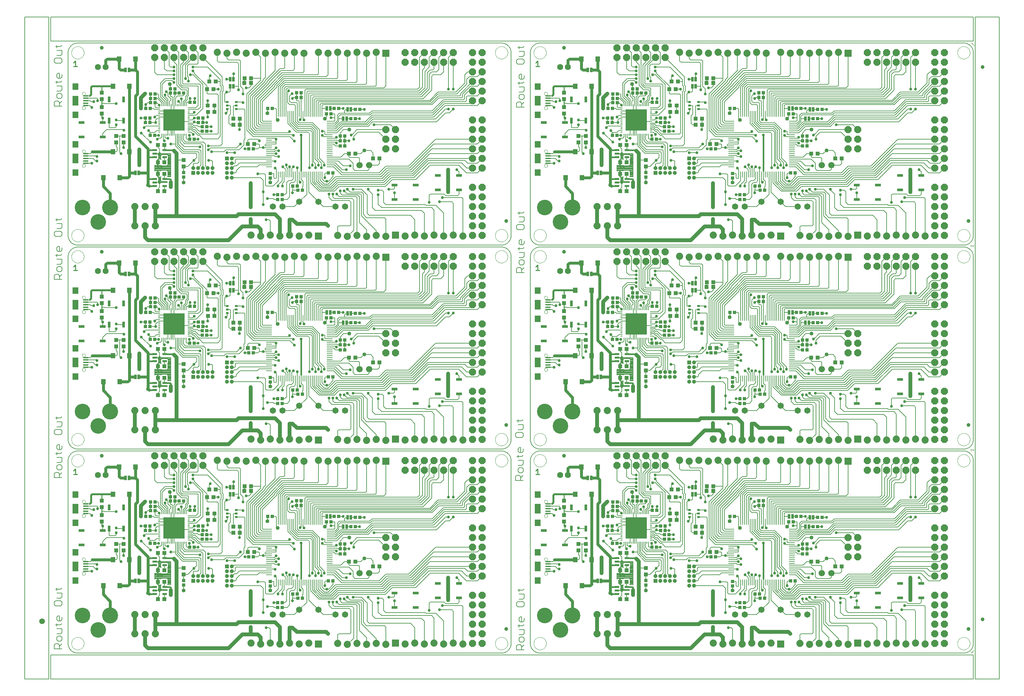
<source format=gtl>
G75*
%MOIN*%
%OFA0B0*%
%FSLAX24Y24*%
%IPPOS*%
%LPD*%
%AMOC8*
5,1,8,0,0,1.08239X$1,22.5*
%
%ADD10C,0.0080*%
%ADD11C,0.0110*%
%ADD12C,0.0060*%
%ADD13C,0.0000*%
%ADD14R,0.0591X0.0106*%
%ADD15R,0.0106X0.0591*%
%ADD16R,0.0500X0.0579*%
%ADD17C,0.0630*%
%ADD18C,0.1660*%
%ADD19C,0.1620*%
%ADD20R,0.0250X0.0500*%
%ADD21R,0.0335X0.0354*%
%ADD22R,0.0354X0.0335*%
%ADD23C,0.0740*%
%ADD24R,0.0740X0.0740*%
%ADD25OC8,0.0740*%
%ADD26R,0.0079X0.0236*%
%ADD27R,0.0236X0.0079*%
%ADD28R,0.2244X0.2244*%
%ADD29R,0.0410X0.0410*%
%ADD30C,0.0410*%
%ADD31C,0.0118*%
%ADD32R,0.0600X0.0300*%
%ADD33R,0.0433X0.0394*%
%ADD34R,0.0551X0.0157*%
%ADD35R,0.0591X0.0709*%
%ADD36R,0.0591X0.0984*%
%ADD37R,0.0472X0.0217*%
%ADD38C,0.0650*%
%ADD39C,0.0660*%
%ADD40R,0.0300X0.0600*%
%ADD41C,0.0394*%
%ADD42R,0.0394X0.0433*%
%ADD43R,0.0315X0.0217*%
%ADD44C,0.0591*%
%ADD45C,0.0400*%
%ADD46C,0.0400*%
%ADD47C,0.0300*%
%ADD48C,0.0100*%
%ADD49C,0.0300*%
%ADD50C,0.0200*%
%ADD51C,0.0160*%
D10*
X000140Y000140D02*
X000140Y068940D01*
X002640Y068940D01*
X002640Y000140D01*
X000140Y000140D01*
X002840Y000140D02*
X002840Y002640D01*
X098640Y002640D01*
X098640Y000140D01*
X002840Y000140D01*
X005640Y002840D02*
X049640Y002840D01*
X049700Y002842D01*
X049761Y002847D01*
X049820Y002856D01*
X049879Y002869D01*
X049938Y002885D01*
X049995Y002905D01*
X050050Y002928D01*
X050105Y002955D01*
X050157Y002984D01*
X050208Y003017D01*
X050257Y003053D01*
X050303Y003091D01*
X050347Y003133D01*
X050389Y003177D01*
X050427Y003223D01*
X050463Y003272D01*
X050496Y003323D01*
X050525Y003375D01*
X050552Y003430D01*
X050575Y003485D01*
X050595Y003542D01*
X050611Y003601D01*
X050624Y003660D01*
X050633Y003719D01*
X050638Y003780D01*
X050640Y003840D01*
X050640Y022840D01*
X050638Y022900D01*
X050633Y022961D01*
X050624Y023020D01*
X050611Y023079D01*
X050595Y023138D01*
X050575Y023195D01*
X050552Y023250D01*
X050525Y023305D01*
X050496Y023357D01*
X050463Y023408D01*
X050427Y023457D01*
X050389Y023503D01*
X050347Y023547D01*
X050303Y023589D01*
X050257Y023627D01*
X050208Y023663D01*
X050157Y023696D01*
X050105Y023725D01*
X050050Y023752D01*
X049995Y023775D01*
X049938Y023795D01*
X049879Y023811D01*
X049820Y023824D01*
X049761Y023833D01*
X049700Y023838D01*
X049640Y023840D01*
X005640Y023840D01*
X005640Y024040D02*
X049640Y024040D01*
X049700Y024042D01*
X049761Y024047D01*
X049820Y024056D01*
X049879Y024069D01*
X049938Y024085D01*
X049995Y024105D01*
X050050Y024128D01*
X050105Y024155D01*
X050157Y024184D01*
X050208Y024217D01*
X050257Y024253D01*
X050303Y024291D01*
X050347Y024333D01*
X050389Y024377D01*
X050427Y024423D01*
X050463Y024472D01*
X050496Y024523D01*
X050525Y024575D01*
X050552Y024630D01*
X050575Y024685D01*
X050595Y024742D01*
X050611Y024801D01*
X050624Y024860D01*
X050633Y024919D01*
X050638Y024980D01*
X050640Y025040D01*
X050640Y044040D01*
X050638Y044100D01*
X050633Y044161D01*
X050624Y044220D01*
X050611Y044279D01*
X050595Y044338D01*
X050575Y044395D01*
X050552Y044450D01*
X050525Y044505D01*
X050496Y044557D01*
X050463Y044608D01*
X050427Y044657D01*
X050389Y044703D01*
X050347Y044747D01*
X050303Y044789D01*
X050257Y044827D01*
X050208Y044863D01*
X050157Y044896D01*
X050105Y044925D01*
X050050Y044952D01*
X049995Y044975D01*
X049938Y044995D01*
X049879Y045011D01*
X049820Y045024D01*
X049761Y045033D01*
X049700Y045038D01*
X049640Y045040D01*
X005640Y045040D01*
X005640Y045240D02*
X049640Y045240D01*
X049700Y045242D01*
X049761Y045247D01*
X049820Y045256D01*
X049879Y045269D01*
X049938Y045285D01*
X049995Y045305D01*
X050050Y045328D01*
X050105Y045355D01*
X050157Y045384D01*
X050208Y045417D01*
X050257Y045453D01*
X050303Y045491D01*
X050347Y045533D01*
X050389Y045577D01*
X050427Y045623D01*
X050463Y045672D01*
X050496Y045723D01*
X050525Y045775D01*
X050552Y045830D01*
X050575Y045885D01*
X050595Y045942D01*
X050611Y046001D01*
X050624Y046060D01*
X050633Y046119D01*
X050638Y046180D01*
X050640Y046240D01*
X050640Y065240D01*
X050638Y065300D01*
X050633Y065361D01*
X050624Y065420D01*
X050611Y065479D01*
X050595Y065538D01*
X050575Y065595D01*
X050552Y065650D01*
X050525Y065705D01*
X050496Y065757D01*
X050463Y065808D01*
X050427Y065857D01*
X050389Y065903D01*
X050347Y065947D01*
X050303Y065989D01*
X050257Y066027D01*
X050208Y066063D01*
X050157Y066096D01*
X050105Y066125D01*
X050050Y066152D01*
X049995Y066175D01*
X049938Y066195D01*
X049879Y066211D01*
X049820Y066224D01*
X049761Y066233D01*
X049700Y066238D01*
X049640Y066240D01*
X005640Y066240D01*
X005580Y066238D01*
X005519Y066233D01*
X005460Y066224D01*
X005401Y066211D01*
X005342Y066195D01*
X005285Y066175D01*
X005230Y066152D01*
X005175Y066125D01*
X005123Y066096D01*
X005072Y066063D01*
X005023Y066027D01*
X004977Y065989D01*
X004933Y065947D01*
X004891Y065903D01*
X004853Y065857D01*
X004817Y065808D01*
X004784Y065757D01*
X004755Y065705D01*
X004728Y065650D01*
X004705Y065595D01*
X004685Y065538D01*
X004669Y065479D01*
X004656Y065420D01*
X004647Y065361D01*
X004642Y065300D01*
X004640Y065240D01*
X004640Y046240D01*
X004642Y046180D01*
X004647Y046119D01*
X004656Y046060D01*
X004669Y046001D01*
X004685Y045942D01*
X004705Y045885D01*
X004728Y045830D01*
X004755Y045775D01*
X004784Y045723D01*
X004817Y045672D01*
X004853Y045623D01*
X004891Y045577D01*
X004933Y045533D01*
X004977Y045491D01*
X005023Y045453D01*
X005072Y045417D01*
X005123Y045384D01*
X005175Y045355D01*
X005230Y045328D01*
X005285Y045305D01*
X005342Y045285D01*
X005401Y045269D01*
X005460Y045256D01*
X005519Y045247D01*
X005580Y045242D01*
X005640Y045240D01*
X005640Y045040D02*
X005580Y045038D01*
X005519Y045033D01*
X005460Y045024D01*
X005401Y045011D01*
X005342Y044995D01*
X005285Y044975D01*
X005230Y044952D01*
X005175Y044925D01*
X005123Y044896D01*
X005072Y044863D01*
X005023Y044827D01*
X004977Y044789D01*
X004933Y044747D01*
X004891Y044703D01*
X004853Y044657D01*
X004817Y044608D01*
X004784Y044557D01*
X004755Y044505D01*
X004728Y044450D01*
X004705Y044395D01*
X004685Y044338D01*
X004669Y044279D01*
X004656Y044220D01*
X004647Y044161D01*
X004642Y044100D01*
X004640Y044040D01*
X004640Y025040D01*
X004642Y024980D01*
X004647Y024919D01*
X004656Y024860D01*
X004669Y024801D01*
X004685Y024742D01*
X004705Y024685D01*
X004728Y024630D01*
X004755Y024575D01*
X004784Y024523D01*
X004817Y024472D01*
X004853Y024423D01*
X004891Y024377D01*
X004933Y024333D01*
X004977Y024291D01*
X005023Y024253D01*
X005072Y024217D01*
X005123Y024184D01*
X005175Y024155D01*
X005230Y024128D01*
X005285Y024105D01*
X005342Y024085D01*
X005401Y024069D01*
X005460Y024056D01*
X005519Y024047D01*
X005580Y024042D01*
X005640Y024040D01*
X005640Y023840D02*
X005580Y023838D01*
X005519Y023833D01*
X005460Y023824D01*
X005401Y023811D01*
X005342Y023795D01*
X005285Y023775D01*
X005230Y023752D01*
X005175Y023725D01*
X005123Y023696D01*
X005072Y023663D01*
X005023Y023627D01*
X004977Y023589D01*
X004933Y023547D01*
X004891Y023503D01*
X004853Y023457D01*
X004817Y023408D01*
X004784Y023357D01*
X004755Y023305D01*
X004728Y023250D01*
X004705Y023195D01*
X004685Y023138D01*
X004669Y023079D01*
X004656Y023020D01*
X004647Y022961D01*
X004642Y022900D01*
X004640Y022840D01*
X004640Y003840D01*
X004642Y003780D01*
X004647Y003719D01*
X004656Y003660D01*
X004669Y003601D01*
X004685Y003542D01*
X004705Y003485D01*
X004728Y003430D01*
X004755Y003375D01*
X004784Y003323D01*
X004817Y003272D01*
X004853Y003223D01*
X004891Y003177D01*
X004933Y003133D01*
X004977Y003091D01*
X005023Y003053D01*
X005072Y003017D01*
X005123Y002984D01*
X005175Y002955D01*
X005230Y002928D01*
X005285Y002905D01*
X005342Y002885D01*
X005401Y002869D01*
X005460Y002856D01*
X005519Y002847D01*
X005580Y002842D01*
X005640Y002840D01*
X013955Y008440D02*
X013955Y008655D01*
X014140Y008840D01*
X014140Y009340D01*
X014140Y009840D01*
X013955Y010025D01*
X013955Y010240D01*
X013915Y010280D02*
X013915Y010577D01*
X013720Y010577D01*
X013685Y010567D01*
X013653Y010549D01*
X013640Y010536D01*
X013640Y011144D01*
X013653Y011131D01*
X013685Y011113D01*
X013720Y011103D01*
X013915Y011103D01*
X013915Y011400D01*
X013995Y011400D01*
X013995Y011103D01*
X014190Y011103D01*
X014226Y011113D01*
X014258Y011131D01*
X014276Y011149D01*
X014342Y011083D01*
X014907Y011083D01*
X015001Y011177D01*
X015001Y011703D01*
X014980Y011724D01*
X015048Y011791D01*
X015048Y012141D01*
X014954Y012234D01*
X014349Y012234D01*
X014256Y012141D01*
X014256Y011791D01*
X014296Y011751D01*
X014276Y011731D01*
X014258Y011749D01*
X014226Y011767D01*
X014190Y011777D01*
X014010Y011777D01*
X014024Y011791D01*
X014024Y012141D01*
X013992Y012173D01*
X013995Y012178D01*
X014004Y012213D01*
X014004Y012326D01*
X013642Y012326D01*
X013642Y012340D01*
X015290Y012340D01*
X015290Y009943D01*
X015264Y009954D01*
X014983Y009954D01*
X014980Y009956D01*
X015001Y009977D01*
X015001Y010503D01*
X014907Y010597D01*
X014342Y010597D01*
X014276Y010531D01*
X014258Y010549D01*
X014226Y010567D01*
X014190Y010577D01*
X013995Y010577D01*
X013995Y010280D01*
X013915Y010280D01*
X013915Y010345D02*
X013995Y010345D01*
X013995Y010424D02*
X013915Y010424D01*
X013915Y010502D02*
X013995Y010502D01*
X013995Y010200D02*
X013995Y009918D01*
X013931Y009982D01*
X013915Y009982D01*
X013915Y010200D01*
X013995Y010200D01*
X013995Y010188D02*
X013915Y010188D01*
X013915Y010110D02*
X013995Y010110D01*
X013995Y010031D02*
X013915Y010031D01*
X013960Y009953D02*
X013995Y009953D01*
X014010Y009903D02*
X014190Y009903D01*
X014226Y009913D01*
X014258Y009931D01*
X014276Y009949D01*
X014296Y009929D01*
X014256Y009889D01*
X014256Y009539D01*
X014349Y009446D01*
X014930Y009446D01*
X014930Y009340D01*
X013642Y009340D01*
X013642Y009354D01*
X014004Y009354D01*
X014004Y009467D01*
X013995Y009502D01*
X013992Y009507D01*
X014024Y009539D01*
X014024Y009889D01*
X014010Y009903D01*
X014024Y009874D02*
X014256Y009874D01*
X014256Y009796D02*
X014024Y009796D01*
X014024Y009717D02*
X014256Y009717D01*
X014256Y009639D02*
X014024Y009639D01*
X014024Y009560D02*
X014256Y009560D01*
X014314Y009482D02*
X014000Y009482D01*
X014004Y009403D02*
X014930Y009403D01*
X014652Y009714D02*
X014625Y009741D01*
X014625Y010240D01*
X015001Y010267D02*
X015290Y010267D01*
X015290Y010345D02*
X015001Y010345D01*
X015001Y010424D02*
X015290Y010424D01*
X015290Y010502D02*
X015001Y010502D01*
X014924Y010581D02*
X015290Y010581D01*
X015290Y010659D02*
X013640Y010659D01*
X013640Y010581D02*
X014326Y010581D01*
X014295Y011130D02*
X014256Y011130D01*
X013995Y011130D02*
X013915Y011130D01*
X013915Y011209D02*
X013995Y011209D01*
X013995Y011287D02*
X013915Y011287D01*
X013915Y011366D02*
X013995Y011366D01*
X013955Y011440D02*
X013955Y011655D01*
X014140Y011840D01*
X014140Y012340D01*
X014140Y012840D01*
X013955Y013025D01*
X013955Y013240D01*
X013890Y013840D02*
X013990Y013940D01*
X014240Y013940D01*
X014380Y014080D01*
X014380Y014305D01*
X014538Y014305D02*
X014538Y013792D01*
X014640Y013690D01*
X014790Y013940D02*
X014990Y013940D01*
X014790Y013940D02*
X014695Y014035D01*
X014695Y014305D01*
X015010Y014305D02*
X015010Y015710D01*
X015140Y015840D01*
X015640Y015840D01*
X015640Y017375D01*
X015634Y017381D01*
X015634Y018234D01*
X015718Y018318D01*
X015718Y018640D01*
X016162Y018640D01*
X015990Y018340D02*
X015797Y018147D01*
X015797Y017375D01*
X015483Y017375D02*
X015483Y018197D01*
X015390Y018290D01*
X015290Y018290D01*
X015262Y018318D01*
X015262Y018640D01*
X015262Y019090D01*
X015262Y019518D01*
X015190Y019590D01*
X015234Y019546D01*
X015440Y019940D02*
X015640Y019740D01*
X015440Y019940D02*
X014790Y019940D01*
X014390Y019540D01*
X014390Y018340D01*
X014853Y017877D01*
X014853Y017375D01*
X015010Y017375D02*
X015010Y017970D01*
X014690Y018290D01*
X014690Y018440D01*
X014990Y018340D02*
X014990Y018640D01*
X014840Y018790D01*
X014990Y018340D02*
X015290Y018040D01*
X015290Y017890D01*
X015168Y017768D01*
X015168Y017375D01*
X015325Y017375D02*
X015325Y016840D01*
X015325Y016340D01*
X015325Y016155D01*
X015640Y015840D01*
X015340Y016140D01*
X014790Y016140D01*
X015325Y016155D02*
X014105Y016155D01*
X014105Y016312D02*
X013812Y016312D01*
X013640Y016140D01*
X013897Y015997D02*
X013740Y015840D01*
X013740Y015590D01*
X013118Y015590D01*
X013118Y016040D01*
X012662Y016040D02*
X012656Y016046D01*
X012196Y016046D01*
X012190Y016040D01*
X012662Y016040D02*
X012662Y015590D01*
X012710Y015210D02*
X012540Y015040D01*
X012710Y015210D02*
X014105Y015210D01*
X014105Y014738D02*
X013838Y014738D01*
X013640Y014540D01*
X013140Y014540D01*
X013140Y014340D01*
X013162Y014318D01*
X013162Y014240D01*
X013140Y014246D02*
X013140Y014340D01*
X013140Y014540D02*
X013140Y014590D01*
X012990Y014740D01*
X012240Y014490D02*
X013190Y013540D01*
X013618Y014240D02*
X014040Y014240D01*
X014625Y013240D02*
X014652Y013213D01*
X014652Y012714D01*
X014960Y012229D02*
X015290Y012229D01*
X015290Y012151D02*
X015038Y012151D01*
X015048Y012072D02*
X015290Y012072D01*
X015290Y011994D02*
X015048Y011994D01*
X015048Y011915D02*
X015290Y011915D01*
X015290Y011837D02*
X015048Y011837D01*
X015015Y011758D02*
X015290Y011758D01*
X015290Y011680D02*
X015001Y011680D01*
X015001Y011601D02*
X015290Y011601D01*
X015290Y011523D02*
X015001Y011523D01*
X015001Y011444D02*
X015290Y011444D01*
X015290Y011366D02*
X015001Y011366D01*
X015001Y011287D02*
X015290Y011287D01*
X015290Y011209D02*
X015001Y011209D01*
X014954Y011130D02*
X015290Y011130D01*
X015290Y011052D02*
X013640Y011052D01*
X013640Y011130D02*
X013655Y011130D01*
X013640Y010973D02*
X015290Y010973D01*
X015290Y010895D02*
X013640Y010895D01*
X013640Y010816D02*
X015290Y010816D01*
X015290Y010738D02*
X013640Y010738D01*
X013915Y011480D02*
X013915Y011698D01*
X013931Y011698D01*
X013995Y011762D01*
X013995Y011480D01*
X013915Y011480D01*
X013915Y011523D02*
X013995Y011523D01*
X013995Y011601D02*
X013915Y011601D01*
X013915Y011680D02*
X013995Y011680D01*
X013991Y011758D02*
X013995Y011758D01*
X014024Y011837D02*
X014256Y011837D01*
X014256Y011915D02*
X014024Y011915D01*
X014024Y011994D02*
X014256Y011994D01*
X014256Y012072D02*
X014024Y012072D01*
X014014Y012151D02*
X014266Y012151D01*
X014344Y012229D02*
X014004Y012229D01*
X014004Y012308D02*
X015290Y012308D01*
X014652Y011966D02*
X014625Y011939D01*
X014625Y011440D01*
X014289Y011758D02*
X014242Y011758D01*
X014140Y012340D02*
X013628Y012340D01*
X015290Y013340D02*
X015797Y013340D01*
X015797Y013133D01*
X016540Y012390D01*
X017940Y012390D01*
X017990Y012340D01*
X017990Y011940D01*
X017690Y011640D01*
X017055Y011005D01*
X016640Y011005D01*
X016640Y010368D01*
X016640Y009912D02*
X016640Y009340D01*
X015290Y009953D02*
X015267Y009953D01*
X015290Y010031D02*
X015001Y010031D01*
X015001Y010110D02*
X015290Y010110D01*
X015290Y010188D02*
X015001Y010188D01*
X014140Y009340D02*
X013628Y009340D01*
X014625Y008939D02*
X014652Y008966D01*
X014625Y008939D02*
X014625Y008440D01*
X017640Y010840D02*
X017640Y011240D01*
X017740Y011340D01*
X018090Y011340D01*
X018240Y011490D01*
X018240Y012440D01*
X018140Y012540D01*
X016640Y012540D01*
X015955Y013225D01*
X015955Y014305D01*
X016112Y014305D02*
X016112Y013318D01*
X016690Y012740D01*
X018340Y012740D01*
X018440Y012640D01*
X018440Y011140D01*
X018140Y010840D01*
X018640Y010840D02*
X018640Y013190D01*
X018440Y013390D01*
X016740Y013390D01*
X016427Y013703D01*
X016427Y014305D01*
X016270Y014305D02*
X016270Y013510D01*
X016690Y013090D01*
X018290Y013090D01*
X018340Y013040D01*
X018690Y013540D02*
X018890Y013340D01*
X018890Y011090D01*
X019140Y010840D01*
X019640Y010840D02*
X019640Y011540D01*
X019540Y011640D01*
X019240Y011640D01*
X019540Y012540D02*
X020840Y012540D01*
X021040Y012740D01*
X022390Y012740D01*
X022890Y013240D01*
X022890Y013740D01*
X022990Y013840D01*
X022990Y016890D01*
X022914Y016966D01*
X022112Y016966D01*
X022112Y017340D02*
X021840Y017340D01*
X021805Y017305D01*
X021805Y015990D01*
X021490Y016440D02*
X021340Y016290D01*
X021340Y015490D01*
X021490Y015340D01*
X021805Y015340D01*
X022475Y015340D02*
X022475Y014875D01*
X022440Y014840D01*
X022475Y015340D02*
X022475Y015990D01*
X021490Y016440D02*
X021490Y017290D01*
X021440Y017340D01*
X021168Y017340D01*
X021168Y017714D02*
X020916Y017714D01*
X020890Y017740D01*
X020890Y018540D01*
X021090Y018740D01*
X021390Y018740D01*
X021463Y018813D01*
X021463Y019340D01*
X021817Y019340D02*
X022340Y019340D01*
X022340Y021690D01*
X022190Y021840D01*
X020290Y021840D01*
X020140Y021990D01*
X020140Y022890D01*
X021140Y022790D02*
X021140Y022240D01*
X021290Y022090D01*
X022440Y022090D01*
X022540Y021990D01*
X022540Y019340D01*
X022790Y019090D01*
X022790Y018540D01*
X023190Y018540D02*
X024640Y019990D01*
X024640Y020190D01*
X023625Y020190D01*
X023635Y019690D02*
X023635Y019385D01*
X023440Y019190D01*
X023140Y019190D01*
X022945Y019690D02*
X022955Y019701D01*
X022955Y020190D01*
X021817Y020090D02*
X021817Y020617D01*
X021840Y020640D01*
X021463Y020090D02*
X021090Y020090D01*
X020640Y020340D02*
X018640Y022340D01*
X018140Y022840D02*
X018140Y021740D01*
X018040Y021640D01*
X017190Y021640D01*
X017040Y021490D01*
X017040Y020390D01*
X017140Y020290D01*
X017140Y019890D01*
X016840Y020140D02*
X016840Y021540D01*
X017640Y022340D01*
X017140Y022090D02*
X017140Y022840D01*
X016640Y023340D01*
X016140Y022840D02*
X015640Y023340D01*
X016140Y022840D02*
X016140Y019540D01*
X016490Y019190D01*
X017090Y019190D01*
X017140Y019140D01*
X017140Y018390D01*
X016990Y018240D01*
X016990Y017940D01*
X016742Y017692D01*
X016742Y017375D01*
X016585Y017375D02*
X016585Y017735D01*
X016840Y017990D01*
X016840Y018290D01*
X016990Y018440D01*
X016990Y018890D01*
X016890Y018990D01*
X016390Y018990D01*
X015940Y019440D01*
X015940Y021590D01*
X015640Y021890D01*
X015640Y022340D01*
X015140Y022840D02*
X015140Y021490D01*
X015290Y021340D01*
X015640Y021340D01*
X015640Y020940D02*
X014890Y020940D01*
X014640Y021190D01*
X014640Y022340D01*
X015140Y022840D02*
X014640Y023340D01*
X013640Y022340D02*
X013640Y020790D01*
X013890Y020540D01*
X015640Y020540D01*
X015640Y020140D02*
X014690Y020140D01*
X014240Y019690D01*
X014240Y018240D01*
X014695Y017785D01*
X014695Y017375D01*
X014538Y017375D02*
X014538Y017688D01*
X014540Y017690D01*
X014040Y018190D01*
X014040Y018490D01*
X013990Y018540D01*
X013668Y018540D01*
X013668Y018090D02*
X013940Y018090D01*
X014340Y017690D01*
X014340Y017640D01*
X014380Y017600D01*
X014380Y017375D01*
X014090Y017390D02*
X013840Y017640D01*
X013668Y017640D01*
X013668Y017212D01*
X013780Y017100D01*
X014105Y017100D01*
X014105Y016942D02*
X013588Y016942D01*
X013490Y017040D01*
X013168Y017040D01*
X012712Y017040D02*
X012712Y017418D01*
X012690Y017440D01*
X012890Y017640D01*
X013212Y017640D01*
X013212Y018090D01*
X013212Y018540D01*
X012690Y017440D02*
X012684Y017434D01*
X013897Y015997D02*
X014105Y015997D01*
X015325Y015525D02*
X015640Y015840D01*
X015483Y015683D01*
X015483Y014305D01*
X015640Y014305D02*
X015640Y015840D01*
X015797Y015683D01*
X017175Y015683D01*
X017175Y015840D02*
X017540Y015840D01*
X017740Y016040D01*
X018162Y016040D01*
X017940Y016340D02*
X018640Y017040D01*
X018640Y019540D01*
X017640Y020540D01*
X017340Y020540D01*
X017740Y020690D02*
X017740Y020790D01*
X017590Y020940D01*
X017740Y020690D02*
X019055Y019375D01*
X019055Y019040D01*
X019055Y018625D01*
X019140Y018540D01*
X020140Y018540D01*
X020240Y018440D01*
X020240Y014490D01*
X020140Y014390D01*
X018240Y014390D01*
X017790Y014840D01*
X017640Y014840D01*
X017427Y015053D01*
X017175Y015053D01*
X017175Y015210D02*
X017470Y015210D01*
X017590Y015090D01*
X017840Y015090D01*
X018240Y014690D01*
X018562Y014690D01*
X018562Y015140D02*
X018190Y015140D01*
X018090Y015240D01*
X017690Y015240D01*
X017562Y015368D01*
X017175Y015368D01*
X017175Y015525D02*
X017625Y015525D01*
X017740Y015640D01*
X017790Y015590D01*
X018162Y015590D01*
X018618Y015590D02*
X018618Y016040D01*
X018618Y015590D02*
X019040Y015590D01*
X019018Y015140D02*
X019490Y015140D01*
X019490Y014690D02*
X019018Y014690D01*
X019390Y014690D02*
X019490Y014690D01*
X020190Y013890D02*
X018640Y013890D01*
X018290Y014240D01*
X018140Y014240D01*
X017690Y014690D01*
X017590Y014690D01*
X017390Y014890D01*
X017181Y014890D01*
X017175Y014895D01*
X017175Y014580D02*
X017400Y014580D01*
X017640Y014340D01*
X017262Y014218D02*
X017240Y014240D01*
X017234Y014234D01*
X017262Y014218D02*
X017262Y013840D01*
X016990Y013840D01*
X016900Y013930D01*
X016900Y014305D01*
X016585Y014305D02*
X016585Y013795D01*
X016840Y013540D01*
X018690Y013540D01*
X018140Y013840D02*
X017718Y013840D01*
X019190Y013140D02*
X020440Y013140D01*
X020640Y013340D01*
X020640Y018740D01*
X020740Y018840D01*
X020740Y019390D01*
X020640Y019490D01*
X020640Y020340D01*
X020440Y020040D02*
X019140Y021340D01*
X017590Y021340D01*
X017140Y022090D02*
X016540Y021490D01*
X016540Y019640D01*
X016590Y019590D01*
X018290Y019590D01*
X018390Y019490D01*
X018390Y017190D01*
X018142Y016942D01*
X017175Y016942D01*
X017175Y017100D02*
X017900Y017100D01*
X018140Y017340D01*
X018140Y019340D01*
X018090Y019390D01*
X016490Y019390D01*
X016340Y019540D01*
X016340Y021590D01*
X016640Y021890D01*
X016640Y022340D01*
X017640Y023340D02*
X018140Y022840D01*
X019390Y020440D02*
X019305Y020355D01*
X019305Y019840D01*
X019975Y019840D02*
X020440Y019840D01*
X020440Y020040D01*
X020440Y019840D02*
X020440Y019440D01*
X020540Y019340D01*
X020540Y018890D01*
X020440Y018790D01*
X020440Y014140D01*
X020190Y013890D01*
X019440Y012940D02*
X019240Y012740D01*
X019190Y012740D01*
X019440Y012940D02*
X022140Y012940D01*
X022540Y013340D01*
X022990Y012840D02*
X023412Y012840D01*
X023868Y012840D02*
X024340Y012840D01*
X024490Y012990D01*
X024490Y013290D01*
X024440Y013340D01*
X023975Y013340D01*
X024340Y013840D02*
X024490Y013690D01*
X024340Y013840D02*
X023390Y013840D01*
X023305Y013755D01*
X023305Y013340D01*
X023853Y014127D02*
X023190Y014790D01*
X023190Y018540D01*
X023390Y018440D02*
X024890Y019940D01*
X024890Y020040D01*
X025140Y020290D01*
X025140Y022790D01*
X024640Y022390D02*
X024140Y022890D01*
X024640Y022390D02*
X024640Y020190D01*
X025090Y019940D02*
X025090Y019840D01*
X023590Y018340D01*
X023590Y014990D01*
X024059Y014521D01*
X025490Y014521D01*
X027521Y014521D01*
X027640Y014640D01*
X027956Y014324D02*
X028040Y014240D01*
X027956Y014324D02*
X025490Y014324D01*
X023956Y014324D01*
X023390Y014890D01*
X023390Y018440D01*
X023790Y018240D02*
X025290Y019740D01*
X025290Y019840D01*
X026640Y021190D01*
X027040Y021190D01*
X027140Y021290D01*
X027140Y022790D01*
X026140Y022890D02*
X026140Y020990D01*
X025090Y019940D01*
X025490Y019740D02*
X025490Y019640D01*
X023990Y018140D01*
X023990Y015190D01*
X024265Y014915D01*
X025490Y014915D01*
X025490Y015112D02*
X024418Y015112D01*
X024190Y015340D01*
X024190Y018040D01*
X025690Y019540D01*
X025690Y019590D01*
X026840Y020740D01*
X028990Y020740D01*
X029140Y020890D01*
X029140Y022790D01*
X028140Y022890D02*
X028140Y021140D01*
X027990Y020990D01*
X026740Y020990D01*
X025490Y019740D01*
X025890Y019490D02*
X025890Y019440D01*
X024390Y017940D01*
X024390Y015490D01*
X024571Y015309D01*
X025490Y015309D01*
X025490Y015505D02*
X024775Y015505D01*
X024590Y015690D01*
X024590Y017840D01*
X026090Y019340D01*
X026090Y019440D01*
X026990Y020340D01*
X031440Y020340D01*
X031640Y020540D01*
X031640Y022790D01*
X030640Y022890D02*
X030640Y020640D01*
X030540Y020540D01*
X026940Y020540D01*
X025890Y019490D01*
X026290Y019390D02*
X027040Y020140D01*
X032540Y020140D01*
X032640Y020240D01*
X032640Y022890D01*
X033640Y022790D02*
X033640Y020040D01*
X033540Y019940D01*
X027090Y019940D01*
X026475Y019325D01*
X026475Y016490D01*
X026671Y016490D02*
X026671Y019271D01*
X027140Y019740D01*
X034540Y019740D01*
X034640Y019840D01*
X034640Y022890D01*
X035640Y022790D02*
X035640Y019640D01*
X035540Y019540D01*
X027190Y019540D01*
X026868Y019218D01*
X026868Y016490D01*
X027065Y016490D02*
X027065Y019115D01*
X027290Y019340D01*
X036540Y019340D01*
X036640Y019440D01*
X036640Y022890D01*
X037640Y022790D02*
X037640Y019390D01*
X037440Y019190D01*
X027440Y019190D01*
X027262Y019012D01*
X027262Y016490D01*
X027459Y016490D02*
X027459Y015471D01*
X028340Y014590D01*
X029540Y014590D01*
X029690Y014440D01*
X029690Y010890D01*
X029990Y011140D02*
X029990Y014590D01*
X029840Y014740D01*
X028440Y014740D01*
X027656Y015524D01*
X027656Y016490D01*
X027853Y016490D02*
X027853Y015577D01*
X028490Y014940D01*
X029890Y014940D01*
X030140Y014690D01*
X030140Y011490D01*
X030340Y011290D01*
X030340Y010890D01*
X030640Y011140D02*
X030640Y011440D01*
X030290Y011790D01*
X030290Y014790D01*
X029940Y015140D01*
X028540Y015140D01*
X028049Y015631D01*
X028049Y016490D01*
X028246Y016490D02*
X028246Y017334D01*
X028140Y017440D01*
X027640Y017440D01*
X027440Y017640D01*
X027440Y018790D01*
X027540Y018890D01*
X027890Y018590D02*
X027640Y018340D01*
X027640Y017790D01*
X027790Y017640D01*
X028390Y017640D01*
X028443Y017587D01*
X028443Y016490D01*
X028443Y015737D01*
X028640Y015540D01*
X030040Y015540D01*
X030740Y014840D01*
X030740Y011890D01*
X031240Y011390D01*
X031240Y011140D01*
X030940Y011390D02*
X030490Y011840D01*
X030490Y014840D01*
X029990Y015340D01*
X028590Y015340D01*
X028246Y015684D01*
X028246Y016490D01*
X028640Y016490D02*
X028640Y017790D01*
X028590Y017840D01*
X028390Y017840D01*
X028362Y017868D01*
X028362Y018190D01*
X028040Y018190D01*
X027940Y018090D01*
X028362Y018190D02*
X028362Y018690D01*
X028818Y018690D02*
X028818Y018190D01*
X028818Y017905D01*
X028837Y017887D01*
X028837Y016490D01*
X028837Y015987D01*
X028740Y015890D01*
X029034Y015946D02*
X029140Y015840D01*
X029034Y015946D02*
X029034Y016490D01*
X029231Y016490D02*
X029231Y018931D01*
X029340Y019040D01*
X040940Y019040D01*
X041140Y019240D01*
X041140Y022340D01*
X041640Y022840D01*
X042140Y022340D02*
X042640Y022840D01*
X042140Y022340D02*
X042140Y021340D01*
X041690Y020890D01*
X041690Y019190D01*
X041140Y018640D01*
X029690Y018640D01*
X029624Y018574D01*
X029624Y016490D01*
X029427Y016490D02*
X029427Y018727D01*
X029540Y018840D01*
X041040Y018840D01*
X041440Y019240D01*
X041440Y021040D01*
X041640Y021240D01*
X041640Y021840D01*
X042240Y021040D02*
X042540Y021040D01*
X042640Y021140D01*
X042640Y021840D01*
X043140Y022340D02*
X043140Y021090D01*
X042890Y020840D01*
X042390Y020840D01*
X042140Y020590D01*
X042140Y019040D01*
X041340Y018240D01*
X030140Y018240D01*
X030018Y018118D01*
X030018Y016490D01*
X030215Y016490D02*
X030215Y017965D01*
X030290Y018040D01*
X041490Y018040D01*
X042390Y018940D01*
X042390Y020390D01*
X042540Y020540D01*
X043340Y020540D01*
X043640Y020840D01*
X043640Y021840D01*
X043140Y022340D02*
X043640Y022840D01*
X044140Y022340D02*
X044640Y022840D01*
X044140Y022340D02*
X044140Y019040D01*
X044640Y019040D02*
X044640Y021840D01*
X045840Y020540D02*
X046140Y020840D01*
X046640Y020840D01*
X046290Y020340D02*
X047140Y020340D01*
X047640Y020840D01*
X046290Y020340D02*
X046040Y020090D01*
X046040Y019590D01*
X044990Y018540D01*
X043040Y018540D01*
X042240Y017740D01*
X030690Y017740D01*
X030609Y017659D01*
X030609Y016490D01*
X030805Y016490D02*
X030805Y017455D01*
X030940Y017590D01*
X042340Y017590D01*
X043090Y018340D01*
X045290Y018340D01*
X045390Y018440D01*
X045390Y018590D01*
X046640Y019840D01*
X046390Y019340D02*
X047140Y019340D01*
X047640Y019840D01*
X047640Y018840D02*
X047140Y018340D01*
X046090Y018340D01*
X045990Y018240D01*
X045990Y017840D01*
X045890Y017740D01*
X043640Y017740D01*
X042490Y016590D01*
X036190Y016590D01*
X035990Y016390D01*
X032890Y016390D01*
X032740Y016240D01*
X032740Y015990D01*
X033213Y015990D01*
X033567Y015990D02*
X034012Y015990D01*
X034468Y015990D02*
X034890Y015990D01*
X035490Y015640D02*
X036190Y016340D01*
X042490Y016340D01*
X043690Y017540D01*
X046340Y017540D01*
X046640Y017840D01*
X047140Y017340D02*
X047640Y017840D01*
X047140Y017340D02*
X043790Y017340D01*
X042590Y016140D01*
X036240Y016140D01*
X035590Y015490D01*
X032990Y015490D01*
X032415Y014915D01*
X031790Y014915D01*
X031790Y015112D02*
X032412Y015112D01*
X032940Y015640D01*
X035490Y015640D01*
X035690Y015340D02*
X036290Y015940D01*
X042790Y015940D01*
X043840Y016990D01*
X044140Y016990D01*
X044240Y016590D02*
X044640Y016990D01*
X044240Y016590D02*
X043840Y016590D01*
X042890Y015640D01*
X036240Y015640D01*
X035790Y015190D01*
X033190Y015190D01*
X032521Y014521D01*
X031790Y014521D01*
X031790Y014324D02*
X031356Y014324D01*
X031290Y014390D01*
X031290Y014638D01*
X031253Y014674D01*
X031056Y014674D01*
X031040Y014690D01*
X031040Y014240D02*
X031065Y014240D01*
X031177Y014127D01*
X031790Y014127D01*
X031790Y013931D02*
X032381Y013931D01*
X032490Y014040D01*
X032596Y013734D02*
X031790Y013734D01*
X031790Y013537D02*
X032393Y013537D01*
X032490Y013440D01*
X032640Y013690D02*
X032912Y013690D01*
X032912Y014190D01*
X032912Y014318D01*
X032890Y014340D01*
X032890Y014196D01*
X032890Y014340D02*
X032890Y014490D01*
X033240Y014840D01*
X033840Y014840D01*
X034040Y014290D02*
X034090Y014290D01*
X034640Y014840D01*
X037640Y014840D01*
X038140Y015340D02*
X038640Y014840D01*
X038140Y015340D02*
X036390Y015340D01*
X035690Y015340D02*
X033090Y015340D01*
X032468Y014718D01*
X031790Y014718D01*
X031790Y015309D02*
X032359Y015309D01*
X032740Y015690D01*
X032740Y015990D01*
X032590Y015740D02*
X032590Y016340D01*
X032790Y016540D01*
X033340Y016540D01*
X033340Y016790D01*
X033490Y016940D01*
X033663Y016940D01*
X034017Y016940D02*
X034462Y016940D01*
X034918Y016940D02*
X035390Y016940D01*
X035940Y016540D02*
X036190Y016790D01*
X042440Y016790D01*
X043590Y017940D01*
X045690Y017940D01*
X045790Y018040D01*
X045790Y018440D01*
X046190Y018840D01*
X046640Y018840D01*
X046390Y019340D02*
X045590Y018540D01*
X045590Y018240D01*
X045490Y018140D01*
X043140Y018140D01*
X042440Y017440D01*
X031090Y017440D01*
X031002Y017352D01*
X031002Y017040D01*
X031513Y017040D01*
X031867Y017040D02*
X032262Y017040D01*
X032718Y017040D02*
X033190Y017040D01*
X033340Y016540D02*
X035940Y016540D01*
X036890Y014590D02*
X034740Y014590D01*
X034290Y014140D01*
X034290Y013840D01*
X033790Y013690D02*
X033368Y013690D01*
X033368Y013140D01*
X032912Y013140D02*
X032390Y013140D01*
X032190Y013340D01*
X031790Y013340D01*
X032596Y013734D02*
X032640Y013690D01*
X033368Y013690D02*
X033368Y014190D01*
X032355Y015505D02*
X032590Y015740D01*
X032340Y015790D02*
X032340Y016090D01*
X031940Y016090D01*
X032340Y016090D02*
X032340Y016440D01*
X032290Y016490D01*
X031918Y016490D01*
X031462Y016490D02*
X031462Y016162D01*
X031290Y015990D01*
X031002Y016490D02*
X031002Y017040D01*
X030412Y016490D02*
X030412Y017812D01*
X030490Y017890D01*
X042190Y017890D01*
X043040Y018740D01*
X044890Y018740D01*
X045840Y019690D01*
X045840Y020540D01*
X042240Y021040D02*
X041940Y020740D01*
X041940Y019140D01*
X041240Y018440D01*
X029890Y018440D01*
X029821Y018371D01*
X029821Y016490D01*
X031790Y015702D02*
X032252Y015702D01*
X032340Y015790D01*
X032355Y015505D02*
X031790Y015505D01*
X028140Y013640D02*
X027653Y014127D01*
X025490Y014127D01*
X023853Y014127D01*
X024162Y014718D02*
X023790Y015090D01*
X023790Y018240D01*
X024790Y017740D02*
X026290Y019240D01*
X026290Y019390D01*
X024790Y017740D02*
X024790Y015790D01*
X024878Y015702D01*
X025490Y015702D01*
X026278Y015952D02*
X026390Y015840D01*
X026278Y015952D02*
X026278Y016490D01*
X026278Y016952D01*
X026190Y017040D01*
X025818Y017040D01*
X025362Y017040D02*
X025362Y016562D01*
X025340Y016540D01*
X025334Y016546D01*
X025490Y014718D02*
X024162Y014718D01*
X025490Y013931D02*
X026149Y013931D01*
X026240Y013840D01*
X026240Y013540D01*
X026237Y013537D01*
X026240Y013534D01*
X026240Y013340D01*
X025490Y013340D01*
X025140Y013340D01*
X025090Y013290D01*
X025090Y013190D01*
X025137Y013143D01*
X025490Y013143D01*
X025490Y012946D02*
X024934Y012946D01*
X024890Y012990D01*
X024490Y012990D01*
X025490Y012749D02*
X026049Y012749D01*
X026240Y012940D01*
X026140Y012640D02*
X026490Y012640D01*
X026140Y012640D02*
X026053Y012553D01*
X025490Y012553D01*
X025490Y012356D02*
X026224Y012356D01*
X026240Y012340D01*
X026021Y012159D02*
X026140Y012040D01*
X026490Y012040D01*
X026021Y012159D02*
X025490Y012159D01*
X025490Y011962D02*
X021762Y011962D01*
X021640Y011840D01*
X021990Y011690D02*
X022065Y011765D01*
X025490Y011765D01*
X025490Y011568D02*
X026112Y011568D01*
X026140Y011540D01*
X025490Y011371D02*
X022421Y011371D01*
X022140Y011090D01*
X021890Y011090D01*
X021640Y010840D01*
X021640Y010340D02*
X021990Y010340D01*
X022090Y010440D01*
X022090Y010590D01*
X022490Y010990D01*
X024290Y010990D01*
X024475Y011175D01*
X025490Y011175D01*
X026140Y010840D02*
X026278Y010702D01*
X026278Y010190D01*
X026278Y009828D01*
X026240Y009790D01*
X026040Y009790D01*
X025990Y009840D01*
X025990Y010240D01*
X025962Y010268D01*
X025640Y010268D01*
X025640Y009812D02*
X025640Y009340D01*
X025940Y008990D02*
X025240Y008990D01*
X025140Y009090D01*
X025140Y010140D01*
X025040Y010240D01*
X024340Y010240D01*
X024640Y009840D02*
X024890Y009590D01*
X024890Y008390D01*
X024890Y007040D01*
X025340Y007690D02*
X025940Y007690D01*
X026040Y007590D01*
X026412Y007590D01*
X026868Y007590D02*
X027390Y007590D01*
X027640Y007840D01*
X027640Y009190D01*
X027790Y009340D01*
X028090Y009340D01*
X028246Y009496D01*
X028246Y010190D01*
X028049Y010190D02*
X028049Y009749D01*
X027840Y009540D01*
X027540Y009540D01*
X027340Y009340D01*
X027340Y008290D01*
X027140Y008090D01*
X026868Y008090D01*
X026412Y008090D02*
X025990Y008090D01*
X025940Y008990D02*
X026475Y009525D01*
X026475Y010190D01*
X026868Y010190D02*
X026868Y009518D01*
X026440Y009090D01*
X026440Y008990D01*
X026890Y008990D02*
X026890Y009240D01*
X027065Y009415D01*
X027065Y010190D01*
X027262Y010190D02*
X027262Y010668D01*
X026940Y010990D01*
X027290Y010940D02*
X027290Y011190D01*
X027290Y010940D02*
X027459Y010771D01*
X027459Y010190D01*
X027656Y010190D02*
X027656Y010974D01*
X027640Y010990D01*
X027853Y010803D02*
X028040Y010990D01*
X027853Y010803D02*
X027853Y010190D01*
X028443Y010190D02*
X028443Y010887D01*
X028440Y010890D01*
X028837Y010587D02*
X028837Y010190D01*
X028837Y009693D01*
X029040Y009490D01*
X029040Y008940D01*
X028968Y008868D01*
X028968Y008540D01*
X028512Y008540D02*
X027934Y008540D01*
X027962Y008568D01*
X027962Y008990D01*
X027934Y008540D02*
X027934Y008296D01*
X027940Y008290D01*
X028418Y008990D02*
X028418Y009468D01*
X028446Y009496D01*
X028446Y010188D01*
X028443Y010190D01*
X028640Y010190D02*
X028640Y009490D01*
X028740Y009390D01*
X029427Y010190D02*
X029427Y008127D01*
X028640Y007340D01*
X028140Y006840D01*
X026890Y006840D01*
X025490Y005490D02*
X025190Y005490D01*
X025490Y005490D02*
X025640Y005340D01*
X025640Y003890D01*
X029624Y008356D02*
X030640Y007340D01*
X031140Y006840D01*
X032390Y006840D01*
X032040Y007490D02*
X033842Y007490D01*
X033842Y007488D01*
X033990Y007340D01*
X033990Y004940D01*
X033890Y004840D01*
X032740Y004840D01*
X032640Y004740D01*
X032640Y003840D01*
X033640Y003740D02*
X034290Y004390D01*
X034290Y007540D01*
X034140Y007690D01*
X032290Y007690D01*
X032140Y007840D01*
X032140Y008140D01*
X032290Y008440D02*
X030690Y008440D01*
X029821Y009309D01*
X029821Y010190D01*
X029624Y010190D02*
X029624Y008356D01*
X030018Y009362D02*
X030790Y008590D01*
X032140Y008590D01*
X032690Y009140D01*
X037490Y009140D01*
X038190Y009840D01*
X040540Y009840D01*
X042090Y011390D01*
X045490Y011390D01*
X046040Y010840D01*
X046640Y010840D01*
X047140Y010340D02*
X045990Y010340D01*
X045190Y011140D01*
X042240Y011140D01*
X040740Y009640D01*
X038290Y009640D01*
X037590Y008940D01*
X032790Y008940D01*
X032290Y008440D01*
X032040Y008740D02*
X032640Y009340D01*
X037390Y009340D01*
X038090Y010040D01*
X040440Y010040D01*
X042040Y011640D01*
X045840Y011640D01*
X046140Y011340D01*
X047140Y011340D01*
X047640Y011840D01*
X047140Y012340D02*
X042190Y012340D01*
X040290Y010440D01*
X037940Y010440D01*
X037240Y009740D01*
X032490Y009740D01*
X031790Y009040D01*
X031090Y009040D01*
X030609Y009521D01*
X030609Y010190D01*
X030805Y010190D02*
X030805Y009625D01*
X031240Y009190D01*
X031640Y009190D01*
X032390Y009940D01*
X037140Y009940D01*
X037840Y010640D01*
X040190Y010640D01*
X042390Y012840D01*
X046640Y012840D01*
X047140Y012340D02*
X047640Y012840D01*
X047140Y013340D02*
X042590Y013340D01*
X040090Y010840D01*
X037740Y010840D01*
X037040Y010140D01*
X033040Y010140D01*
X032202Y010978D01*
X031790Y010978D01*
X031790Y011175D02*
X032305Y011175D01*
X033140Y010340D01*
X036940Y010340D01*
X037640Y011040D01*
X039990Y011040D01*
X042790Y013840D01*
X046640Y013840D01*
X047140Y013340D02*
X047640Y013840D01*
X046640Y011840D02*
X041990Y011840D01*
X040390Y010240D01*
X038040Y010240D01*
X037340Y009540D01*
X032590Y009540D01*
X031940Y008890D01*
X030990Y008890D01*
X030412Y009468D01*
X030412Y010190D01*
X030215Y010190D02*
X030215Y009415D01*
X030890Y008740D01*
X032040Y008740D01*
X031740Y008140D02*
X031740Y007790D01*
X032040Y007490D01*
X032540Y008140D02*
X032790Y007890D01*
X034540Y007890D01*
X034640Y007790D01*
X034640Y003840D01*
X035640Y003740D02*
X035640Y004440D01*
X034890Y005190D01*
X034890Y007840D01*
X034690Y008040D01*
X033090Y008040D01*
X032890Y008240D01*
X032890Y008490D01*
X033290Y008490D02*
X033590Y008190D01*
X034940Y008190D01*
X035090Y008040D01*
X035090Y005890D01*
X036640Y004340D01*
X036640Y003840D01*
X037640Y003740D02*
X037640Y005540D01*
X037490Y005690D01*
X035640Y005690D01*
X035290Y006040D01*
X035290Y008190D01*
X035140Y008340D01*
X033940Y008340D01*
X033640Y008640D01*
X034240Y008640D02*
X035090Y008640D01*
X035690Y008040D01*
X035690Y006140D01*
X035890Y005940D01*
X040190Y005940D01*
X040640Y005490D01*
X040640Y003890D01*
X041640Y003790D02*
X041640Y006140D01*
X041340Y006440D01*
X036540Y006440D01*
X036240Y006740D01*
X036240Y008140D01*
X035790Y008590D01*
X035790Y008640D01*
X036840Y008540D02*
X037240Y008540D01*
X037390Y008390D01*
X037390Y007290D01*
X037640Y007040D01*
X041740Y007040D01*
X041790Y006990D01*
X042840Y006990D01*
X043640Y006190D01*
X043640Y003790D01*
X044640Y003890D02*
X044640Y007190D01*
X044490Y007340D01*
X043190Y007340D01*
X043490Y007790D02*
X045540Y007790D01*
X045640Y007690D01*
X045640Y003790D01*
X042640Y003890D02*
X042640Y006490D01*
X042390Y006740D01*
X037190Y006740D01*
X036840Y007090D01*
X036840Y008090D01*
X037940Y008640D02*
X038440Y008640D01*
X038540Y008740D01*
X038540Y009090D01*
X038540Y008290D02*
X038540Y007590D01*
X042140Y007290D02*
X042140Y008040D01*
X042240Y008140D01*
X043690Y008140D01*
X043840Y007990D01*
X045090Y007990D01*
X045240Y008140D01*
X045240Y008590D01*
X045240Y010090D02*
X045240Y010440D01*
X044990Y010690D01*
X047140Y010340D02*
X047640Y010840D01*
X053390Y010390D02*
X053390Y010383D01*
X054453Y011328D02*
X055078Y011328D01*
X055090Y011340D01*
X055490Y011590D02*
X055640Y011590D01*
X055490Y011590D02*
X055240Y011840D01*
X054453Y011840D01*
X054453Y012096D02*
X055584Y012096D01*
X055640Y012040D01*
X055140Y012540D02*
X054952Y012352D01*
X054453Y012352D01*
X053390Y013290D02*
X053390Y013297D01*
X056240Y014090D02*
X056240Y014440D01*
X056640Y014840D01*
X058390Y014840D01*
X058440Y014790D01*
X058390Y014175D02*
X057987Y014175D01*
X057987Y012493D01*
X058140Y012340D01*
X057740Y012640D02*
X057640Y012540D01*
X057294Y012540D01*
X057740Y012640D02*
X057740Y012990D01*
X057640Y013090D01*
X057640Y013505D01*
X057640Y014175D02*
X057987Y014175D01*
X058390Y013505D02*
X058390Y012990D01*
X060240Y014490D02*
X061190Y013540D01*
X061162Y014240D02*
X061162Y014318D01*
X061140Y014340D01*
X061140Y014246D01*
X061140Y014340D02*
X061140Y014540D01*
X061640Y014540D01*
X061838Y014738D01*
X062105Y014738D01*
X062105Y015210D02*
X060710Y015210D01*
X060540Y015040D01*
X060990Y014740D02*
X061140Y014590D01*
X061140Y014540D01*
X061618Y014240D02*
X062040Y014240D01*
X061990Y013940D02*
X061890Y013840D01*
X061990Y013940D02*
X062240Y013940D01*
X062380Y014080D01*
X062380Y014305D01*
X062538Y014305D02*
X062538Y013792D01*
X062640Y013690D01*
X062790Y013940D02*
X062990Y013940D01*
X062790Y013940D02*
X062695Y014035D01*
X062695Y014305D01*
X063010Y014305D02*
X063010Y015710D01*
X063140Y015840D01*
X063640Y015840D01*
X063640Y017375D01*
X063634Y017381D01*
X063634Y018234D01*
X063718Y018318D01*
X063718Y018640D01*
X064162Y018640D01*
X063990Y018340D02*
X063797Y018147D01*
X063797Y017375D01*
X063483Y017375D02*
X063483Y018197D01*
X063390Y018290D01*
X063290Y018290D01*
X063262Y018318D01*
X063262Y018640D01*
X063262Y019090D01*
X063262Y019518D01*
X063190Y019590D01*
X063234Y019546D01*
X063440Y019940D02*
X063640Y019740D01*
X063440Y019940D02*
X062790Y019940D01*
X062390Y019540D01*
X062390Y018340D01*
X062853Y017877D01*
X062853Y017375D01*
X063010Y017375D02*
X063010Y017970D01*
X062690Y018290D01*
X062690Y018440D01*
X062990Y018340D02*
X062990Y018640D01*
X062840Y018790D01*
X062990Y018340D02*
X063290Y018040D01*
X063290Y017890D01*
X063168Y017768D01*
X063168Y017375D01*
X063325Y017375D02*
X063325Y016840D01*
X063325Y016340D01*
X063325Y016155D01*
X063640Y015840D01*
X063340Y016140D01*
X062790Y016140D01*
X063325Y016155D02*
X062105Y016155D01*
X062105Y016312D02*
X061812Y016312D01*
X061640Y016140D01*
X061897Y015997D02*
X061740Y015840D01*
X061740Y015590D01*
X061118Y015590D01*
X061118Y016040D01*
X060662Y016040D02*
X060662Y015590D01*
X060662Y016040D02*
X060656Y016046D01*
X060196Y016046D01*
X060190Y016040D01*
X060712Y017040D02*
X060712Y017418D01*
X060690Y017440D01*
X060890Y017640D01*
X061212Y017640D01*
X061212Y018090D01*
X061212Y018540D01*
X061668Y018540D02*
X061990Y018540D01*
X062040Y018490D01*
X062040Y018190D01*
X062540Y017690D01*
X062538Y017688D01*
X062538Y017375D01*
X062695Y017375D02*
X062695Y017785D01*
X062240Y018240D01*
X062240Y019690D01*
X062690Y020140D01*
X063640Y020140D01*
X063640Y020540D02*
X061890Y020540D01*
X061640Y020790D01*
X061640Y022340D01*
X062640Y022340D02*
X062640Y021190D01*
X062890Y020940D01*
X063640Y020940D01*
X063640Y021340D02*
X063290Y021340D01*
X063140Y021490D01*
X063140Y022840D01*
X062640Y023340D01*
X063640Y023340D02*
X064140Y022840D01*
X064140Y019540D01*
X064490Y019190D01*
X065090Y019190D01*
X065140Y019140D01*
X065140Y018390D01*
X064990Y018240D01*
X064990Y017940D01*
X064742Y017692D01*
X064742Y017375D01*
X064585Y017375D02*
X064585Y017735D01*
X064840Y017990D01*
X064840Y018290D01*
X064990Y018440D01*
X064990Y018890D01*
X064890Y018990D01*
X064390Y018990D01*
X063940Y019440D01*
X063940Y021590D01*
X063640Y021890D01*
X063640Y022340D01*
X064640Y022340D02*
X064640Y021890D01*
X064340Y021590D01*
X064340Y019540D01*
X064490Y019390D01*
X066090Y019390D01*
X066140Y019340D01*
X066140Y017340D01*
X065900Y017100D01*
X065175Y017100D01*
X065175Y016942D02*
X066142Y016942D01*
X066390Y017190D01*
X066390Y019490D01*
X066290Y019590D01*
X064590Y019590D01*
X064540Y019640D01*
X064540Y021490D01*
X065140Y022090D01*
X065140Y022840D01*
X064640Y023340D01*
X065640Y023340D02*
X066140Y022840D01*
X066140Y021740D01*
X066040Y021640D01*
X065190Y021640D01*
X065040Y021490D01*
X065040Y020390D01*
X065140Y020290D01*
X065140Y019890D01*
X064840Y020140D02*
X064840Y021540D01*
X065640Y022340D01*
X066640Y022340D02*
X068640Y020340D01*
X068640Y019490D01*
X068740Y019390D01*
X068740Y018840D01*
X068640Y018740D01*
X068640Y013340D01*
X068440Y013140D01*
X067190Y013140D01*
X067440Y012940D02*
X070140Y012940D01*
X070540Y013340D01*
X070890Y013240D02*
X070890Y013740D01*
X070990Y013840D01*
X070990Y016890D01*
X070914Y016966D01*
X070112Y016966D01*
X070112Y017340D02*
X069840Y017340D01*
X069805Y017305D01*
X069805Y015990D01*
X069490Y016440D02*
X069340Y016290D01*
X069340Y015490D01*
X069490Y015340D01*
X069805Y015340D01*
X070475Y015340D02*
X070475Y014875D01*
X070440Y014840D01*
X070475Y015340D02*
X070475Y015990D01*
X069490Y016440D02*
X069490Y017290D01*
X069440Y017340D01*
X069168Y017340D01*
X069168Y017714D02*
X068916Y017714D01*
X068890Y017740D01*
X068890Y018540D01*
X069090Y018740D01*
X069390Y018740D01*
X069463Y018813D01*
X069463Y019340D01*
X069817Y019340D02*
X070340Y019340D01*
X070340Y021690D01*
X070190Y021840D01*
X068290Y021840D01*
X068140Y021990D01*
X068140Y022890D01*
X069140Y022790D02*
X069140Y022240D01*
X069290Y022090D01*
X070440Y022090D01*
X070540Y021990D01*
X070540Y019340D01*
X070790Y019090D01*
X070790Y018540D01*
X071190Y018540D02*
X072640Y019990D01*
X072640Y020190D01*
X071625Y020190D01*
X071635Y019690D02*
X071635Y019385D01*
X071440Y019190D01*
X071140Y019190D01*
X070945Y019690D02*
X070955Y019701D01*
X070955Y020190D01*
X069817Y020090D02*
X069817Y020617D01*
X069840Y020640D01*
X069463Y020090D02*
X069090Y020090D01*
X068440Y020040D02*
X068440Y019840D01*
X067975Y019840D01*
X068440Y019840D02*
X068440Y019440D01*
X068540Y019340D01*
X068540Y018890D01*
X068440Y018790D01*
X068440Y014140D01*
X068190Y013890D01*
X066640Y013890D01*
X066290Y014240D01*
X066140Y014240D01*
X065690Y014690D01*
X065590Y014690D01*
X065390Y014890D01*
X065181Y014890D01*
X065175Y014895D01*
X065175Y015053D02*
X065427Y015053D01*
X065640Y014840D01*
X065790Y014840D01*
X066240Y014390D01*
X068140Y014390D01*
X068240Y014490D01*
X068240Y018440D01*
X068140Y018540D01*
X067140Y018540D01*
X067055Y018625D01*
X067055Y019040D01*
X067055Y019375D01*
X065740Y020690D01*
X065740Y020790D01*
X065590Y020940D01*
X065590Y021340D02*
X067140Y021340D01*
X068440Y020040D01*
X067390Y020440D02*
X067305Y020355D01*
X067305Y019840D01*
X066640Y019540D02*
X065640Y020540D01*
X065340Y020540D01*
X066640Y019540D02*
X066640Y017040D01*
X065940Y016340D01*
X065640Y016340D01*
X065612Y016312D01*
X065175Y016312D01*
X065175Y016470D02*
X065570Y016470D01*
X065740Y016640D01*
X065740Y016040D02*
X066162Y016040D01*
X065740Y016040D02*
X065540Y015840D01*
X065175Y015840D01*
X065175Y015683D02*
X063797Y015683D01*
X063640Y015840D01*
X063483Y015683D01*
X063483Y014305D01*
X063640Y014305D02*
X063640Y015840D01*
X063325Y015525D01*
X063325Y014305D01*
X063797Y014305D02*
X063797Y013340D01*
X063290Y013340D01*
X063797Y013340D02*
X063797Y013133D01*
X064540Y012390D01*
X065940Y012390D01*
X065990Y012340D01*
X065990Y011940D01*
X065690Y011640D01*
X065055Y011005D01*
X064640Y011005D01*
X064640Y010368D01*
X064640Y009912D02*
X064640Y009340D01*
X063290Y009943D02*
X063264Y009954D01*
X062983Y009954D01*
X062980Y009956D01*
X063001Y009977D01*
X063001Y010503D01*
X062907Y010597D01*
X062342Y010597D01*
X062276Y010531D01*
X062258Y010549D01*
X062226Y010567D01*
X062190Y010577D01*
X061995Y010577D01*
X061995Y010280D01*
X061915Y010280D01*
X061915Y010577D01*
X061720Y010577D01*
X061685Y010567D01*
X061653Y010549D01*
X061640Y010536D01*
X061640Y011144D01*
X061653Y011131D01*
X061685Y011113D01*
X061720Y011103D01*
X061915Y011103D01*
X061915Y011400D01*
X061995Y011400D01*
X061995Y011103D01*
X062190Y011103D01*
X062226Y011113D01*
X062258Y011131D01*
X062276Y011149D01*
X062342Y011083D01*
X062907Y011083D01*
X063001Y011177D01*
X063001Y011703D01*
X062980Y011724D01*
X063048Y011791D01*
X063048Y012141D01*
X062954Y012234D01*
X062349Y012234D01*
X062256Y012141D01*
X062256Y011791D01*
X062296Y011751D01*
X062276Y011731D01*
X062258Y011749D01*
X062226Y011767D01*
X062190Y011777D01*
X062010Y011777D01*
X062024Y011791D01*
X062024Y012141D01*
X061992Y012173D01*
X061995Y012178D01*
X062004Y012213D01*
X062004Y012326D01*
X061642Y012326D01*
X061642Y012340D01*
X063290Y012340D01*
X063290Y009943D01*
X063290Y009953D02*
X063267Y009953D01*
X063290Y010031D02*
X063001Y010031D01*
X063001Y010110D02*
X063290Y010110D01*
X063290Y010188D02*
X063001Y010188D01*
X063001Y010267D02*
X063290Y010267D01*
X063290Y010345D02*
X063001Y010345D01*
X063001Y010424D02*
X063290Y010424D01*
X063290Y010502D02*
X063001Y010502D01*
X062924Y010581D02*
X063290Y010581D01*
X063290Y010659D02*
X061640Y010659D01*
X061640Y010581D02*
X062326Y010581D01*
X061995Y010502D02*
X061915Y010502D01*
X061915Y010424D02*
X061995Y010424D01*
X061995Y010345D02*
X061915Y010345D01*
X061955Y010240D02*
X061955Y010025D01*
X062140Y009840D01*
X062140Y009340D01*
X062140Y008840D01*
X061955Y008655D01*
X061955Y008440D01*
X062625Y008440D02*
X062625Y008939D01*
X062652Y008966D01*
X062930Y009340D02*
X061642Y009340D01*
X061642Y009354D01*
X062004Y009354D01*
X062004Y009467D01*
X061995Y009502D01*
X061992Y009507D01*
X062024Y009539D01*
X062024Y009889D01*
X062010Y009903D01*
X062190Y009903D01*
X062226Y009913D01*
X062258Y009931D01*
X062276Y009949D01*
X062296Y009929D01*
X062256Y009889D01*
X062256Y009539D01*
X062349Y009446D01*
X062930Y009446D01*
X062930Y009340D01*
X062930Y009403D02*
X062004Y009403D01*
X062000Y009482D02*
X062314Y009482D01*
X062256Y009560D02*
X062024Y009560D01*
X062024Y009639D02*
X062256Y009639D01*
X062256Y009717D02*
X062024Y009717D01*
X062024Y009796D02*
X062256Y009796D01*
X062256Y009874D02*
X062024Y009874D01*
X061995Y009918D02*
X061995Y010200D01*
X061915Y010200D01*
X061915Y009982D01*
X061931Y009982D01*
X061995Y009918D01*
X061995Y009953D02*
X061960Y009953D01*
X061995Y010031D02*
X061915Y010031D01*
X061915Y010110D02*
X061995Y010110D01*
X061995Y010188D02*
X061915Y010188D01*
X061640Y010738D02*
X063290Y010738D01*
X063290Y010816D02*
X061640Y010816D01*
X061640Y010895D02*
X063290Y010895D01*
X063290Y010973D02*
X061640Y010973D01*
X061640Y011052D02*
X063290Y011052D01*
X063290Y011130D02*
X062954Y011130D01*
X063001Y011209D02*
X063290Y011209D01*
X063290Y011287D02*
X063001Y011287D01*
X063001Y011366D02*
X063290Y011366D01*
X063290Y011444D02*
X063001Y011444D01*
X063001Y011523D02*
X063290Y011523D01*
X063290Y011601D02*
X063001Y011601D01*
X063001Y011680D02*
X063290Y011680D01*
X063290Y011758D02*
X063015Y011758D01*
X063048Y011837D02*
X063290Y011837D01*
X063290Y011915D02*
X063048Y011915D01*
X063048Y011994D02*
X063290Y011994D01*
X063290Y012072D02*
X063048Y012072D01*
X063038Y012151D02*
X063290Y012151D01*
X063290Y012229D02*
X062960Y012229D01*
X063290Y012308D02*
X062004Y012308D01*
X062004Y012229D02*
X062344Y012229D01*
X062266Y012151D02*
X062014Y012151D01*
X062024Y012072D02*
X062256Y012072D01*
X062256Y011994D02*
X062024Y011994D01*
X062024Y011915D02*
X062256Y011915D01*
X062256Y011837D02*
X062024Y011837D01*
X061995Y011762D02*
X061995Y011480D01*
X061915Y011480D01*
X061915Y011698D01*
X061931Y011698D01*
X061995Y011762D01*
X061995Y011758D02*
X061991Y011758D01*
X061995Y011680D02*
X061915Y011680D01*
X061955Y011655D02*
X062140Y011840D01*
X062140Y012340D01*
X062140Y012840D01*
X061955Y013025D01*
X061955Y013240D01*
X062625Y013240D02*
X062652Y013213D01*
X062652Y012714D01*
X062140Y012340D02*
X061628Y012340D01*
X061955Y011655D02*
X061955Y011440D01*
X061915Y011366D02*
X061995Y011366D01*
X061995Y011287D02*
X061915Y011287D01*
X061915Y011209D02*
X061995Y011209D01*
X061995Y011130D02*
X061915Y011130D01*
X061655Y011130D02*
X061640Y011130D01*
X061915Y011523D02*
X061995Y011523D01*
X061995Y011601D02*
X061915Y011601D01*
X062242Y011758D02*
X062289Y011758D01*
X062625Y011939D02*
X062652Y011966D01*
X062625Y011939D02*
X062625Y011440D01*
X062295Y011130D02*
X062256Y011130D01*
X063890Y011840D02*
X064055Y011675D01*
X064640Y011675D01*
X065640Y011240D02*
X065640Y010840D01*
X065640Y011240D02*
X065740Y011340D01*
X066090Y011340D01*
X066240Y011490D01*
X066240Y012440D01*
X066140Y012540D01*
X064640Y012540D01*
X063955Y013225D01*
X063955Y014305D01*
X064112Y014305D02*
X064112Y013318D01*
X064690Y012740D01*
X066340Y012740D01*
X066440Y012640D01*
X066440Y011140D01*
X066140Y010840D01*
X066640Y010840D02*
X066640Y013190D01*
X066440Y013390D01*
X064740Y013390D01*
X064427Y013703D01*
X064427Y014305D01*
X064270Y014305D02*
X064270Y013510D01*
X064690Y013090D01*
X066290Y013090D01*
X066340Y013040D01*
X066690Y013540D02*
X066890Y013340D01*
X066890Y011090D01*
X067140Y010840D01*
X067640Y010840D02*
X067640Y011540D01*
X067540Y011640D01*
X067240Y011640D01*
X067540Y012540D02*
X068840Y012540D01*
X069040Y012740D01*
X070390Y012740D01*
X070890Y013240D01*
X070990Y012840D02*
X071412Y012840D01*
X071868Y012840D02*
X072340Y012840D01*
X072490Y012990D01*
X072490Y013290D01*
X072440Y013340D01*
X071975Y013340D01*
X072340Y013840D02*
X071390Y013840D01*
X071305Y013755D01*
X071305Y013340D01*
X071853Y014127D02*
X071190Y014790D01*
X071190Y018540D01*
X071390Y018440D02*
X072890Y019940D01*
X072890Y020040D01*
X073140Y020290D01*
X073140Y022790D01*
X072640Y022390D02*
X072140Y022890D01*
X072640Y022390D02*
X072640Y020190D01*
X073090Y019940D02*
X073090Y019840D01*
X071590Y018340D01*
X071590Y014990D01*
X072059Y014521D01*
X073490Y014521D01*
X075521Y014521D01*
X075640Y014640D01*
X075956Y014324D02*
X076040Y014240D01*
X075956Y014324D02*
X073490Y014324D01*
X071956Y014324D01*
X071390Y014890D01*
X071390Y018440D01*
X071790Y018240D02*
X073290Y019740D01*
X073290Y019840D01*
X074640Y021190D01*
X075040Y021190D01*
X075140Y021290D01*
X075140Y022790D01*
X074140Y022890D02*
X074140Y020990D01*
X073090Y019940D01*
X073490Y019740D02*
X073490Y019640D01*
X071990Y018140D01*
X071990Y015190D01*
X072265Y014915D01*
X073490Y014915D01*
X073490Y015112D02*
X072418Y015112D01*
X072190Y015340D01*
X072190Y018040D01*
X073690Y019540D01*
X073690Y019590D01*
X074840Y020740D01*
X076990Y020740D01*
X077140Y020890D01*
X077140Y022790D01*
X076140Y022890D02*
X076140Y021140D01*
X075990Y020990D01*
X074740Y020990D01*
X073490Y019740D01*
X073890Y019490D02*
X073890Y019440D01*
X072390Y017940D01*
X072390Y015490D01*
X072571Y015309D01*
X073490Y015309D01*
X073490Y015505D02*
X072775Y015505D01*
X072590Y015690D01*
X072590Y017840D01*
X074090Y019340D01*
X074090Y019440D01*
X074990Y020340D01*
X079440Y020340D01*
X079640Y020540D01*
X079640Y022790D01*
X078640Y022890D02*
X078640Y020640D01*
X078540Y020540D01*
X074940Y020540D01*
X073890Y019490D01*
X074290Y019390D02*
X074290Y019240D01*
X072790Y017740D01*
X072790Y015790D01*
X072878Y015702D01*
X073490Y015702D01*
X074278Y015952D02*
X074390Y015840D01*
X074278Y015952D02*
X074278Y016490D01*
X074278Y016952D01*
X074190Y017040D01*
X073818Y017040D01*
X073362Y017040D02*
X073362Y016562D01*
X073340Y016540D01*
X073334Y016546D01*
X074475Y016490D02*
X074475Y019325D01*
X075090Y019940D01*
X081540Y019940D01*
X081640Y020040D01*
X081640Y022790D01*
X080640Y022890D02*
X080640Y020240D01*
X080540Y020140D01*
X075040Y020140D01*
X074290Y019390D01*
X074671Y019271D02*
X075140Y019740D01*
X082540Y019740D01*
X082640Y019840D01*
X082640Y022890D01*
X083640Y022790D02*
X083640Y019640D01*
X083540Y019540D01*
X075190Y019540D01*
X074868Y019218D01*
X074868Y016490D01*
X074671Y016490D02*
X074671Y019271D01*
X075065Y019115D02*
X075290Y019340D01*
X084540Y019340D01*
X084640Y019440D01*
X084640Y022890D01*
X085640Y022790D02*
X085640Y019390D01*
X085440Y019190D01*
X075440Y019190D01*
X075262Y019012D01*
X075262Y016490D01*
X075065Y016490D02*
X075065Y019115D01*
X075440Y018790D02*
X075540Y018890D01*
X075440Y018790D02*
X075440Y017640D01*
X075640Y017440D01*
X076140Y017440D01*
X076246Y017334D01*
X076246Y016490D01*
X076246Y015684D01*
X076590Y015340D01*
X077990Y015340D01*
X078490Y014840D01*
X078490Y011840D01*
X078940Y011390D01*
X078940Y010890D01*
X078640Y011140D02*
X078640Y011440D01*
X078290Y011790D01*
X078290Y014790D01*
X077940Y015140D01*
X076540Y015140D01*
X076049Y015631D01*
X076049Y016490D01*
X075853Y016490D02*
X075853Y015577D01*
X076490Y014940D01*
X077890Y014940D01*
X078140Y014690D01*
X078140Y011490D01*
X078340Y011290D01*
X078340Y010890D01*
X077990Y011140D02*
X077990Y014590D01*
X077840Y014740D01*
X076440Y014740D01*
X075656Y015524D01*
X075656Y016490D01*
X075459Y016490D02*
X075459Y015471D01*
X076340Y014590D01*
X077540Y014590D01*
X077690Y014440D01*
X077690Y010890D01*
X077624Y010190D02*
X077624Y008356D01*
X078640Y007340D01*
X079140Y006840D01*
X080390Y006840D01*
X080040Y007490D02*
X081842Y007490D01*
X081842Y007488D01*
X081990Y007340D01*
X081990Y004940D01*
X081890Y004840D01*
X080740Y004840D01*
X080640Y004740D01*
X080640Y003840D01*
X081640Y003740D02*
X082290Y004390D01*
X082290Y007540D01*
X082140Y007690D01*
X080290Y007690D01*
X080140Y007840D01*
X080140Y008140D01*
X080290Y008440D02*
X078690Y008440D01*
X077821Y009309D01*
X077821Y010190D01*
X078018Y010190D02*
X078018Y009362D01*
X078790Y008590D01*
X080140Y008590D01*
X080690Y009140D01*
X085490Y009140D01*
X086190Y009840D01*
X088540Y009840D01*
X090090Y011390D01*
X093490Y011390D01*
X094040Y010840D01*
X094640Y010840D01*
X095140Y010340D02*
X093990Y010340D01*
X093190Y011140D01*
X090240Y011140D01*
X088740Y009640D01*
X086290Y009640D01*
X085590Y008940D01*
X080790Y008940D01*
X080290Y008440D01*
X080540Y008140D02*
X080790Y007890D01*
X082540Y007890D01*
X082640Y007790D01*
X082640Y003840D01*
X083640Y003740D02*
X083640Y004440D01*
X082890Y005190D01*
X082890Y007840D01*
X082690Y008040D01*
X081090Y008040D01*
X080890Y008240D01*
X080890Y008490D01*
X081290Y008490D02*
X081590Y008190D01*
X082940Y008190D01*
X083090Y008040D01*
X083090Y005890D01*
X084640Y004340D01*
X084640Y003840D01*
X085640Y003740D02*
X085640Y005540D01*
X085490Y005690D01*
X083640Y005690D01*
X083290Y006040D01*
X083290Y008190D01*
X083140Y008340D01*
X081940Y008340D01*
X081640Y008640D01*
X082240Y008640D02*
X083090Y008640D01*
X083690Y008040D01*
X083690Y006140D01*
X083890Y005940D01*
X088190Y005940D01*
X088640Y005490D01*
X088640Y003890D01*
X089640Y003790D02*
X089640Y006140D01*
X089340Y006440D01*
X084540Y006440D01*
X084240Y006740D01*
X084240Y008140D01*
X083790Y008590D01*
X083790Y008640D01*
X084840Y008540D02*
X085240Y008540D01*
X085390Y008390D01*
X085390Y007290D01*
X085640Y007040D01*
X089740Y007040D01*
X089790Y006990D01*
X090840Y006990D01*
X091640Y006190D01*
X091640Y003790D01*
X090640Y003890D02*
X090640Y006490D01*
X090390Y006740D01*
X085190Y006740D01*
X084840Y007090D01*
X084840Y008090D01*
X085940Y008640D02*
X086440Y008640D01*
X086540Y008740D01*
X086540Y009090D01*
X086540Y008290D02*
X086540Y007590D01*
X085390Y009340D02*
X086090Y010040D01*
X088440Y010040D01*
X090040Y011640D01*
X093840Y011640D01*
X094140Y011340D01*
X095140Y011340D01*
X095640Y011840D01*
X095140Y012340D02*
X095640Y012840D01*
X095140Y012340D02*
X090190Y012340D01*
X088290Y010440D01*
X085940Y010440D01*
X085240Y009740D01*
X080490Y009740D01*
X079790Y009040D01*
X079090Y009040D01*
X078609Y009521D01*
X078609Y010190D01*
X078805Y010190D02*
X078805Y009625D01*
X079240Y009190D01*
X079640Y009190D01*
X080390Y009940D01*
X085140Y009940D01*
X085840Y010640D01*
X088190Y010640D01*
X090390Y012840D01*
X094640Y012840D01*
X095140Y013340D02*
X090590Y013340D01*
X088090Y010840D01*
X085740Y010840D01*
X085040Y010140D01*
X081040Y010140D01*
X080202Y010978D01*
X079790Y010978D01*
X079790Y011175D02*
X080305Y011175D01*
X081140Y010340D01*
X084940Y010340D01*
X085640Y011040D01*
X087990Y011040D01*
X090790Y013840D01*
X094640Y013840D01*
X095140Y013340D02*
X095640Y013840D01*
X094640Y011840D02*
X089990Y011840D01*
X088390Y010240D01*
X086040Y010240D01*
X085340Y009540D01*
X080590Y009540D01*
X079940Y008890D01*
X078990Y008890D01*
X078412Y009468D01*
X078412Y010190D01*
X078215Y010190D02*
X078215Y009415D01*
X078890Y008740D01*
X080040Y008740D01*
X080640Y009340D01*
X085390Y009340D01*
X083890Y010740D02*
X083890Y011140D01*
X084790Y011140D01*
X084975Y011325D01*
X084975Y011840D01*
X084305Y011840D02*
X084305Y012425D01*
X084055Y012675D01*
X083405Y012675D01*
X083390Y012690D01*
X083040Y012340D01*
X082475Y012340D01*
X082790Y011940D02*
X082890Y011840D01*
X082890Y011140D01*
X082240Y011340D02*
X082240Y010790D01*
X082440Y010590D01*
X083740Y010590D01*
X083890Y010740D01*
X082240Y011340D02*
X081815Y011765D01*
X079790Y011765D01*
X079790Y011568D02*
X080712Y011568D01*
X081190Y011090D01*
X081940Y011090D01*
X081540Y010690D02*
X081090Y010690D01*
X080409Y011371D01*
X079790Y011371D01*
X079240Y011390D02*
X078740Y011890D01*
X078740Y014840D01*
X078040Y015540D01*
X076640Y015540D01*
X076443Y015737D01*
X076443Y016490D01*
X076443Y017587D01*
X076390Y017640D01*
X075790Y017640D01*
X075640Y017790D01*
X075640Y018340D01*
X075890Y018590D01*
X076040Y018190D02*
X075940Y018090D01*
X076040Y018190D02*
X076362Y018190D01*
X076362Y017868D01*
X076390Y017840D01*
X076590Y017840D01*
X076640Y017790D01*
X076640Y016490D01*
X076837Y016490D02*
X076837Y015987D01*
X076740Y015890D01*
X077034Y015946D02*
X077140Y015840D01*
X077034Y015946D02*
X077034Y016490D01*
X077231Y016490D02*
X077231Y018931D01*
X077340Y019040D01*
X088940Y019040D01*
X089140Y019240D01*
X089140Y022340D01*
X089640Y022840D01*
X090140Y022340D02*
X090640Y022840D01*
X090140Y022340D02*
X090140Y021340D01*
X089690Y020890D01*
X089690Y019190D01*
X089140Y018640D01*
X077690Y018640D01*
X077624Y018574D01*
X077624Y016490D01*
X077427Y016490D02*
X077427Y018727D01*
X077540Y018840D01*
X089040Y018840D01*
X089440Y019240D01*
X089440Y021040D01*
X089640Y021240D01*
X089640Y021840D01*
X090240Y021040D02*
X090540Y021040D01*
X090640Y021140D01*
X090640Y021840D01*
X091140Y022340D02*
X091140Y021090D01*
X090890Y020840D01*
X090390Y020840D01*
X090140Y020590D01*
X090140Y019040D01*
X089340Y018240D01*
X078140Y018240D01*
X078018Y018118D01*
X078018Y016490D01*
X078215Y016490D02*
X078215Y017965D01*
X078290Y018040D01*
X089490Y018040D01*
X090390Y018940D01*
X090390Y020390D01*
X090540Y020540D01*
X091340Y020540D01*
X091640Y020840D01*
X091640Y021840D01*
X091140Y022340D02*
X091640Y022840D01*
X092140Y022340D02*
X092640Y022840D01*
X092140Y022340D02*
X092140Y019040D01*
X092640Y019040D02*
X092640Y021840D01*
X093840Y020540D02*
X094140Y020840D01*
X094640Y020840D01*
X094290Y020340D02*
X095140Y020340D01*
X095640Y020840D01*
X095640Y019840D02*
X095140Y019340D01*
X094390Y019340D01*
X093590Y018540D01*
X093590Y018240D01*
X093490Y018140D01*
X091140Y018140D01*
X090440Y017440D01*
X079090Y017440D01*
X079002Y017352D01*
X079002Y017040D01*
X079513Y017040D01*
X079867Y017040D02*
X080262Y017040D01*
X080718Y017040D02*
X081190Y017040D01*
X081340Y016790D02*
X081340Y016540D01*
X083940Y016540D01*
X084190Y016790D01*
X090440Y016790D01*
X091590Y017940D01*
X093690Y017940D01*
X093790Y018040D01*
X093790Y018440D01*
X094190Y018840D01*
X094640Y018840D01*
X095140Y018340D02*
X094090Y018340D01*
X093990Y018240D01*
X093990Y017840D01*
X093890Y017740D01*
X091640Y017740D01*
X090490Y016590D01*
X084190Y016590D01*
X083990Y016390D01*
X080890Y016390D01*
X080740Y016240D01*
X080740Y015990D01*
X081213Y015990D01*
X081567Y015990D02*
X082012Y015990D01*
X082468Y015990D02*
X082890Y015990D01*
X083490Y015640D02*
X084190Y016340D01*
X090490Y016340D01*
X091690Y017540D01*
X094340Y017540D01*
X094640Y017840D01*
X095140Y017340D02*
X095640Y017840D01*
X095140Y018340D02*
X095640Y018840D01*
X094640Y019840D02*
X093390Y018590D01*
X093390Y018440D01*
X093290Y018340D01*
X091090Y018340D01*
X090340Y017590D01*
X078940Y017590D01*
X078805Y017455D01*
X078805Y016490D01*
X078609Y016490D02*
X078609Y017659D01*
X078690Y017740D01*
X090240Y017740D01*
X091040Y018540D01*
X092990Y018540D01*
X094040Y019590D01*
X094040Y020090D01*
X094290Y020340D01*
X093840Y020540D02*
X093840Y019690D01*
X092890Y018740D01*
X091040Y018740D01*
X090190Y017890D01*
X078490Y017890D01*
X078412Y017812D01*
X078412Y016490D01*
X079002Y016490D02*
X079002Y017040D01*
X079462Y016490D02*
X079462Y016162D01*
X079290Y015990D01*
X079790Y015702D02*
X080252Y015702D01*
X080340Y015790D01*
X080340Y016090D01*
X079940Y016090D01*
X080340Y016090D02*
X080340Y016440D01*
X080290Y016490D01*
X079918Y016490D01*
X080590Y016340D02*
X080590Y015740D01*
X080355Y015505D01*
X079790Y015505D01*
X079790Y015309D02*
X080359Y015309D01*
X080740Y015690D01*
X080740Y015990D01*
X080590Y016340D02*
X080790Y016540D01*
X081340Y016540D01*
X081340Y016790D02*
X081490Y016940D01*
X081663Y016940D01*
X082017Y016940D02*
X082462Y016940D01*
X082918Y016940D02*
X083390Y016940D01*
X084240Y016140D02*
X090590Y016140D01*
X091790Y017340D01*
X095140Y017340D01*
X092640Y016990D02*
X092240Y016590D01*
X091840Y016590D01*
X090890Y015640D01*
X084240Y015640D01*
X083790Y015190D01*
X081190Y015190D01*
X080521Y014521D01*
X079790Y014521D01*
X079790Y014324D02*
X079356Y014324D01*
X079290Y014390D01*
X079290Y014638D01*
X079253Y014674D01*
X079056Y014674D01*
X079040Y014690D01*
X079040Y014240D02*
X079065Y014240D01*
X079177Y014127D01*
X079790Y014127D01*
X079790Y013931D02*
X080381Y013931D01*
X080490Y014040D01*
X080596Y013734D02*
X079790Y013734D01*
X079790Y013537D02*
X080393Y013537D01*
X080490Y013440D01*
X080640Y013690D02*
X080912Y013690D01*
X080912Y014190D01*
X080912Y014318D01*
X080890Y014340D01*
X080890Y014196D01*
X080890Y014340D02*
X080890Y014490D01*
X081240Y014840D01*
X081840Y014840D01*
X082040Y014290D02*
X082090Y014290D01*
X082640Y014840D01*
X085640Y014840D01*
X086140Y015340D02*
X084390Y015340D01*
X084290Y015940D02*
X090790Y015940D01*
X091840Y016990D01*
X092140Y016990D01*
X089940Y019140D02*
X089940Y020740D01*
X090240Y021040D01*
X089940Y019140D02*
X089240Y018440D01*
X077890Y018440D01*
X077821Y018371D01*
X077821Y016490D01*
X076837Y016490D02*
X076837Y017887D01*
X076818Y017905D01*
X076818Y018190D01*
X076818Y018690D01*
X076362Y018690D02*
X076362Y018190D01*
X080412Y015112D02*
X080940Y015640D01*
X083490Y015640D01*
X083590Y015490D02*
X084240Y016140D01*
X084290Y015940D02*
X083690Y015340D01*
X081090Y015340D01*
X080468Y014718D01*
X079790Y014718D01*
X079790Y014915D02*
X080415Y014915D01*
X080990Y015490D01*
X083590Y015490D01*
X082740Y014590D02*
X084890Y014590D01*
X085640Y013840D01*
X086640Y014840D02*
X086140Y015340D01*
X082740Y014590D02*
X082290Y014140D01*
X082290Y013840D01*
X081790Y013690D02*
X081368Y013690D01*
X081368Y013140D01*
X080912Y013140D02*
X080390Y013140D01*
X080190Y013340D01*
X079790Y013340D01*
X080596Y013734D02*
X080640Y013690D01*
X081368Y013690D02*
X081368Y014190D01*
X080412Y015112D02*
X079790Y015112D01*
X076140Y013640D02*
X075653Y014127D01*
X073490Y014127D01*
X071853Y014127D01*
X072340Y013840D02*
X072490Y013690D01*
X072490Y012990D02*
X072890Y012990D01*
X072934Y012946D01*
X073490Y012946D01*
X073490Y012749D02*
X074049Y012749D01*
X074240Y012940D01*
X074140Y012640D02*
X074490Y012640D01*
X074140Y012640D02*
X074053Y012553D01*
X073490Y012553D01*
X073490Y012356D02*
X074224Y012356D01*
X074240Y012340D01*
X074021Y012159D02*
X074140Y012040D01*
X074490Y012040D01*
X074021Y012159D02*
X073490Y012159D01*
X073490Y011962D02*
X069762Y011962D01*
X069640Y011840D01*
X069990Y011690D02*
X069990Y011390D01*
X069940Y011340D01*
X069640Y011340D01*
X069890Y011090D02*
X069640Y010840D01*
X069890Y011090D02*
X070140Y011090D01*
X070421Y011371D01*
X073490Y011371D01*
X073490Y011175D02*
X072475Y011175D01*
X072290Y010990D01*
X070490Y010990D01*
X070090Y010590D01*
X070090Y010440D01*
X069990Y010340D01*
X069640Y010340D01*
X069640Y009840D02*
X072640Y009840D01*
X072890Y009590D01*
X072890Y008390D01*
X072890Y007040D01*
X073340Y007690D02*
X073940Y007690D01*
X074040Y007590D01*
X074412Y007590D01*
X074868Y007590D02*
X075390Y007590D01*
X075640Y007840D01*
X075640Y009190D01*
X075790Y009340D01*
X076090Y009340D01*
X076246Y009496D01*
X076246Y010190D01*
X076049Y010190D02*
X076049Y009749D01*
X075840Y009540D01*
X075540Y009540D01*
X075340Y009340D01*
X075340Y008290D01*
X075140Y008090D01*
X074868Y008090D01*
X074412Y008090D02*
X073990Y008090D01*
X073940Y008990D02*
X073240Y008990D01*
X073140Y009090D01*
X073140Y010140D01*
X073040Y010240D01*
X072340Y010240D01*
X073640Y010268D02*
X073962Y010268D01*
X073990Y010240D01*
X073990Y009840D01*
X074040Y009790D01*
X074240Y009790D01*
X074278Y009828D01*
X074278Y010190D01*
X074278Y010702D01*
X074140Y010840D01*
X074140Y011540D02*
X074112Y011568D01*
X073490Y011568D01*
X073490Y011765D02*
X070065Y011765D01*
X069990Y011690D01*
X069940Y012440D02*
X069140Y012440D01*
X067440Y012940D02*
X067240Y012740D01*
X067190Y012740D01*
X066690Y013540D02*
X064840Y013540D01*
X064585Y013795D01*
X064585Y014305D01*
X064900Y014305D02*
X064900Y013930D01*
X064990Y013840D01*
X065262Y013840D01*
X065262Y014218D01*
X065240Y014240D01*
X065234Y014234D01*
X065175Y014580D02*
X065400Y014580D01*
X065640Y014340D01*
X065718Y013840D02*
X066140Y013840D01*
X066240Y014690D02*
X065840Y015090D01*
X065590Y015090D01*
X065470Y015210D01*
X065175Y015210D01*
X065175Y015368D02*
X065562Y015368D01*
X065690Y015240D01*
X066090Y015240D01*
X066190Y015140D01*
X066562Y015140D01*
X066562Y014690D02*
X066240Y014690D01*
X067018Y014690D02*
X067490Y014690D01*
X067390Y014690D01*
X067490Y015140D02*
X067018Y015140D01*
X067040Y015590D02*
X066618Y015590D01*
X066618Y016040D01*
X067140Y016140D02*
X067140Y016675D01*
X067155Y016690D01*
X067145Y017340D02*
X067145Y017835D01*
X067140Y017840D01*
X067825Y017329D02*
X067835Y017340D01*
X067825Y017329D02*
X067825Y016690D01*
X069040Y016540D02*
X069168Y016668D01*
X069168Y016966D01*
X070112Y017714D02*
X070716Y017714D01*
X070790Y017640D01*
X071790Y018240D02*
X071790Y015090D01*
X072162Y014718D01*
X073490Y014718D01*
X073490Y013931D02*
X074149Y013931D01*
X074240Y013840D01*
X074240Y013540D01*
X074237Y013537D01*
X074240Y013534D01*
X074240Y013340D01*
X073490Y013340D01*
X073140Y013340D01*
X073090Y013290D01*
X073090Y013190D01*
X073137Y013143D01*
X073490Y013143D01*
X073490Y013537D02*
X074237Y013537D01*
X075290Y011190D02*
X075290Y010940D01*
X075459Y010771D01*
X075459Y010190D01*
X075656Y010190D02*
X075656Y010974D01*
X075640Y010990D01*
X075853Y010803D02*
X076040Y010990D01*
X075853Y010803D02*
X075853Y010190D01*
X076443Y010190D02*
X076443Y010887D01*
X076440Y010890D01*
X076837Y010587D02*
X076837Y010190D01*
X076837Y009693D01*
X077040Y009490D01*
X077040Y008940D01*
X076968Y008868D01*
X076968Y008540D01*
X076512Y008540D02*
X075934Y008540D01*
X075962Y008568D01*
X075962Y008990D01*
X075934Y008540D02*
X075934Y008296D01*
X075940Y008290D01*
X076418Y008990D02*
X076418Y009468D01*
X076446Y009496D01*
X076446Y010188D01*
X076443Y010190D01*
X076640Y010190D02*
X076640Y009490D01*
X076740Y009390D01*
X077427Y010190D02*
X077427Y008127D01*
X076640Y007340D01*
X076140Y006840D01*
X074890Y006840D01*
X073490Y005490D02*
X073640Y005340D01*
X073640Y003890D01*
X073490Y005490D02*
X073190Y005490D01*
X073940Y008990D02*
X074475Y009525D01*
X074475Y010190D01*
X074868Y010190D02*
X074868Y009518D01*
X074440Y009090D01*
X074440Y008990D01*
X074890Y008990D02*
X074890Y009240D01*
X075065Y009415D01*
X075065Y010190D01*
X075262Y010190D02*
X075262Y010668D01*
X074940Y010990D01*
X073640Y009812D02*
X073640Y009340D01*
X079002Y009728D02*
X079240Y009490D01*
X079490Y009490D01*
X079690Y009490D01*
X080140Y009940D01*
X080140Y010334D01*
X080134Y010340D01*
X080118Y010340D01*
X079662Y010340D02*
X079390Y010340D01*
X079290Y010240D01*
X079290Y009840D01*
X079002Y009728D02*
X079002Y010190D01*
X079240Y011140D02*
X079240Y011390D01*
X079790Y011962D02*
X080962Y011962D01*
X081340Y012340D01*
X081805Y012340D01*
X081805Y012025D01*
X081890Y011940D01*
X082790Y011940D01*
X079740Y008140D02*
X079740Y007790D01*
X080040Y007490D01*
X090140Y007290D02*
X090140Y008040D01*
X090240Y008140D01*
X091690Y008140D01*
X091840Y007990D01*
X093090Y007990D01*
X093240Y008140D01*
X093240Y008590D01*
X093540Y007790D02*
X091490Y007790D01*
X091190Y007340D02*
X092490Y007340D01*
X092640Y007190D01*
X092640Y003890D01*
X093640Y003790D02*
X093640Y007690D01*
X093540Y007790D01*
X093240Y010090D02*
X093240Y010440D01*
X092990Y010690D01*
X095140Y010340D02*
X095640Y010840D01*
X098640Y003840D02*
X098638Y003780D01*
X098633Y003719D01*
X098624Y003660D01*
X098611Y003601D01*
X098595Y003542D01*
X098575Y003485D01*
X098552Y003430D01*
X098525Y003375D01*
X098496Y003323D01*
X098463Y003272D01*
X098427Y003223D01*
X098389Y003177D01*
X098347Y003133D01*
X098303Y003091D01*
X098257Y003053D01*
X098208Y003017D01*
X098157Y002984D01*
X098105Y002955D01*
X098050Y002928D01*
X097995Y002905D01*
X097938Y002885D01*
X097879Y002869D01*
X097820Y002856D01*
X097761Y002847D01*
X097700Y002842D01*
X097640Y002840D01*
X053640Y002840D01*
X053580Y002842D01*
X053519Y002847D01*
X053460Y002856D01*
X053401Y002869D01*
X053342Y002885D01*
X053285Y002905D01*
X053230Y002928D01*
X053175Y002955D01*
X053123Y002984D01*
X053072Y003017D01*
X053023Y003053D01*
X052977Y003091D01*
X052933Y003133D01*
X052891Y003177D01*
X052853Y003223D01*
X052817Y003272D01*
X052784Y003323D01*
X052755Y003375D01*
X052728Y003430D01*
X052705Y003485D01*
X052685Y003542D01*
X052669Y003601D01*
X052656Y003660D01*
X052647Y003719D01*
X052642Y003780D01*
X052640Y003840D01*
X052640Y022840D01*
X052642Y022900D01*
X052647Y022961D01*
X052656Y023020D01*
X052669Y023079D01*
X052685Y023138D01*
X052705Y023195D01*
X052728Y023250D01*
X052755Y023305D01*
X052784Y023357D01*
X052817Y023408D01*
X052853Y023457D01*
X052891Y023503D01*
X052933Y023547D01*
X052977Y023589D01*
X053023Y023627D01*
X053072Y023663D01*
X053123Y023696D01*
X053175Y023725D01*
X053230Y023752D01*
X053285Y023775D01*
X053342Y023795D01*
X053401Y023811D01*
X053460Y023824D01*
X053519Y023833D01*
X053580Y023838D01*
X053640Y023840D01*
X097640Y023840D01*
X097640Y024040D02*
X053640Y024040D01*
X053580Y024042D01*
X053519Y024047D01*
X053460Y024056D01*
X053401Y024069D01*
X053342Y024085D01*
X053285Y024105D01*
X053230Y024128D01*
X053175Y024155D01*
X053123Y024184D01*
X053072Y024217D01*
X053023Y024253D01*
X052977Y024291D01*
X052933Y024333D01*
X052891Y024377D01*
X052853Y024423D01*
X052817Y024472D01*
X052784Y024523D01*
X052755Y024575D01*
X052728Y024630D01*
X052705Y024685D01*
X052685Y024742D01*
X052669Y024801D01*
X052656Y024860D01*
X052647Y024919D01*
X052642Y024980D01*
X052640Y025040D01*
X052640Y044040D01*
X052642Y044100D01*
X052647Y044161D01*
X052656Y044220D01*
X052669Y044279D01*
X052685Y044338D01*
X052705Y044395D01*
X052728Y044450D01*
X052755Y044505D01*
X052784Y044557D01*
X052817Y044608D01*
X052853Y044657D01*
X052891Y044703D01*
X052933Y044747D01*
X052977Y044789D01*
X053023Y044827D01*
X053072Y044863D01*
X053123Y044896D01*
X053175Y044925D01*
X053230Y044952D01*
X053285Y044975D01*
X053342Y044995D01*
X053401Y045011D01*
X053460Y045024D01*
X053519Y045033D01*
X053580Y045038D01*
X053640Y045040D01*
X097640Y045040D01*
X097640Y045240D02*
X053640Y045240D01*
X053580Y045242D01*
X053519Y045247D01*
X053460Y045256D01*
X053401Y045269D01*
X053342Y045285D01*
X053285Y045305D01*
X053230Y045328D01*
X053175Y045355D01*
X053123Y045384D01*
X053072Y045417D01*
X053023Y045453D01*
X052977Y045491D01*
X052933Y045533D01*
X052891Y045577D01*
X052853Y045623D01*
X052817Y045672D01*
X052784Y045723D01*
X052755Y045775D01*
X052728Y045830D01*
X052705Y045885D01*
X052685Y045942D01*
X052669Y046001D01*
X052656Y046060D01*
X052647Y046119D01*
X052642Y046180D01*
X052640Y046240D01*
X052640Y065240D01*
X052642Y065300D01*
X052647Y065361D01*
X052656Y065420D01*
X052669Y065479D01*
X052685Y065538D01*
X052705Y065595D01*
X052728Y065650D01*
X052755Y065705D01*
X052784Y065757D01*
X052817Y065808D01*
X052853Y065857D01*
X052891Y065903D01*
X052933Y065947D01*
X052977Y065989D01*
X053023Y066027D01*
X053072Y066063D01*
X053123Y066096D01*
X053175Y066125D01*
X053230Y066152D01*
X053285Y066175D01*
X053342Y066195D01*
X053401Y066211D01*
X053460Y066224D01*
X053519Y066233D01*
X053580Y066238D01*
X053640Y066240D01*
X097640Y066240D01*
X097700Y066238D01*
X097761Y066233D01*
X097820Y066224D01*
X097879Y066211D01*
X097938Y066195D01*
X097995Y066175D01*
X098050Y066152D01*
X098105Y066125D01*
X098157Y066096D01*
X098208Y066063D01*
X098257Y066027D01*
X098303Y065989D01*
X098347Y065947D01*
X098389Y065903D01*
X098427Y065857D01*
X098463Y065808D01*
X098496Y065757D01*
X098525Y065705D01*
X098552Y065650D01*
X098575Y065595D01*
X098595Y065538D01*
X098611Y065479D01*
X098624Y065420D01*
X098633Y065361D01*
X098638Y065300D01*
X098640Y065240D01*
X098640Y046240D01*
X098638Y046180D01*
X098633Y046119D01*
X098624Y046060D01*
X098611Y046001D01*
X098595Y045942D01*
X098575Y045885D01*
X098552Y045830D01*
X098525Y045775D01*
X098496Y045723D01*
X098463Y045672D01*
X098427Y045623D01*
X098389Y045577D01*
X098347Y045533D01*
X098303Y045491D01*
X098257Y045453D01*
X098208Y045417D01*
X098157Y045384D01*
X098105Y045355D01*
X098050Y045328D01*
X097995Y045305D01*
X097938Y045285D01*
X097879Y045269D01*
X097820Y045256D01*
X097761Y045247D01*
X097700Y045242D01*
X097640Y045240D01*
X097640Y045040D02*
X097700Y045038D01*
X097761Y045033D01*
X097820Y045024D01*
X097879Y045011D01*
X097938Y044995D01*
X097995Y044975D01*
X098050Y044952D01*
X098105Y044925D01*
X098157Y044896D01*
X098208Y044863D01*
X098257Y044827D01*
X098303Y044789D01*
X098347Y044747D01*
X098389Y044703D01*
X098427Y044657D01*
X098463Y044608D01*
X098496Y044557D01*
X098525Y044505D01*
X098552Y044450D01*
X098575Y044395D01*
X098595Y044338D01*
X098611Y044279D01*
X098624Y044220D01*
X098633Y044161D01*
X098638Y044100D01*
X098640Y044040D01*
X098640Y025040D01*
X098638Y024980D01*
X098633Y024919D01*
X098624Y024860D01*
X098611Y024801D01*
X098595Y024742D01*
X098575Y024685D01*
X098552Y024630D01*
X098525Y024575D01*
X098496Y024523D01*
X098463Y024472D01*
X098427Y024423D01*
X098389Y024377D01*
X098347Y024333D01*
X098303Y024291D01*
X098257Y024253D01*
X098208Y024217D01*
X098157Y024184D01*
X098105Y024155D01*
X098050Y024128D01*
X097995Y024105D01*
X097938Y024085D01*
X097879Y024069D01*
X097820Y024056D01*
X097761Y024047D01*
X097700Y024042D01*
X097640Y024040D01*
X097640Y023840D02*
X097700Y023838D01*
X097761Y023833D01*
X097820Y023824D01*
X097879Y023811D01*
X097938Y023795D01*
X097995Y023775D01*
X098050Y023752D01*
X098105Y023725D01*
X098157Y023696D01*
X098208Y023663D01*
X098257Y023627D01*
X098303Y023589D01*
X098347Y023547D01*
X098389Y023503D01*
X098427Y023457D01*
X098463Y023408D01*
X098496Y023357D01*
X098525Y023305D01*
X098552Y023250D01*
X098575Y023195D01*
X098595Y023138D01*
X098611Y023079D01*
X098624Y023020D01*
X098633Y022961D01*
X098638Y022900D01*
X098640Y022840D01*
X098640Y003840D01*
X098840Y000140D02*
X101340Y000140D01*
X101340Y068940D01*
X098840Y068940D01*
X098840Y000140D01*
X070340Y018990D02*
X070340Y019340D01*
X068240Y019040D02*
X067725Y019040D01*
X065796Y018084D02*
X065790Y018090D01*
X065768Y018068D01*
X065768Y017690D01*
X065312Y017690D02*
X065312Y018068D01*
X065290Y018090D01*
X065284Y018084D01*
X065312Y017690D02*
X064940Y017690D01*
X064900Y017650D01*
X064900Y017375D01*
X064427Y017375D02*
X064427Y018003D01*
X064390Y018040D01*
X064540Y018340D02*
X064618Y018418D01*
X064618Y018640D01*
X064540Y018340D02*
X063990Y018340D01*
X063718Y018640D02*
X063718Y019090D01*
X062340Y017690D02*
X061940Y018090D01*
X061668Y018090D01*
X061668Y017640D02*
X061668Y017212D01*
X061780Y017100D01*
X062105Y017100D01*
X062105Y016942D02*
X061588Y016942D01*
X061490Y017040D01*
X061168Y017040D01*
X060690Y017440D02*
X060684Y017434D01*
X061668Y017640D02*
X061840Y017640D01*
X062090Y017390D01*
X062380Y017375D02*
X062380Y017600D01*
X062340Y017640D01*
X062340Y017690D01*
X062105Y015997D02*
X061897Y015997D01*
X064270Y017375D02*
X064270Y017610D01*
X064090Y017790D01*
X065175Y015525D02*
X065625Y015525D01*
X065740Y015640D01*
X065790Y015590D01*
X066162Y015590D01*
X062625Y010240D02*
X062625Y009741D01*
X062652Y009714D01*
X062140Y009340D02*
X061628Y009340D01*
X057540Y015040D02*
X056940Y015040D01*
X056890Y015090D01*
X056890Y015790D01*
X056240Y015590D02*
X056240Y016040D01*
X057640Y015840D02*
X057690Y015790D01*
X058390Y015790D01*
X057640Y015340D02*
X057640Y015140D01*
X057540Y015040D01*
X055090Y017140D02*
X054902Y017328D01*
X054453Y017328D01*
X054453Y017840D02*
X054940Y017840D01*
X055040Y017740D01*
X055290Y017740D01*
X055690Y017840D02*
X055690Y018040D01*
X055634Y018096D01*
X054453Y018096D01*
X054453Y018352D02*
X054902Y018352D01*
X056140Y017590D02*
X056390Y017590D01*
X056440Y017540D01*
X057640Y017540D01*
X053390Y016383D02*
X053390Y016340D01*
X053390Y019290D02*
X053390Y019297D01*
X045640Y024990D02*
X045640Y028890D01*
X045540Y028990D01*
X043490Y028990D01*
X043690Y029340D02*
X042240Y029340D01*
X042140Y029240D01*
X042140Y028490D01*
X041790Y028190D02*
X042840Y028190D01*
X043640Y027390D01*
X043640Y024990D01*
X044640Y025090D02*
X044640Y028390D01*
X044490Y028540D01*
X043190Y028540D01*
X043840Y029190D02*
X045090Y029190D01*
X045240Y029340D01*
X045240Y029790D01*
X043840Y029190D02*
X043690Y029340D01*
X042390Y027940D02*
X042640Y027690D01*
X042640Y025090D01*
X041640Y024990D02*
X041640Y027340D01*
X041340Y027640D01*
X036540Y027640D01*
X036240Y027940D01*
X036240Y029340D01*
X035790Y029790D01*
X035790Y029840D01*
X035690Y029240D02*
X035690Y027340D01*
X035890Y027140D01*
X040190Y027140D01*
X040640Y026690D01*
X040640Y025090D01*
X037640Y024940D02*
X037640Y026740D01*
X037490Y026890D01*
X035640Y026890D01*
X035290Y027240D01*
X035290Y029390D01*
X035140Y029540D01*
X033940Y029540D01*
X033640Y029840D01*
X033290Y029690D02*
X033590Y029390D01*
X034940Y029390D01*
X035090Y029240D01*
X035090Y027090D01*
X036640Y025540D01*
X036640Y025040D01*
X035640Y024940D02*
X035640Y025640D01*
X034890Y026390D01*
X034890Y029040D01*
X034690Y029240D01*
X033090Y029240D01*
X032890Y029440D01*
X032890Y029690D01*
X032790Y030140D02*
X037590Y030140D01*
X038290Y030840D01*
X040740Y030840D01*
X042240Y032340D01*
X045190Y032340D01*
X045990Y031540D01*
X047140Y031540D01*
X047640Y032040D01*
X047140Y032540D02*
X046140Y032540D01*
X045840Y032840D01*
X042040Y032840D01*
X040440Y031240D01*
X038090Y031240D01*
X037390Y030540D01*
X032640Y030540D01*
X032040Y029940D01*
X030890Y029940D01*
X030215Y030615D01*
X030215Y031390D01*
X030412Y031390D02*
X030412Y030668D01*
X030990Y030090D01*
X031940Y030090D01*
X032590Y030740D01*
X037340Y030740D01*
X038040Y031440D01*
X040390Y031440D01*
X041990Y033040D01*
X046640Y033040D01*
X047140Y033540D02*
X042190Y033540D01*
X040290Y031640D01*
X037940Y031640D01*
X037240Y030940D01*
X032490Y030940D01*
X031790Y030240D01*
X031090Y030240D01*
X030609Y030721D01*
X030609Y031390D01*
X030805Y031390D02*
X030805Y030825D01*
X031240Y030390D01*
X031640Y030390D01*
X032390Y031140D01*
X037140Y031140D01*
X037840Y031840D01*
X040190Y031840D01*
X042390Y034040D01*
X046640Y034040D01*
X047140Y033540D02*
X047640Y034040D01*
X047140Y034540D02*
X042590Y034540D01*
X040090Y032040D01*
X037740Y032040D01*
X037040Y031340D01*
X033040Y031340D01*
X032202Y032178D01*
X031790Y032178D01*
X031790Y032375D02*
X032305Y032375D01*
X033140Y031540D01*
X036940Y031540D01*
X037640Y032240D01*
X039990Y032240D01*
X042790Y035040D01*
X046640Y035040D01*
X047140Y034540D02*
X047640Y035040D01*
X047640Y033040D02*
X047140Y032540D01*
X046640Y032040D02*
X046040Y032040D01*
X045490Y032590D01*
X042090Y032590D01*
X040540Y031040D01*
X038190Y031040D01*
X037490Y030340D01*
X032690Y030340D01*
X032140Y029790D01*
X030790Y029790D01*
X030018Y030562D01*
X030018Y031390D01*
X029821Y031390D02*
X029821Y030509D01*
X030690Y029640D01*
X032290Y029640D01*
X032790Y030140D01*
X032540Y029340D02*
X032790Y029090D01*
X034540Y029090D01*
X034640Y028990D01*
X034640Y025040D01*
X034290Y025590D02*
X033640Y024940D01*
X034290Y025590D02*
X034290Y028740D01*
X034140Y028890D01*
X032290Y028890D01*
X032140Y029040D01*
X032140Y029340D01*
X031740Y029340D02*
X031740Y028990D01*
X032040Y028690D01*
X033842Y028690D01*
X033842Y028688D01*
X033990Y028540D01*
X033990Y026140D01*
X033890Y026040D01*
X032740Y026040D01*
X032640Y025940D01*
X032640Y025040D01*
X032390Y028040D02*
X031140Y028040D01*
X030640Y028540D01*
X029624Y029556D01*
X029624Y031390D01*
X029427Y031390D02*
X029427Y029327D01*
X028640Y028540D01*
X028140Y028040D01*
X026890Y028040D01*
X026868Y028790D02*
X027390Y028790D01*
X027640Y029040D01*
X027640Y030390D01*
X027790Y030540D01*
X028090Y030540D01*
X028246Y030696D01*
X028246Y031390D01*
X028049Y031390D02*
X028049Y030949D01*
X027840Y030740D01*
X027540Y030740D01*
X027340Y030540D01*
X027340Y029490D01*
X027140Y029290D01*
X026868Y029290D01*
X026412Y029290D02*
X025990Y029290D01*
X025940Y028890D02*
X025340Y028890D01*
X025940Y028890D02*
X026040Y028790D01*
X026412Y028790D01*
X027934Y029496D02*
X027940Y029490D01*
X027934Y029496D02*
X027934Y029740D01*
X027962Y029768D01*
X027962Y030190D01*
X027934Y029740D02*
X028512Y029740D01*
X028968Y029740D02*
X028968Y030068D01*
X029040Y030140D01*
X029040Y030690D01*
X028837Y030893D01*
X028837Y031390D01*
X028837Y031787D01*
X028640Y031390D02*
X028640Y030690D01*
X028740Y030590D01*
X028446Y030696D02*
X028446Y031388D01*
X028443Y031390D01*
X028443Y032087D01*
X028440Y032090D01*
X028040Y032190D02*
X027853Y032003D01*
X027853Y031390D01*
X027656Y031390D02*
X027656Y032174D01*
X027640Y032190D01*
X027459Y031971D02*
X027290Y032140D01*
X027290Y032390D01*
X026940Y032190D02*
X027262Y031868D01*
X027262Y031390D01*
X027065Y031390D02*
X027065Y030615D01*
X026890Y030440D01*
X026890Y030190D01*
X026440Y030190D02*
X026440Y030290D01*
X026868Y030718D01*
X026868Y031390D01*
X026475Y031390D02*
X026475Y030725D01*
X025940Y030190D01*
X025240Y030190D01*
X025140Y030290D01*
X025140Y031340D01*
X025040Y031440D01*
X024340Y031440D01*
X024640Y031040D02*
X024890Y030790D01*
X024890Y029590D01*
X024890Y028240D01*
X025190Y026690D02*
X025490Y026690D01*
X025640Y026540D01*
X025640Y025090D01*
X028418Y030190D02*
X028418Y030668D01*
X028446Y030696D01*
X027459Y031390D02*
X027459Y031971D01*
X026278Y031902D02*
X026278Y031390D01*
X026278Y031028D01*
X026240Y030990D01*
X026040Y030990D01*
X025990Y031040D01*
X025990Y031440D01*
X025962Y031468D01*
X025640Y031468D01*
X025640Y031012D02*
X025640Y030540D01*
X024640Y031040D02*
X021640Y031040D01*
X021640Y031540D02*
X021990Y031540D01*
X022090Y031640D01*
X022090Y031790D01*
X022490Y032190D01*
X024290Y032190D01*
X024475Y032375D01*
X025490Y032375D01*
X025490Y032571D02*
X022421Y032571D01*
X022140Y032290D01*
X021890Y032290D01*
X021640Y032040D01*
X021640Y032540D02*
X021940Y032540D01*
X021990Y032590D01*
X021990Y032890D01*
X022065Y032965D01*
X025490Y032965D01*
X025490Y032768D02*
X026112Y032768D01*
X026140Y032740D01*
X026140Y033240D02*
X026490Y033240D01*
X026140Y033240D02*
X026021Y033359D01*
X025490Y033359D01*
X025490Y033556D02*
X026224Y033556D01*
X026240Y033540D01*
X026053Y033753D02*
X026140Y033840D01*
X026490Y033840D01*
X026240Y034140D02*
X026049Y033949D01*
X025490Y033949D01*
X025490Y033753D02*
X026053Y033753D01*
X025490Y034146D02*
X024934Y034146D01*
X024890Y034190D01*
X024490Y034190D01*
X024490Y034490D01*
X024440Y034540D01*
X023975Y034540D01*
X023868Y034040D02*
X024340Y034040D01*
X024490Y034190D01*
X025090Y034390D02*
X025090Y034490D01*
X025140Y034540D01*
X025490Y034540D01*
X026240Y034540D01*
X026240Y034734D01*
X026237Y034737D01*
X026240Y034740D01*
X026240Y035040D01*
X026149Y035131D01*
X025490Y035131D01*
X025490Y035327D02*
X027653Y035327D01*
X028140Y034840D01*
X028040Y035440D02*
X027956Y035524D01*
X025490Y035524D01*
X023956Y035524D01*
X023390Y036090D01*
X023390Y039640D01*
X024890Y041140D01*
X024890Y041240D01*
X025140Y041490D01*
X025140Y043990D01*
X024640Y043590D02*
X024140Y044090D01*
X024640Y043590D02*
X024640Y041390D01*
X023625Y041390D01*
X023635Y040890D02*
X023635Y040585D01*
X023440Y040390D01*
X023140Y040390D01*
X022790Y040290D02*
X022540Y040540D01*
X022540Y043190D01*
X022440Y043290D01*
X021290Y043290D01*
X021140Y043440D01*
X021140Y043990D01*
X020140Y044090D02*
X020140Y043190D01*
X020290Y043040D01*
X022190Y043040D01*
X022340Y042890D01*
X022340Y040540D01*
X021817Y040540D01*
X021463Y040540D02*
X021463Y040013D01*
X021390Y039940D01*
X021090Y039940D01*
X020890Y039740D01*
X020890Y038940D01*
X020916Y038914D01*
X021168Y038914D01*
X021168Y038540D02*
X021440Y038540D01*
X021490Y038490D01*
X021490Y037640D01*
X021340Y037490D01*
X021340Y036690D01*
X021490Y036540D01*
X021805Y036540D01*
X021805Y037190D02*
X021805Y038505D01*
X021840Y038540D01*
X022112Y038540D01*
X022112Y038166D02*
X022914Y038166D01*
X022990Y038090D01*
X022990Y035040D01*
X022890Y034940D01*
X022890Y034440D01*
X022390Y033940D01*
X021040Y033940D01*
X020840Y033740D01*
X019540Y033740D01*
X019240Y033940D02*
X019440Y034140D01*
X022140Y034140D01*
X022540Y034540D01*
X022990Y034040D02*
X023412Y034040D01*
X023305Y034540D02*
X023305Y034955D01*
X023390Y035040D01*
X024340Y035040D01*
X024490Y034890D01*
X023853Y035327D02*
X023190Y035990D01*
X023190Y039740D01*
X024640Y041190D01*
X024640Y041390D01*
X025090Y041140D02*
X025090Y041040D01*
X023590Y039540D01*
X023590Y036190D01*
X024059Y035721D01*
X025490Y035721D01*
X027521Y035721D01*
X027640Y035840D01*
X028340Y035790D02*
X029540Y035790D01*
X029690Y035640D01*
X029690Y032090D01*
X029990Y032340D02*
X029990Y035790D01*
X029840Y035940D01*
X028440Y035940D01*
X027656Y036724D01*
X027656Y037690D01*
X027853Y037690D02*
X027853Y036777D01*
X028490Y036140D01*
X029890Y036140D01*
X030140Y035890D01*
X030140Y032690D01*
X030340Y032490D01*
X030340Y032090D01*
X030640Y032340D02*
X030640Y032640D01*
X030290Y032990D01*
X030290Y035990D01*
X029940Y036340D01*
X028540Y036340D01*
X028049Y036831D01*
X028049Y037690D01*
X028246Y037690D02*
X028246Y038534D01*
X028140Y038640D01*
X027640Y038640D01*
X027440Y038840D01*
X027440Y039990D01*
X027540Y040090D01*
X027262Y040212D02*
X027440Y040390D01*
X037440Y040390D01*
X037640Y040590D01*
X037640Y043990D01*
X036640Y044090D02*
X036640Y040640D01*
X036540Y040540D01*
X027290Y040540D01*
X027065Y040315D01*
X027065Y037690D01*
X026868Y037690D02*
X026868Y040418D01*
X027190Y040740D01*
X035540Y040740D01*
X035640Y040840D01*
X035640Y043990D01*
X034640Y044090D02*
X034640Y041040D01*
X034540Y040940D01*
X027140Y040940D01*
X026671Y040471D01*
X026671Y037690D01*
X026475Y037690D02*
X026475Y040525D01*
X027090Y041140D01*
X033540Y041140D01*
X033640Y041240D01*
X033640Y043990D01*
X032640Y044090D02*
X032640Y041440D01*
X032540Y041340D01*
X027040Y041340D01*
X026290Y040590D01*
X026290Y040440D01*
X024790Y038940D01*
X024790Y036990D01*
X024878Y036902D01*
X025490Y036902D01*
X025490Y036705D02*
X024775Y036705D01*
X024590Y036890D01*
X024590Y039040D01*
X026090Y040540D01*
X026090Y040640D01*
X026990Y041540D01*
X031440Y041540D01*
X031640Y041740D01*
X031640Y043990D01*
X030640Y044090D02*
X030640Y041840D01*
X030540Y041740D01*
X026940Y041740D01*
X025890Y040690D01*
X025890Y040640D01*
X024390Y039140D01*
X024390Y036690D01*
X024571Y036509D01*
X025490Y036509D01*
X025490Y036312D02*
X024418Y036312D01*
X024190Y036540D01*
X024190Y039240D01*
X025690Y040740D01*
X025690Y040790D01*
X026840Y041940D01*
X028990Y041940D01*
X029140Y042090D01*
X029140Y043990D01*
X028140Y044090D02*
X028140Y042340D01*
X027990Y042190D01*
X026740Y042190D01*
X025490Y040940D01*
X025490Y040840D01*
X023990Y039340D01*
X023990Y036390D01*
X024265Y036115D01*
X025490Y036115D01*
X025490Y035918D02*
X024162Y035918D01*
X023790Y036290D01*
X023790Y039440D01*
X025290Y040940D01*
X025290Y041040D01*
X026640Y042390D01*
X027040Y042390D01*
X027140Y042490D01*
X027140Y043990D01*
X026140Y044090D02*
X026140Y042190D01*
X025090Y041140D01*
X022955Y040901D02*
X022945Y040890D01*
X022955Y040901D02*
X022955Y041390D01*
X022340Y040540D02*
X022340Y040190D01*
X022790Y040290D02*
X022790Y039740D01*
X022716Y038914D02*
X022112Y038914D01*
X022716Y038914D02*
X022790Y038840D01*
X021168Y038166D02*
X021168Y037868D01*
X021040Y037740D01*
X019825Y037890D02*
X019825Y038529D01*
X019835Y038540D01*
X019145Y038540D02*
X019145Y039035D01*
X019140Y039040D01*
X019140Y039740D02*
X020140Y039740D01*
X020240Y039640D01*
X020240Y035690D01*
X020140Y035590D01*
X018240Y035590D01*
X017790Y036040D01*
X017640Y036040D01*
X017427Y036253D01*
X017175Y036253D01*
X017175Y036410D02*
X017470Y036410D01*
X017590Y036290D01*
X017840Y036290D01*
X018240Y035890D01*
X018562Y035890D01*
X018562Y036340D02*
X018190Y036340D01*
X018090Y036440D01*
X017690Y036440D01*
X017562Y036568D01*
X017175Y036568D01*
X017175Y036725D02*
X017625Y036725D01*
X017740Y036840D01*
X017790Y036790D01*
X018162Y036790D01*
X018162Y037240D02*
X017740Y037240D01*
X017540Y037040D01*
X017175Y037040D01*
X017175Y036883D02*
X015797Y036883D01*
X015640Y037040D01*
X015640Y038575D01*
X015634Y038581D01*
X015634Y039434D01*
X015718Y039518D01*
X015718Y039840D01*
X016162Y039840D01*
X015990Y039540D02*
X015797Y039347D01*
X015797Y038575D01*
X015483Y038575D02*
X015483Y039397D01*
X015390Y039490D01*
X015290Y039490D01*
X015262Y039518D01*
X015262Y039840D01*
X015262Y040290D01*
X015262Y040718D01*
X015190Y040790D01*
X015234Y040746D01*
X015440Y041140D02*
X014790Y041140D01*
X014390Y040740D01*
X014390Y039540D01*
X014853Y039077D01*
X014853Y038575D01*
X015010Y038575D02*
X015010Y039170D01*
X014690Y039490D01*
X014690Y039640D01*
X014990Y039540D02*
X014990Y039840D01*
X014840Y039990D01*
X014990Y039540D02*
X015290Y039240D01*
X015290Y039090D01*
X015168Y038968D01*
X015168Y038575D01*
X015325Y038575D02*
X015325Y038040D01*
X015325Y037540D01*
X015325Y037355D01*
X015640Y037040D01*
X015340Y037340D01*
X014790Y037340D01*
X015140Y037040D02*
X015640Y037040D01*
X015483Y036883D01*
X015483Y035505D01*
X015640Y035505D02*
X015640Y037040D01*
X015325Y036725D01*
X015325Y035505D01*
X015010Y035505D02*
X015010Y036910D01*
X015140Y037040D01*
X015325Y037355D02*
X014105Y037355D01*
X014105Y037512D02*
X013812Y037512D01*
X013640Y037340D01*
X013897Y037197D02*
X013740Y037040D01*
X013740Y036790D01*
X013118Y036790D01*
X013118Y037240D01*
X012662Y037240D02*
X012656Y037246D01*
X012196Y037246D01*
X012190Y037240D01*
X012662Y037240D02*
X012662Y036790D01*
X012710Y036410D02*
X012540Y036240D01*
X012710Y036410D02*
X014105Y036410D01*
X014105Y035938D02*
X013838Y035938D01*
X013640Y035740D01*
X013140Y035740D01*
X013140Y035540D01*
X013162Y035518D01*
X013162Y035440D01*
X013140Y035446D02*
X013140Y035540D01*
X013140Y035740D02*
X013140Y035790D01*
X012990Y035940D01*
X012240Y035690D02*
X013190Y034740D01*
X013890Y035040D02*
X013990Y035140D01*
X014240Y035140D01*
X014380Y035280D01*
X014380Y035505D01*
X014538Y035505D02*
X014538Y034992D01*
X014640Y034890D01*
X014790Y035140D02*
X014990Y035140D01*
X014790Y035140D02*
X014695Y035235D01*
X014695Y035505D01*
X014040Y035440D02*
X013618Y035440D01*
X013955Y034440D02*
X013955Y034225D01*
X014140Y034040D01*
X014140Y033540D01*
X014140Y033040D01*
X013955Y032855D01*
X013955Y032640D01*
X013915Y032680D02*
X013915Y032898D01*
X013931Y032898D01*
X013995Y032962D01*
X013995Y032680D01*
X013915Y032680D01*
X013915Y032718D02*
X013995Y032718D01*
X013995Y032796D02*
X013915Y032796D01*
X013915Y032875D02*
X013995Y032875D01*
X013986Y032953D02*
X013995Y032953D01*
X014010Y032977D02*
X014024Y032991D01*
X014024Y033341D01*
X013992Y033373D01*
X013995Y033378D01*
X014004Y033413D01*
X014004Y033526D01*
X013642Y033526D01*
X013642Y033540D01*
X015290Y033540D01*
X015290Y031143D01*
X015264Y031154D01*
X014983Y031154D01*
X014980Y031156D01*
X015001Y031177D01*
X015001Y031703D01*
X014907Y031797D01*
X014342Y031797D01*
X014276Y031731D01*
X014258Y031749D01*
X014226Y031767D01*
X014190Y031777D01*
X013995Y031777D01*
X013995Y031480D01*
X013915Y031480D01*
X013915Y031777D01*
X013720Y031777D01*
X013685Y031767D01*
X013653Y031749D01*
X013640Y031736D01*
X013640Y032344D01*
X013653Y032331D01*
X013685Y032313D01*
X013720Y032303D01*
X013915Y032303D01*
X013915Y032600D01*
X013995Y032600D01*
X013995Y032303D01*
X014190Y032303D01*
X014226Y032313D01*
X014258Y032331D01*
X014276Y032349D01*
X014342Y032283D01*
X014907Y032283D01*
X015001Y032377D01*
X015001Y032903D01*
X014980Y032924D01*
X015048Y032991D01*
X015048Y033341D01*
X014954Y033434D01*
X014349Y033434D01*
X014256Y033341D01*
X014256Y032991D01*
X014296Y032951D01*
X014276Y032931D01*
X014258Y032949D01*
X014226Y032967D01*
X014190Y032977D01*
X014010Y032977D01*
X014024Y033032D02*
X014256Y033032D01*
X014256Y033110D02*
X014024Y033110D01*
X014024Y033189D02*
X014256Y033189D01*
X014256Y033267D02*
X014024Y033267D01*
X014019Y033346D02*
X014261Y033346D01*
X014339Y033424D02*
X014004Y033424D01*
X014004Y033503D02*
X015290Y033503D01*
X015290Y033424D02*
X014964Y033424D01*
X015043Y033346D02*
X015290Y033346D01*
X015290Y033267D02*
X015048Y033267D01*
X015048Y033189D02*
X015290Y033189D01*
X015290Y033110D02*
X015048Y033110D01*
X015048Y033032D02*
X015290Y033032D01*
X015290Y032953D02*
X015010Y032953D01*
X015001Y032875D02*
X015290Y032875D01*
X015290Y032796D02*
X015001Y032796D01*
X015001Y032718D02*
X015290Y032718D01*
X015290Y032639D02*
X015001Y032639D01*
X015001Y032561D02*
X015290Y032561D01*
X015290Y032482D02*
X015001Y032482D01*
X015001Y032404D02*
X015290Y032404D01*
X015290Y032325D02*
X014949Y032325D01*
X015290Y032247D02*
X013640Y032247D01*
X013640Y032325D02*
X013663Y032325D01*
X013640Y032168D02*
X015290Y032168D01*
X015290Y032090D02*
X013640Y032090D01*
X013640Y032011D02*
X015290Y032011D01*
X015290Y031933D02*
X013640Y031933D01*
X013640Y031854D02*
X015290Y031854D01*
X015290Y031776D02*
X014929Y031776D01*
X015001Y031697D02*
X015290Y031697D01*
X015290Y031619D02*
X015001Y031619D01*
X015001Y031540D02*
X015290Y031540D01*
X015290Y031462D02*
X015001Y031462D01*
X015001Y031383D02*
X015290Y031383D01*
X015290Y031305D02*
X015001Y031305D01*
X015001Y031226D02*
X015290Y031226D01*
X015279Y031148D02*
X015290Y031148D01*
X014930Y030646D02*
X014930Y030540D01*
X013642Y030540D01*
X013642Y030554D01*
X014004Y030554D01*
X014004Y030667D01*
X013995Y030702D01*
X013992Y030707D01*
X014024Y030739D01*
X014024Y031089D01*
X014010Y031103D01*
X014190Y031103D01*
X014226Y031113D01*
X014258Y031131D01*
X014276Y031149D01*
X014296Y031129D01*
X014256Y031089D01*
X014256Y030739D01*
X014349Y030646D01*
X014930Y030646D01*
X014930Y030598D02*
X014004Y030598D01*
X014002Y030677D02*
X014319Y030677D01*
X014256Y030755D02*
X014024Y030755D01*
X014024Y030834D02*
X014256Y030834D01*
X014256Y030912D02*
X014024Y030912D01*
X014024Y030991D02*
X014256Y030991D01*
X014256Y031069D02*
X014024Y031069D01*
X013995Y031118D02*
X013995Y031400D01*
X013915Y031400D01*
X013915Y031182D01*
X013931Y031182D01*
X013995Y031118D01*
X013995Y031148D02*
X013965Y031148D01*
X013955Y031225D02*
X014140Y031040D01*
X014140Y030540D01*
X014140Y030040D01*
X013955Y029855D01*
X013955Y029640D01*
X014625Y029640D02*
X014625Y030139D01*
X014652Y030166D01*
X014140Y030540D02*
X013628Y030540D01*
X013915Y031226D02*
X013995Y031226D01*
X013955Y031225D02*
X013955Y031440D01*
X013915Y031383D02*
X013995Y031383D01*
X013995Y031305D02*
X013915Y031305D01*
X013915Y031540D02*
X013995Y031540D01*
X013995Y031619D02*
X013915Y031619D01*
X013915Y031697D02*
X013995Y031697D01*
X013995Y031776D02*
X013915Y031776D01*
X013716Y031776D02*
X013640Y031776D01*
X014195Y031776D02*
X014321Y031776D01*
X014625Y031440D02*
X014625Y030941D01*
X014652Y030914D01*
X014277Y031148D02*
X014274Y031148D01*
X014247Y032325D02*
X014300Y032325D01*
X013995Y032325D02*
X013915Y032325D01*
X013915Y032404D02*
X013995Y032404D01*
X013995Y032482D02*
X013915Y032482D01*
X013915Y032561D02*
X013995Y032561D01*
X014251Y032953D02*
X014294Y032953D01*
X014625Y033139D02*
X014652Y033166D01*
X014625Y033139D02*
X014625Y032640D01*
X014140Y033540D02*
X013628Y033540D01*
X014652Y033914D02*
X014652Y034413D01*
X014625Y034440D01*
X015290Y034540D02*
X015797Y034540D01*
X015797Y034333D01*
X016540Y033590D01*
X017940Y033590D01*
X017990Y033540D01*
X017990Y033140D01*
X017690Y032840D01*
X017055Y032205D01*
X016640Y032205D01*
X016640Y031568D01*
X016640Y031112D02*
X016640Y030540D01*
X017640Y032040D02*
X017640Y032440D01*
X017740Y032540D01*
X018090Y032540D01*
X018240Y032690D01*
X018240Y033640D01*
X018140Y033740D01*
X016640Y033740D01*
X015955Y034425D01*
X015955Y035505D01*
X016112Y035505D02*
X016112Y034518D01*
X016690Y033940D01*
X018340Y033940D01*
X018440Y033840D01*
X018440Y032340D01*
X018140Y032040D01*
X018640Y032040D02*
X018640Y034390D01*
X018440Y034590D01*
X016740Y034590D01*
X016427Y034903D01*
X016427Y035505D01*
X016270Y035505D02*
X016270Y034710D01*
X016690Y034290D01*
X018290Y034290D01*
X018340Y034240D01*
X018690Y034740D02*
X018890Y034540D01*
X018890Y032290D01*
X019140Y032040D01*
X019640Y032040D02*
X019640Y032740D01*
X019540Y032840D01*
X019240Y032840D01*
X019240Y033940D02*
X019190Y033940D01*
X019190Y034340D02*
X020440Y034340D01*
X020640Y034540D01*
X020640Y039940D01*
X020740Y040040D01*
X020740Y040590D01*
X020640Y040690D01*
X020640Y041540D01*
X018640Y043540D01*
X018140Y044040D02*
X018140Y042940D01*
X018040Y042840D01*
X017190Y042840D01*
X017040Y042690D01*
X017040Y041590D01*
X017140Y041490D01*
X017140Y041090D01*
X016840Y041340D02*
X016840Y042740D01*
X017640Y043540D01*
X017140Y043290D02*
X017140Y044040D01*
X016640Y044540D01*
X016140Y044040D02*
X015640Y044540D01*
X015140Y044040D02*
X014640Y044540D01*
X015140Y044040D02*
X015140Y042690D01*
X015290Y042540D01*
X015640Y042540D01*
X015940Y042790D02*
X015940Y040640D01*
X016390Y040190D01*
X016890Y040190D01*
X016990Y040090D01*
X016990Y039640D01*
X016840Y039490D01*
X016840Y039190D01*
X016585Y038935D01*
X016585Y038575D01*
X016742Y038575D02*
X016742Y038892D01*
X016990Y039140D01*
X016990Y039440D01*
X017140Y039590D01*
X017140Y040340D01*
X017090Y040390D01*
X016490Y040390D01*
X016140Y040740D01*
X016140Y044040D01*
X015640Y043540D02*
X015640Y043090D01*
X015940Y042790D01*
X016340Y042790D02*
X016640Y043090D01*
X016640Y043540D01*
X017140Y043290D02*
X016540Y042690D01*
X016540Y040840D01*
X016590Y040790D01*
X018290Y040790D01*
X018390Y040690D01*
X018390Y038390D01*
X018142Y038142D01*
X017175Y038142D01*
X017175Y038300D02*
X017900Y038300D01*
X018140Y038540D01*
X018140Y040540D01*
X018090Y040590D01*
X016490Y040590D01*
X016340Y040740D01*
X016340Y042790D01*
X015640Y042140D02*
X014890Y042140D01*
X014640Y042390D01*
X014640Y043540D01*
X013640Y043540D02*
X013640Y041990D01*
X013890Y041740D01*
X015640Y041740D01*
X015640Y041340D02*
X014690Y041340D01*
X014240Y040890D01*
X014240Y039440D01*
X014695Y038985D01*
X014695Y038575D01*
X014538Y038575D02*
X014538Y038888D01*
X014540Y038890D01*
X014040Y039390D01*
X014040Y039690D01*
X013990Y039740D01*
X013668Y039740D01*
X013668Y039290D02*
X013940Y039290D01*
X014340Y038890D01*
X014340Y038840D01*
X014380Y038800D01*
X014380Y038575D01*
X014090Y038590D02*
X013840Y038840D01*
X013668Y038840D01*
X013668Y038412D01*
X013780Y038300D01*
X014105Y038300D01*
X014105Y038142D02*
X013588Y038142D01*
X013490Y038240D01*
X013168Y038240D01*
X012712Y038240D02*
X012712Y038618D01*
X012690Y038640D01*
X012890Y038840D01*
X013212Y038840D01*
X013212Y039290D01*
X013212Y039740D01*
X012690Y038640D02*
X012684Y038634D01*
X013897Y037197D02*
X014105Y037197D01*
X015797Y035505D02*
X015797Y034540D01*
X016585Y034995D02*
X016585Y035505D01*
X016900Y035505D02*
X016900Y035130D01*
X016990Y035040D01*
X017262Y035040D01*
X017262Y035418D01*
X017240Y035440D01*
X017234Y035434D01*
X017175Y035780D02*
X017400Y035780D01*
X017640Y035540D01*
X017590Y035890D02*
X017390Y036090D01*
X017181Y036090D01*
X017175Y036095D01*
X017590Y035890D02*
X017690Y035890D01*
X018140Y035440D01*
X018290Y035440D01*
X018640Y035090D01*
X020190Y035090D01*
X020440Y035340D01*
X020440Y039990D01*
X020540Y040090D01*
X020540Y040540D01*
X020440Y040640D01*
X020440Y041040D01*
X019975Y041040D01*
X020440Y041040D02*
X020440Y041240D01*
X019140Y042540D01*
X017590Y042540D01*
X017590Y042140D02*
X017740Y041990D01*
X017740Y041890D01*
X019055Y040575D01*
X019055Y040240D01*
X019055Y039825D01*
X019140Y039740D01*
X019725Y040240D02*
X020240Y040240D01*
X019305Y041040D02*
X019305Y041555D01*
X019390Y041640D01*
X021090Y041290D02*
X021463Y041290D01*
X021817Y041290D02*
X021817Y041817D01*
X021840Y041840D01*
X018640Y040740D02*
X017640Y041740D01*
X017340Y041740D01*
X018640Y040740D02*
X018640Y038240D01*
X017940Y037540D01*
X017640Y037540D01*
X017612Y037512D01*
X017175Y037512D01*
X017175Y037670D02*
X017570Y037670D01*
X017740Y037840D01*
X018618Y037240D02*
X018618Y036790D01*
X019040Y036790D01*
X019018Y036340D02*
X019490Y036340D01*
X019490Y035890D02*
X019018Y035890D01*
X019390Y035890D02*
X019490Y035890D01*
X018690Y034740D02*
X016840Y034740D01*
X016585Y034995D01*
X017718Y035040D02*
X018140Y035040D01*
X016640Y032875D02*
X016055Y032875D01*
X015890Y033040D01*
X021140Y033640D02*
X021940Y033640D01*
X021762Y033162D02*
X021640Y033040D01*
X021762Y033162D02*
X025490Y033162D01*
X025490Y034343D02*
X025137Y034343D01*
X025090Y034390D01*
X025490Y034737D02*
X026237Y034737D01*
X025490Y035327D02*
X023853Y035327D01*
X022475Y036075D02*
X022440Y036040D01*
X022475Y036075D02*
X022475Y036540D01*
X022475Y037190D01*
X025334Y037746D02*
X025340Y037740D01*
X025362Y037762D01*
X025362Y038240D01*
X025818Y038240D02*
X026190Y038240D01*
X026278Y038152D01*
X026278Y037690D01*
X026278Y037152D01*
X026390Y037040D01*
X027262Y037690D02*
X027262Y040212D01*
X027890Y039790D02*
X027640Y039540D01*
X027640Y038990D01*
X027790Y038840D01*
X028390Y038840D01*
X028443Y038787D01*
X028443Y037690D01*
X028443Y036937D01*
X028640Y036740D01*
X030040Y036740D01*
X030740Y036040D01*
X030740Y033090D01*
X031240Y032590D01*
X031240Y032340D01*
X030940Y032590D02*
X030940Y032090D01*
X030940Y032590D02*
X030490Y033040D01*
X030490Y036040D01*
X029990Y036540D01*
X028590Y036540D01*
X028246Y036884D01*
X028246Y037690D01*
X028640Y037690D02*
X028640Y038990D01*
X028590Y039040D01*
X028390Y039040D01*
X028362Y039068D01*
X028362Y039390D01*
X028040Y039390D01*
X027940Y039290D01*
X028362Y039390D02*
X028362Y039890D01*
X028818Y039890D02*
X028818Y039390D01*
X028818Y039105D01*
X028837Y039087D01*
X028837Y037690D01*
X028837Y037187D01*
X028740Y037090D01*
X029034Y037146D02*
X029140Y037040D01*
X029034Y037146D02*
X029034Y037690D01*
X029231Y037690D02*
X029231Y040131D01*
X029340Y040240D01*
X040940Y040240D01*
X041140Y040440D01*
X041140Y043540D01*
X041640Y044040D01*
X042140Y043540D02*
X042640Y044040D01*
X043140Y043540D02*
X043640Y044040D01*
X044140Y043540D02*
X044640Y044040D01*
X044140Y043540D02*
X044140Y040240D01*
X044640Y040240D02*
X044640Y043040D01*
X043640Y043040D02*
X043640Y042040D01*
X043340Y041740D01*
X042540Y041740D01*
X042390Y041590D01*
X042390Y040140D01*
X041490Y039240D01*
X030290Y039240D01*
X030215Y039165D01*
X030215Y037690D01*
X030412Y037690D02*
X030412Y039012D01*
X030490Y039090D01*
X042190Y039090D01*
X043040Y039940D01*
X044890Y039940D01*
X045840Y040890D01*
X045840Y041740D01*
X046140Y042040D01*
X046640Y042040D01*
X046290Y041540D02*
X047140Y041540D01*
X047640Y042040D01*
X047640Y041040D02*
X047140Y040540D01*
X046390Y040540D01*
X045590Y039740D01*
X045590Y039440D01*
X045490Y039340D01*
X043140Y039340D01*
X042440Y038640D01*
X031090Y038640D01*
X031002Y038552D01*
X031002Y038240D01*
X031513Y038240D01*
X031867Y038240D02*
X032262Y038240D01*
X032718Y038240D02*
X033190Y038240D01*
X033340Y037990D02*
X033340Y037740D01*
X035940Y037740D01*
X036190Y037990D01*
X042440Y037990D01*
X043590Y039140D01*
X045690Y039140D01*
X045790Y039240D01*
X045790Y039640D01*
X046190Y040040D01*
X046640Y040040D01*
X047140Y039540D02*
X046090Y039540D01*
X045990Y039440D01*
X045990Y039040D01*
X045890Y038940D01*
X043640Y038940D01*
X042490Y037790D01*
X036190Y037790D01*
X035990Y037590D01*
X032890Y037590D01*
X032740Y037440D01*
X032740Y037190D01*
X033213Y037190D01*
X033567Y037190D02*
X034012Y037190D01*
X034468Y037190D02*
X034890Y037190D01*
X035490Y036840D02*
X036190Y037540D01*
X042490Y037540D01*
X043690Y038740D01*
X046340Y038740D01*
X046640Y039040D01*
X047140Y038540D02*
X047640Y039040D01*
X047140Y038540D02*
X043790Y038540D01*
X042590Y037340D01*
X036240Y037340D01*
X035590Y036690D01*
X032990Y036690D01*
X032415Y036115D01*
X031790Y036115D01*
X031790Y036312D02*
X032412Y036312D01*
X032940Y036840D01*
X035490Y036840D01*
X035690Y036540D02*
X036290Y037140D01*
X042790Y037140D01*
X043840Y038190D01*
X044140Y038190D01*
X044240Y037790D02*
X044640Y038190D01*
X044240Y037790D02*
X043840Y037790D01*
X042890Y036840D01*
X036240Y036840D01*
X035790Y036390D01*
X033190Y036390D01*
X032521Y035721D01*
X031790Y035721D01*
X031790Y035524D02*
X031356Y035524D01*
X031290Y035590D01*
X031290Y035838D01*
X031253Y035874D01*
X031056Y035874D01*
X031040Y035890D01*
X031040Y035440D02*
X031065Y035440D01*
X031177Y035327D01*
X031790Y035327D01*
X031790Y035131D02*
X032381Y035131D01*
X032490Y035240D01*
X032596Y034934D02*
X031790Y034934D01*
X031790Y034737D02*
X032393Y034737D01*
X032490Y034640D01*
X032640Y034890D02*
X032912Y034890D01*
X032912Y035390D01*
X032912Y035518D01*
X032890Y035540D01*
X032890Y035396D01*
X032890Y035540D02*
X032890Y035690D01*
X033240Y036040D01*
X033840Y036040D01*
X034040Y035490D02*
X034090Y035490D01*
X034640Y036040D01*
X037640Y036040D01*
X038140Y036540D02*
X038640Y036040D01*
X038140Y036540D02*
X036390Y036540D01*
X035690Y036540D02*
X033090Y036540D01*
X032468Y035918D01*
X031790Y035918D01*
X031790Y036509D02*
X032359Y036509D01*
X032740Y036890D01*
X032740Y037190D01*
X032590Y036940D02*
X032590Y037540D01*
X032790Y037740D01*
X033340Y037740D01*
X033340Y037990D02*
X033490Y038140D01*
X033663Y038140D01*
X034017Y038140D02*
X034462Y038140D01*
X034918Y038140D02*
X035390Y038140D01*
X032590Y036940D02*
X032355Y036705D01*
X031790Y036705D01*
X031790Y036902D02*
X032252Y036902D01*
X032340Y036990D01*
X032340Y037290D01*
X031940Y037290D01*
X032340Y037290D02*
X032340Y037640D01*
X032290Y037690D01*
X031918Y037690D01*
X031462Y037690D02*
X031462Y037362D01*
X031290Y037190D01*
X031002Y037690D02*
X031002Y038240D01*
X030805Y038655D02*
X030940Y038790D01*
X042340Y038790D01*
X043090Y039540D01*
X045290Y039540D01*
X045390Y039640D01*
X045390Y039790D01*
X046640Y041040D01*
X046290Y041540D02*
X046040Y041290D01*
X046040Y040790D01*
X044990Y039740D01*
X043040Y039740D01*
X042240Y038940D01*
X030690Y038940D01*
X030609Y038859D01*
X030609Y037690D01*
X030805Y037690D02*
X030805Y038655D01*
X030140Y039440D02*
X030018Y039318D01*
X030018Y037690D01*
X029821Y037690D02*
X029821Y039571D01*
X029890Y039640D01*
X041240Y039640D01*
X041940Y040340D01*
X041940Y041940D01*
X042240Y042240D01*
X042540Y042240D01*
X042640Y042340D01*
X042640Y043040D01*
X042140Y042540D02*
X042140Y043540D01*
X041640Y043040D02*
X041640Y042440D01*
X041440Y042240D01*
X041440Y040440D01*
X041040Y040040D01*
X029540Y040040D01*
X029427Y039927D01*
X029427Y037690D01*
X029624Y037690D02*
X029624Y039774D01*
X029690Y039840D01*
X041140Y039840D01*
X041690Y040390D01*
X041690Y042090D01*
X042140Y042540D01*
X042390Y042040D02*
X042890Y042040D01*
X043140Y042290D01*
X043140Y043540D01*
X042390Y042040D02*
X042140Y041790D01*
X042140Y040240D01*
X041340Y039440D01*
X030140Y039440D01*
X027459Y037690D02*
X027459Y036671D01*
X028340Y035790D01*
X031790Y034540D02*
X032190Y034540D01*
X032390Y034340D01*
X032912Y034340D01*
X033368Y034340D02*
X033368Y034890D01*
X033790Y034890D01*
X033368Y034890D02*
X033368Y035390D01*
X032640Y034890D02*
X032596Y034934D01*
X034290Y035040D02*
X034290Y035340D01*
X034740Y035790D01*
X036890Y035790D01*
X037640Y035040D01*
X036305Y033625D02*
X036305Y033040D01*
X036305Y033625D02*
X036055Y033875D01*
X035405Y033875D01*
X035390Y033890D01*
X035040Y033540D01*
X034475Y033540D01*
X034790Y033140D02*
X033890Y033140D01*
X033805Y033225D01*
X033805Y033540D01*
X033340Y033540D01*
X032962Y033162D01*
X031790Y033162D01*
X031790Y032965D02*
X033815Y032965D01*
X034240Y032540D01*
X034240Y031990D01*
X034440Y031790D01*
X035740Y031790D01*
X035890Y031940D01*
X035890Y032340D01*
X036790Y032340D01*
X036975Y032525D01*
X036975Y033040D01*
X034890Y033040D02*
X034890Y032340D01*
X034890Y033040D02*
X034790Y033140D01*
X033940Y032290D02*
X033190Y032290D01*
X032712Y032768D01*
X031790Y032768D01*
X031790Y032571D02*
X032409Y032571D01*
X033090Y031890D01*
X033540Y031890D01*
X032140Y031534D02*
X032134Y031540D01*
X032118Y031540D01*
X032140Y031534D02*
X032140Y031140D01*
X031690Y030690D01*
X031490Y030690D01*
X031240Y030690D01*
X031002Y030928D01*
X031002Y031390D01*
X031290Y031440D02*
X031290Y031040D01*
X031290Y031440D02*
X031390Y031540D01*
X031662Y031540D01*
X034240Y029840D02*
X035090Y029840D01*
X035690Y029240D01*
X036840Y029290D02*
X036840Y028290D01*
X037190Y027940D01*
X042390Y027940D01*
X041790Y028190D02*
X041740Y028240D01*
X037640Y028240D01*
X037390Y028490D01*
X037390Y029590D01*
X037240Y029740D01*
X036840Y029740D01*
X037940Y029840D02*
X038440Y029840D01*
X038540Y029940D01*
X038540Y030290D01*
X038540Y029490D02*
X038540Y028790D01*
X045240Y031290D02*
X045240Y031640D01*
X044990Y031890D01*
X053390Y031590D02*
X053390Y031583D01*
X054453Y032528D02*
X055078Y032528D01*
X055090Y032540D01*
X055490Y032790D02*
X055640Y032790D01*
X055490Y032790D02*
X055240Y033040D01*
X054453Y033040D01*
X054453Y033296D02*
X055584Y033296D01*
X055640Y033240D01*
X055140Y033740D02*
X054952Y033552D01*
X054453Y033552D01*
X053390Y034490D02*
X053390Y034497D01*
X056240Y035290D02*
X056240Y035640D01*
X056640Y036040D01*
X058390Y036040D01*
X058440Y035990D01*
X058390Y035375D02*
X057987Y035375D01*
X057987Y033693D01*
X058140Y033540D01*
X057740Y033840D02*
X057740Y034190D01*
X057640Y034290D01*
X057640Y034705D01*
X057640Y035375D02*
X057987Y035375D01*
X058390Y034705D02*
X058390Y034190D01*
X057740Y033840D02*
X057640Y033740D01*
X057294Y033740D01*
X060240Y035690D02*
X061190Y034740D01*
X061162Y035440D02*
X061162Y035518D01*
X061140Y035540D01*
X061140Y035446D01*
X061140Y035540D02*
X061140Y035740D01*
X061640Y035740D01*
X061838Y035938D01*
X062105Y035938D01*
X062105Y036410D02*
X060710Y036410D01*
X060540Y036240D01*
X060990Y035940D02*
X061140Y035790D01*
X061140Y035740D01*
X061618Y035440D02*
X062040Y035440D01*
X061990Y035140D02*
X061890Y035040D01*
X061990Y035140D02*
X062240Y035140D01*
X062380Y035280D01*
X062380Y035505D01*
X062538Y035505D02*
X062538Y034992D01*
X062640Y034890D01*
X062790Y035140D02*
X062990Y035140D01*
X062790Y035140D02*
X062695Y035235D01*
X062695Y035505D01*
X063010Y035505D02*
X063010Y036910D01*
X063140Y037040D01*
X063640Y037040D01*
X063640Y038575D01*
X063634Y038581D01*
X063634Y039434D01*
X063718Y039518D01*
X063718Y039840D01*
X064162Y039840D01*
X063990Y039540D02*
X063797Y039347D01*
X063797Y038575D01*
X063483Y038575D02*
X063483Y039397D01*
X063390Y039490D01*
X063290Y039490D01*
X063262Y039518D01*
X063262Y039840D01*
X063262Y040290D01*
X063262Y040718D01*
X063190Y040790D01*
X063234Y040746D01*
X063440Y041140D02*
X062790Y041140D01*
X062390Y040740D01*
X062390Y039540D01*
X062853Y039077D01*
X062853Y038575D01*
X063010Y038575D02*
X063010Y039170D01*
X062690Y039490D01*
X062690Y039640D01*
X062990Y039540D02*
X063290Y039240D01*
X063290Y039090D01*
X063168Y038968D01*
X063168Y038575D01*
X063325Y038575D02*
X063325Y038040D01*
X063325Y037540D01*
X063325Y037355D01*
X063640Y037040D01*
X063340Y037340D01*
X062790Y037340D01*
X063325Y037355D02*
X062105Y037355D01*
X062105Y037512D02*
X061812Y037512D01*
X061640Y037340D01*
X061897Y037197D02*
X061740Y037040D01*
X061740Y036790D01*
X061118Y036790D01*
X061118Y037240D01*
X060662Y037240D02*
X060656Y037246D01*
X060196Y037246D01*
X060190Y037240D01*
X060662Y037240D02*
X060662Y036790D01*
X061897Y037197D02*
X062105Y037197D01*
X063325Y036725D02*
X063640Y037040D01*
X063483Y036883D01*
X063483Y035505D01*
X063640Y035505D02*
X063640Y037040D01*
X063797Y036883D01*
X065175Y036883D01*
X065175Y037040D02*
X065540Y037040D01*
X065740Y037240D01*
X066162Y037240D01*
X065940Y037540D02*
X066640Y038240D01*
X066640Y040740D01*
X065640Y041740D01*
X065340Y041740D01*
X065140Y041490D02*
X065040Y041590D01*
X065040Y042690D01*
X065190Y042840D01*
X066040Y042840D01*
X066140Y042940D01*
X066140Y044040D01*
X065640Y044540D01*
X065140Y044040D02*
X064640Y044540D01*
X064140Y044040D02*
X063640Y044540D01*
X063140Y044040D02*
X062640Y044540D01*
X063140Y044040D02*
X063140Y042690D01*
X063290Y042540D01*
X063640Y042540D01*
X063940Y042790D02*
X063640Y043090D01*
X063640Y043540D01*
X064140Y044040D02*
X064140Y040740D01*
X064490Y040390D01*
X065090Y040390D01*
X065140Y040340D01*
X065140Y039590D01*
X064990Y039440D01*
X064990Y039140D01*
X064742Y038892D01*
X064742Y038575D01*
X064585Y038575D02*
X064585Y038935D01*
X064840Y039190D01*
X064840Y039490D01*
X064990Y039640D01*
X064990Y040090D01*
X064890Y040190D01*
X064390Y040190D01*
X063940Y040640D01*
X063940Y042790D01*
X064340Y042790D02*
X064340Y040740D01*
X064490Y040590D01*
X066090Y040590D01*
X066140Y040540D01*
X066140Y038540D01*
X065900Y038300D01*
X065175Y038300D01*
X065175Y038142D02*
X066142Y038142D01*
X066390Y038390D01*
X066390Y040690D01*
X066290Y040790D01*
X064590Y040790D01*
X064540Y040840D01*
X064540Y042690D01*
X065140Y043290D01*
X065140Y044040D01*
X065640Y043540D02*
X064840Y042740D01*
X064840Y041340D01*
X065140Y041490D02*
X065140Y041090D01*
X065740Y041890D02*
X065740Y041990D01*
X065590Y042140D01*
X065740Y041890D02*
X067055Y040575D01*
X067055Y040240D01*
X067055Y039825D01*
X067140Y039740D01*
X068140Y039740D01*
X068240Y039640D01*
X068240Y035690D01*
X068140Y035590D01*
X066240Y035590D01*
X065790Y036040D01*
X065640Y036040D01*
X065427Y036253D01*
X065175Y036253D01*
X065175Y036410D02*
X065470Y036410D01*
X065590Y036290D01*
X065840Y036290D01*
X066240Y035890D01*
X066562Y035890D01*
X066562Y036340D02*
X066190Y036340D01*
X066090Y036440D01*
X065690Y036440D01*
X065562Y036568D01*
X065175Y036568D01*
X065175Y036725D02*
X065625Y036725D01*
X065740Y036840D01*
X065790Y036790D01*
X066162Y036790D01*
X066618Y036790D02*
X067040Y036790D01*
X066618Y036790D02*
X066618Y037240D01*
X067140Y037340D02*
X067140Y037875D01*
X067155Y037890D01*
X067145Y038540D02*
X067145Y039035D01*
X067140Y039040D01*
X067825Y038529D02*
X067835Y038540D01*
X067825Y038529D02*
X067825Y037890D01*
X069040Y037740D02*
X069168Y037868D01*
X069168Y038166D01*
X069168Y038540D02*
X069440Y038540D01*
X069490Y038490D01*
X069490Y037640D01*
X069340Y037490D01*
X069340Y036690D01*
X069490Y036540D01*
X069805Y036540D01*
X069805Y037190D02*
X069805Y038505D01*
X069840Y038540D01*
X070112Y038540D01*
X070112Y038166D02*
X070914Y038166D01*
X070990Y038090D01*
X070990Y035040D01*
X070890Y034940D01*
X070890Y034440D01*
X070390Y033940D01*
X069040Y033940D01*
X068840Y033740D01*
X067540Y033740D01*
X067240Y033940D02*
X067440Y034140D01*
X070140Y034140D01*
X070540Y034540D01*
X070990Y034040D02*
X071412Y034040D01*
X071868Y034040D02*
X072340Y034040D01*
X072490Y034190D01*
X072490Y034490D01*
X072440Y034540D01*
X071975Y034540D01*
X072340Y035040D02*
X071390Y035040D01*
X071305Y034955D01*
X071305Y034540D01*
X071853Y035327D02*
X071190Y035990D01*
X071190Y039740D01*
X072640Y041190D01*
X072640Y041390D01*
X071625Y041390D01*
X071635Y040890D02*
X071635Y040585D01*
X071440Y040390D01*
X071140Y040390D01*
X070790Y040290D02*
X070790Y039740D01*
X070790Y040290D02*
X070540Y040540D01*
X070540Y043190D01*
X070440Y043290D01*
X069290Y043290D01*
X069140Y043440D01*
X069140Y043990D01*
X068140Y044090D02*
X068140Y043190D01*
X068290Y043040D01*
X070190Y043040D01*
X070340Y042890D01*
X070340Y040540D01*
X069817Y040540D01*
X069463Y040540D02*
X069463Y040013D01*
X069390Y039940D01*
X069090Y039940D01*
X068890Y039740D01*
X068890Y038940D01*
X068916Y038914D01*
X069168Y038914D01*
X070112Y038914D02*
X070716Y038914D01*
X070790Y038840D01*
X071390Y039640D02*
X072890Y041140D01*
X072890Y041240D01*
X073140Y041490D01*
X073140Y043990D01*
X072640Y043590D02*
X072140Y044090D01*
X072640Y043590D02*
X072640Y041390D01*
X073090Y041140D02*
X073090Y041040D01*
X071590Y039540D01*
X071590Y036190D01*
X072059Y035721D01*
X073490Y035721D01*
X075521Y035721D01*
X075640Y035840D01*
X075956Y035524D02*
X076040Y035440D01*
X075956Y035524D02*
X073490Y035524D01*
X071956Y035524D01*
X071390Y036090D01*
X071390Y039640D01*
X071790Y039440D02*
X073290Y040940D01*
X073290Y041040D01*
X074640Y042390D01*
X075040Y042390D01*
X075140Y042490D01*
X075140Y043990D01*
X074140Y044090D02*
X074140Y042190D01*
X073090Y041140D01*
X073490Y040940D02*
X073490Y040840D01*
X071990Y039340D01*
X071990Y036390D01*
X072265Y036115D01*
X073490Y036115D01*
X073490Y036312D02*
X072418Y036312D01*
X072190Y036540D01*
X072190Y039240D01*
X073690Y040740D01*
X073690Y040790D01*
X074840Y041940D01*
X076990Y041940D01*
X077140Y042090D01*
X077140Y043990D01*
X076140Y044090D02*
X076140Y042340D01*
X075990Y042190D01*
X074740Y042190D01*
X073490Y040940D01*
X073890Y040690D02*
X073890Y040640D01*
X072390Y039140D01*
X072390Y036690D01*
X072571Y036509D01*
X073490Y036509D01*
X073490Y036705D02*
X072775Y036705D01*
X072590Y036890D01*
X072590Y039040D01*
X074090Y040540D01*
X074090Y040640D01*
X074990Y041540D01*
X079440Y041540D01*
X079640Y041740D01*
X079640Y043990D01*
X078640Y044090D02*
X078640Y041840D01*
X078540Y041740D01*
X074940Y041740D01*
X073890Y040690D01*
X074290Y040590D02*
X075040Y041340D01*
X080540Y041340D01*
X080640Y041440D01*
X080640Y044090D01*
X081640Y043990D02*
X081640Y041240D01*
X081540Y041140D01*
X075090Y041140D01*
X074475Y040525D01*
X074475Y037690D01*
X074671Y037690D02*
X074671Y040471D01*
X075140Y040940D01*
X082540Y040940D01*
X082640Y041040D01*
X082640Y044090D01*
X083640Y043990D02*
X083640Y040840D01*
X083540Y040740D01*
X075190Y040740D01*
X074868Y040418D01*
X074868Y037690D01*
X075065Y037690D02*
X075065Y040315D01*
X075290Y040540D01*
X084540Y040540D01*
X084640Y040640D01*
X084640Y044090D01*
X085640Y043990D02*
X085640Y040590D01*
X085440Y040390D01*
X075440Y040390D01*
X075262Y040212D01*
X075262Y037690D01*
X075459Y037690D02*
X075459Y036671D01*
X076340Y035790D01*
X077540Y035790D01*
X077690Y035640D01*
X077690Y032090D01*
X077990Y032340D02*
X077990Y035790D01*
X077840Y035940D01*
X076440Y035940D01*
X075656Y036724D01*
X075656Y037690D01*
X075853Y037690D02*
X075853Y036777D01*
X076490Y036140D01*
X077890Y036140D01*
X078140Y035890D01*
X078140Y032690D01*
X078340Y032490D01*
X078340Y032090D01*
X078640Y032340D02*
X078640Y032640D01*
X078290Y032990D01*
X078290Y035990D01*
X077940Y036340D01*
X076540Y036340D01*
X076049Y036831D01*
X076049Y037690D01*
X076246Y037690D02*
X076246Y036884D01*
X076590Y036540D01*
X077990Y036540D01*
X078490Y036040D01*
X078490Y033040D01*
X078940Y032590D01*
X078940Y032090D01*
X079240Y032340D02*
X079240Y032590D01*
X078740Y033090D01*
X078740Y036040D01*
X078040Y036740D01*
X076640Y036740D01*
X076443Y036937D01*
X076443Y037690D01*
X076443Y038787D01*
X076390Y038840D01*
X075790Y038840D01*
X075640Y038990D01*
X075640Y039540D01*
X075890Y039790D01*
X076040Y039390D02*
X075940Y039290D01*
X076040Y039390D02*
X076362Y039390D01*
X076362Y039068D01*
X076390Y039040D01*
X076590Y039040D01*
X076640Y038990D01*
X076640Y037690D01*
X076837Y037690D02*
X076837Y037187D01*
X076740Y037090D01*
X077034Y037146D02*
X077140Y037040D01*
X077034Y037146D02*
X077034Y037690D01*
X077231Y037690D02*
X077231Y040131D01*
X077340Y040240D01*
X088940Y040240D01*
X089140Y040440D01*
X089140Y043540D01*
X089640Y044040D01*
X090140Y043540D02*
X090640Y044040D01*
X091140Y043540D02*
X091640Y044040D01*
X092140Y043540D02*
X092640Y044040D01*
X092140Y043540D02*
X092140Y040240D01*
X092640Y040240D02*
X092640Y043040D01*
X091640Y043040D02*
X091640Y042040D01*
X091340Y041740D01*
X090540Y041740D01*
X090390Y041590D01*
X090390Y040140D01*
X089490Y039240D01*
X078290Y039240D01*
X078215Y039165D01*
X078215Y037690D01*
X078412Y037690D02*
X078412Y039012D01*
X078490Y039090D01*
X090190Y039090D01*
X091040Y039940D01*
X092890Y039940D01*
X093840Y040890D01*
X093840Y041740D01*
X094140Y042040D01*
X094640Y042040D01*
X094290Y041540D02*
X095140Y041540D01*
X095640Y042040D01*
X095640Y041040D02*
X095140Y040540D01*
X094390Y040540D01*
X093590Y039740D01*
X093590Y039440D01*
X093490Y039340D01*
X091140Y039340D01*
X090440Y038640D01*
X079090Y038640D01*
X079002Y038552D01*
X079002Y038240D01*
X079513Y038240D01*
X079867Y038240D02*
X080262Y038240D01*
X080718Y038240D02*
X081190Y038240D01*
X081340Y037990D02*
X081490Y038140D01*
X081663Y038140D01*
X082017Y038140D02*
X082462Y038140D01*
X082918Y038140D02*
X083390Y038140D01*
X083940Y037740D02*
X084190Y037990D01*
X090440Y037990D01*
X091590Y039140D01*
X093690Y039140D01*
X093790Y039240D01*
X093790Y039640D01*
X094190Y040040D01*
X094640Y040040D01*
X095140Y039540D02*
X095640Y040040D01*
X095140Y039540D02*
X094090Y039540D01*
X093990Y039440D01*
X093990Y039040D01*
X093890Y038940D01*
X091640Y038940D01*
X090490Y037790D01*
X084190Y037790D01*
X083990Y037590D01*
X080890Y037590D01*
X080740Y037440D01*
X080740Y037190D01*
X081213Y037190D01*
X081567Y037190D02*
X082012Y037190D01*
X082468Y037190D02*
X082890Y037190D01*
X083490Y036840D02*
X084190Y037540D01*
X090490Y037540D01*
X091690Y038740D01*
X094340Y038740D01*
X094640Y039040D01*
X095140Y038540D02*
X095640Y039040D01*
X095140Y038540D02*
X091790Y038540D01*
X090590Y037340D01*
X084240Y037340D01*
X083590Y036690D01*
X080990Y036690D01*
X080415Y036115D01*
X079790Y036115D01*
X079790Y036312D02*
X080412Y036312D01*
X080940Y036840D01*
X083490Y036840D01*
X083690Y036540D02*
X084290Y037140D01*
X090790Y037140D01*
X091840Y038190D01*
X092140Y038190D01*
X092240Y037790D02*
X092640Y038190D01*
X092240Y037790D02*
X091840Y037790D01*
X090890Y036840D01*
X084240Y036840D01*
X083790Y036390D01*
X081190Y036390D01*
X080521Y035721D01*
X079790Y035721D01*
X079790Y035524D02*
X079356Y035524D01*
X079290Y035590D01*
X079290Y035838D01*
X079253Y035874D01*
X079056Y035874D01*
X079040Y035890D01*
X079040Y035440D02*
X079065Y035440D01*
X079177Y035327D01*
X079790Y035327D01*
X079790Y035131D02*
X080381Y035131D01*
X080490Y035240D01*
X080596Y034934D02*
X079790Y034934D01*
X079790Y034737D02*
X080393Y034737D01*
X080490Y034640D01*
X080640Y034890D02*
X080912Y034890D01*
X080912Y035390D01*
X080912Y035518D01*
X080890Y035540D01*
X080890Y035396D01*
X080890Y035540D02*
X080890Y035690D01*
X081240Y036040D01*
X081840Y036040D01*
X082040Y035490D02*
X082090Y035490D01*
X082640Y036040D01*
X085640Y036040D01*
X086140Y036540D02*
X086640Y036040D01*
X086140Y036540D02*
X084390Y036540D01*
X083690Y036540D02*
X081090Y036540D01*
X080468Y035918D01*
X079790Y035918D01*
X079790Y036509D02*
X080359Y036509D01*
X080740Y036890D01*
X080740Y037190D01*
X080590Y036940D02*
X080590Y037540D01*
X080790Y037740D01*
X081340Y037740D01*
X081340Y037990D01*
X081340Y037740D02*
X083940Y037740D01*
X084890Y035790D02*
X082740Y035790D01*
X082290Y035340D01*
X082290Y035040D01*
X081790Y034890D02*
X081368Y034890D01*
X081368Y034340D01*
X080912Y034340D02*
X080390Y034340D01*
X080190Y034540D01*
X079790Y034540D01*
X080596Y034934D02*
X080640Y034890D01*
X081368Y034890D02*
X081368Y035390D01*
X080355Y036705D02*
X079790Y036705D01*
X079790Y036902D02*
X080252Y036902D01*
X080340Y036990D01*
X080340Y037290D01*
X079940Y037290D01*
X080340Y037290D02*
X080340Y037640D01*
X080290Y037690D01*
X079918Y037690D01*
X079462Y037690D02*
X079462Y037362D01*
X079290Y037190D01*
X079002Y037690D02*
X079002Y038240D01*
X078805Y038655D02*
X078940Y038790D01*
X090340Y038790D01*
X091090Y039540D01*
X093290Y039540D01*
X093390Y039640D01*
X093390Y039790D01*
X094640Y041040D01*
X094290Y041540D02*
X094040Y041290D01*
X094040Y040790D01*
X092990Y039740D01*
X091040Y039740D01*
X090240Y038940D01*
X078690Y038940D01*
X078609Y038859D01*
X078609Y037690D01*
X078805Y037690D02*
X078805Y038655D01*
X078140Y039440D02*
X078018Y039318D01*
X078018Y037690D01*
X077821Y037690D02*
X077821Y039571D01*
X077890Y039640D01*
X089240Y039640D01*
X089940Y040340D01*
X089940Y041940D01*
X090240Y042240D01*
X090540Y042240D01*
X090640Y042340D01*
X090640Y043040D01*
X090140Y042540D02*
X090140Y043540D01*
X089640Y043040D02*
X089640Y042440D01*
X089440Y042240D01*
X089440Y040440D01*
X089040Y040040D01*
X077540Y040040D01*
X077427Y039927D01*
X077427Y037690D01*
X077624Y037690D02*
X077624Y039774D01*
X077690Y039840D01*
X089140Y039840D01*
X089690Y040390D01*
X089690Y042090D01*
X090140Y042540D01*
X090390Y042040D02*
X090140Y041790D01*
X090140Y040240D01*
X089340Y039440D01*
X078140Y039440D01*
X076818Y039390D02*
X076818Y039105D01*
X076837Y039087D01*
X076837Y037690D01*
X076246Y037690D02*
X076246Y038534D01*
X076140Y038640D01*
X075640Y038640D01*
X075440Y038840D01*
X075440Y039990D01*
X075540Y040090D01*
X076362Y039890D02*
X076362Y039390D01*
X076818Y039390D02*
X076818Y039890D01*
X074290Y040440D02*
X074290Y040590D01*
X074290Y040440D02*
X072790Y038940D01*
X072790Y036990D01*
X072878Y036902D01*
X073490Y036902D01*
X074278Y037152D02*
X074278Y037690D01*
X074278Y038152D01*
X074190Y038240D01*
X073818Y038240D01*
X073362Y038240D02*
X073362Y037762D01*
X073340Y037740D01*
X073334Y037746D01*
X074278Y037152D02*
X074390Y037040D01*
X073490Y035918D02*
X072162Y035918D01*
X071790Y036290D01*
X071790Y039440D01*
X070340Y040190D02*
X070340Y040540D01*
X070945Y040890D02*
X070955Y040901D01*
X070955Y041390D01*
X069817Y041290D02*
X069817Y041817D01*
X069840Y041840D01*
X069463Y041290D02*
X069090Y041290D01*
X068640Y041540D02*
X068640Y040690D01*
X068740Y040590D01*
X068740Y040040D01*
X068640Y039940D01*
X068640Y034540D01*
X068440Y034340D01*
X067190Y034340D01*
X066890Y034540D02*
X066890Y032290D01*
X067140Y032040D01*
X067640Y032040D02*
X067640Y032740D01*
X067540Y032840D01*
X067240Y032840D01*
X066440Y032340D02*
X066140Y032040D01*
X066440Y032340D02*
X066440Y033840D01*
X066340Y033940D01*
X064690Y033940D01*
X064112Y034518D01*
X064112Y035505D01*
X063955Y035505D02*
X063955Y034425D01*
X064640Y033740D01*
X066140Y033740D01*
X066240Y033640D01*
X066240Y032690D01*
X066090Y032540D01*
X065740Y032540D01*
X065640Y032440D01*
X065640Y032040D01*
X065055Y032205D02*
X064640Y032205D01*
X064640Y031568D01*
X064640Y031112D02*
X064640Y030540D01*
X063290Y031143D02*
X063264Y031154D01*
X062983Y031154D01*
X062980Y031156D01*
X063001Y031177D01*
X063001Y031703D01*
X062907Y031797D01*
X062342Y031797D01*
X062276Y031731D01*
X062258Y031749D01*
X062226Y031767D01*
X062190Y031777D01*
X061995Y031777D01*
X061995Y031480D01*
X061915Y031480D01*
X061915Y031777D01*
X061720Y031777D01*
X061685Y031767D01*
X061653Y031749D01*
X061640Y031736D01*
X061640Y032344D01*
X061653Y032331D01*
X061685Y032313D01*
X061720Y032303D01*
X061915Y032303D01*
X061915Y032600D01*
X061995Y032600D01*
X061995Y032303D01*
X062190Y032303D01*
X062226Y032313D01*
X062258Y032331D01*
X062276Y032349D01*
X062342Y032283D01*
X062907Y032283D01*
X063001Y032377D01*
X063001Y032903D01*
X062980Y032924D01*
X063048Y032991D01*
X063048Y033341D01*
X062954Y033434D01*
X062349Y033434D01*
X062256Y033341D01*
X062256Y032991D01*
X062296Y032951D01*
X062276Y032931D01*
X062258Y032949D01*
X062226Y032967D01*
X062190Y032977D01*
X062010Y032977D01*
X062024Y032991D01*
X062024Y033341D01*
X061992Y033373D01*
X061995Y033378D01*
X062004Y033413D01*
X062004Y033526D01*
X061642Y033526D01*
X061642Y033540D01*
X063290Y033540D01*
X063290Y031143D01*
X063290Y031148D02*
X063279Y031148D01*
X063290Y031226D02*
X063001Y031226D01*
X063001Y031305D02*
X063290Y031305D01*
X063290Y031383D02*
X063001Y031383D01*
X063001Y031462D02*
X063290Y031462D01*
X063290Y031540D02*
X063001Y031540D01*
X063001Y031619D02*
X063290Y031619D01*
X063290Y031697D02*
X063001Y031697D01*
X062929Y031776D02*
X063290Y031776D01*
X063290Y031854D02*
X061640Y031854D01*
X061640Y031776D02*
X061716Y031776D01*
X061640Y031933D02*
X063290Y031933D01*
X063290Y032011D02*
X061640Y032011D01*
X061640Y032090D02*
X063290Y032090D01*
X063290Y032168D02*
X061640Y032168D01*
X061640Y032247D02*
X063290Y032247D01*
X063290Y032325D02*
X062949Y032325D01*
X063001Y032404D02*
X063290Y032404D01*
X063290Y032482D02*
X063001Y032482D01*
X063001Y032561D02*
X063290Y032561D01*
X063290Y032639D02*
X063001Y032639D01*
X063001Y032718D02*
X063290Y032718D01*
X063290Y032796D02*
X063001Y032796D01*
X063001Y032875D02*
X063290Y032875D01*
X063290Y032953D02*
X063010Y032953D01*
X063048Y033032D02*
X063290Y033032D01*
X063290Y033110D02*
X063048Y033110D01*
X063048Y033189D02*
X063290Y033189D01*
X063290Y033267D02*
X063048Y033267D01*
X063043Y033346D02*
X063290Y033346D01*
X063290Y033424D02*
X062964Y033424D01*
X063290Y033503D02*
X062004Y033503D01*
X062004Y033424D02*
X062339Y033424D01*
X062261Y033346D02*
X062019Y033346D01*
X062024Y033267D02*
X062256Y033267D01*
X062256Y033189D02*
X062024Y033189D01*
X062024Y033110D02*
X062256Y033110D01*
X062256Y033032D02*
X062024Y033032D01*
X061995Y032962D02*
X061995Y032680D01*
X061915Y032680D01*
X061915Y032898D01*
X061931Y032898D01*
X061995Y032962D01*
X061995Y032953D02*
X061986Y032953D01*
X061995Y032875D02*
X061915Y032875D01*
X061955Y032855D02*
X062140Y033040D01*
X062140Y033540D01*
X062140Y034040D01*
X061955Y034225D01*
X061955Y034440D01*
X062625Y034440D02*
X062652Y034413D01*
X062652Y033914D01*
X062140Y033540D02*
X061628Y033540D01*
X061955Y032855D02*
X061955Y032640D01*
X061915Y032718D02*
X061995Y032718D01*
X061995Y032796D02*
X061915Y032796D01*
X061915Y032561D02*
X061995Y032561D01*
X061995Y032482D02*
X061915Y032482D01*
X061915Y032404D02*
X061995Y032404D01*
X061995Y032325D02*
X061915Y032325D01*
X061663Y032325D02*
X061640Y032325D01*
X062247Y032325D02*
X062300Y032325D01*
X062625Y032640D02*
X062625Y033139D01*
X062652Y033166D01*
X062294Y032953D02*
X062251Y032953D01*
X063890Y033040D02*
X064055Y032875D01*
X064640Y032875D01*
X064540Y033590D02*
X065940Y033590D01*
X065990Y033540D01*
X065990Y033140D01*
X065690Y032840D01*
X065055Y032205D01*
X066640Y032040D02*
X066640Y034390D01*
X066440Y034590D01*
X064740Y034590D01*
X064427Y034903D01*
X064427Y035505D01*
X064270Y035505D02*
X064270Y034710D01*
X064690Y034290D01*
X066290Y034290D01*
X066340Y034240D01*
X066690Y034740D02*
X066890Y034540D01*
X066690Y034740D02*
X064840Y034740D01*
X064585Y034995D01*
X064585Y035505D01*
X064900Y035505D02*
X064900Y035130D01*
X064990Y035040D01*
X065262Y035040D01*
X065262Y035418D01*
X065240Y035440D01*
X065234Y035434D01*
X065175Y035780D02*
X065400Y035780D01*
X065640Y035540D01*
X065590Y035890D02*
X065390Y036090D01*
X065181Y036090D01*
X065175Y036095D01*
X065590Y035890D02*
X065690Y035890D01*
X066140Y035440D01*
X066290Y035440D01*
X066640Y035090D01*
X068190Y035090D01*
X068440Y035340D01*
X068440Y039990D01*
X068540Y040090D01*
X068540Y040540D01*
X068440Y040640D01*
X068440Y041040D01*
X067975Y041040D01*
X068440Y041040D02*
X068440Y041240D01*
X067140Y042540D01*
X065590Y042540D01*
X064640Y043090D02*
X064340Y042790D01*
X064640Y043090D02*
X064640Y043540D01*
X063640Y042140D02*
X062890Y042140D01*
X062640Y042390D01*
X062640Y043540D01*
X061640Y043540D02*
X061640Y041990D01*
X061890Y041740D01*
X063640Y041740D01*
X063640Y041340D02*
X062690Y041340D01*
X062240Y040890D01*
X062240Y039440D01*
X062695Y038985D01*
X062695Y038575D01*
X062538Y038575D02*
X062538Y038888D01*
X062540Y038890D01*
X062040Y039390D01*
X062040Y039690D01*
X061990Y039740D01*
X061668Y039740D01*
X061668Y039290D02*
X061940Y039290D01*
X062340Y038890D01*
X062340Y038840D01*
X062380Y038800D01*
X062380Y038575D01*
X062090Y038590D02*
X061840Y038840D01*
X061668Y038840D01*
X061668Y038412D01*
X061780Y038300D01*
X062105Y038300D01*
X062105Y038142D02*
X061588Y038142D01*
X061490Y038240D01*
X061168Y038240D01*
X060712Y038240D02*
X060712Y038618D01*
X060690Y038640D01*
X060890Y038840D01*
X061212Y038840D01*
X061212Y039290D01*
X061212Y039740D01*
X062840Y039990D02*
X062990Y039840D01*
X062990Y039540D01*
X063718Y039840D02*
X063718Y040290D01*
X063640Y040940D02*
X063440Y041140D01*
X063990Y039540D02*
X064540Y039540D01*
X064618Y039618D01*
X064618Y039840D01*
X064390Y039240D02*
X064427Y039203D01*
X064427Y038575D01*
X064270Y038575D02*
X064270Y038810D01*
X064090Y038990D01*
X064900Y038850D02*
X064940Y038890D01*
X065312Y038890D01*
X065312Y039268D01*
X065290Y039290D01*
X065284Y039284D01*
X065768Y039268D02*
X065790Y039290D01*
X065796Y039284D01*
X065768Y039268D02*
X065768Y038890D01*
X064900Y038850D02*
X064900Y038575D01*
X065175Y037670D02*
X065570Y037670D01*
X065740Y037840D01*
X065640Y037540D02*
X065940Y037540D01*
X065640Y037540D02*
X065612Y037512D01*
X065175Y037512D01*
X063325Y036725D02*
X063325Y035505D01*
X063797Y035505D02*
X063797Y034540D01*
X063290Y034540D01*
X063797Y034540D02*
X063797Y034333D01*
X064540Y033590D01*
X065718Y035040D02*
X066140Y035040D01*
X067018Y035890D02*
X067490Y035890D01*
X067390Y035890D01*
X067490Y036340D02*
X067018Y036340D01*
X067190Y033940D02*
X067240Y033940D01*
X069140Y033640D02*
X069940Y033640D01*
X069762Y033162D02*
X069640Y033040D01*
X069762Y033162D02*
X073490Y033162D01*
X073490Y032965D02*
X070065Y032965D01*
X069990Y032890D01*
X069990Y032590D01*
X069940Y032540D01*
X069640Y032540D01*
X069890Y032290D02*
X069640Y032040D01*
X069890Y032290D02*
X070140Y032290D01*
X070421Y032571D01*
X073490Y032571D01*
X073490Y032375D02*
X072475Y032375D01*
X072290Y032190D01*
X070490Y032190D01*
X070090Y031790D01*
X070090Y031640D01*
X069990Y031540D01*
X069640Y031540D01*
X069640Y031040D02*
X072640Y031040D01*
X072890Y030790D01*
X072890Y029590D01*
X072890Y028240D01*
X073340Y028890D02*
X073940Y028890D01*
X074040Y028790D01*
X074412Y028790D01*
X074868Y028790D02*
X075390Y028790D01*
X075640Y029040D01*
X075640Y030390D01*
X075790Y030540D01*
X076090Y030540D01*
X076246Y030696D01*
X076246Y031390D01*
X076049Y031390D02*
X076049Y030949D01*
X075840Y030740D01*
X075540Y030740D01*
X075340Y030540D01*
X075340Y029490D01*
X075140Y029290D01*
X074868Y029290D01*
X074412Y029290D02*
X073990Y029290D01*
X073940Y030190D02*
X073240Y030190D01*
X073140Y030290D01*
X073140Y031340D01*
X073040Y031440D01*
X072340Y031440D01*
X073640Y031468D02*
X073962Y031468D01*
X073990Y031440D01*
X073990Y031040D01*
X074040Y030990D01*
X074240Y030990D01*
X074278Y031028D01*
X074278Y031390D01*
X074278Y031902D01*
X074140Y032040D01*
X074140Y032740D02*
X074112Y032768D01*
X073490Y032768D01*
X073490Y033359D02*
X074021Y033359D01*
X074140Y033240D01*
X074490Y033240D01*
X074240Y033540D02*
X074224Y033556D01*
X073490Y033556D01*
X073490Y033753D02*
X074053Y033753D01*
X074140Y033840D01*
X074490Y033840D01*
X074240Y034140D02*
X074049Y033949D01*
X073490Y033949D01*
X073490Y034146D02*
X072934Y034146D01*
X072890Y034190D01*
X072490Y034190D01*
X073090Y034390D02*
X073090Y034490D01*
X073140Y034540D01*
X073490Y034540D01*
X074240Y034540D01*
X074240Y034734D01*
X074237Y034737D01*
X074240Y034740D01*
X074240Y035040D01*
X074149Y035131D01*
X073490Y035131D01*
X073490Y035327D02*
X075653Y035327D01*
X076140Y034840D01*
X074237Y034737D02*
X073490Y034737D01*
X073490Y034343D02*
X073137Y034343D01*
X073090Y034390D01*
X072490Y034890D02*
X072340Y035040D01*
X071853Y035327D02*
X073490Y035327D01*
X070475Y036075D02*
X070440Y036040D01*
X070475Y036075D02*
X070475Y036540D01*
X070475Y037190D01*
X068240Y040240D02*
X067725Y040240D01*
X067305Y041040D02*
X067305Y041555D01*
X067390Y041640D01*
X068640Y041540D02*
X066640Y043540D01*
X073640Y046290D02*
X073640Y047740D01*
X073490Y047890D01*
X073190Y047890D01*
X072890Y049440D02*
X072890Y050790D01*
X072890Y051990D01*
X072640Y052240D01*
X069640Y052240D01*
X069640Y052740D02*
X069990Y052740D01*
X070090Y052840D01*
X070090Y052990D01*
X070490Y053390D01*
X072290Y053390D01*
X072475Y053575D01*
X073490Y053575D01*
X073490Y053771D02*
X070421Y053771D01*
X070140Y053490D01*
X069890Y053490D01*
X069640Y053240D01*
X069640Y053740D02*
X069940Y053740D01*
X069990Y053790D01*
X069990Y054090D01*
X070065Y054165D01*
X073490Y054165D01*
X073490Y053968D02*
X074112Y053968D01*
X074140Y053940D01*
X074140Y054440D02*
X074490Y054440D01*
X074140Y054440D02*
X074021Y054559D01*
X073490Y054559D01*
X073490Y054756D02*
X074224Y054756D01*
X074240Y054740D01*
X074053Y054953D02*
X074140Y055040D01*
X074490Y055040D01*
X074240Y055340D02*
X074049Y055149D01*
X073490Y055149D01*
X073490Y054953D02*
X074053Y054953D01*
X073490Y055346D02*
X072934Y055346D01*
X072890Y055390D01*
X072490Y055390D01*
X072490Y055690D01*
X072440Y055740D01*
X071975Y055740D01*
X071868Y055240D02*
X072340Y055240D01*
X072490Y055390D01*
X073090Y055590D02*
X073090Y055690D01*
X073140Y055740D01*
X073490Y055740D01*
X074240Y055740D01*
X074240Y055934D01*
X074237Y055937D01*
X074240Y055940D01*
X074240Y056240D01*
X074149Y056331D01*
X073490Y056331D01*
X073490Y056527D02*
X075653Y056527D01*
X076140Y056040D01*
X076040Y056640D02*
X075956Y056724D01*
X073490Y056724D01*
X071956Y056724D01*
X071390Y057290D01*
X071390Y060840D01*
X072890Y062340D01*
X072890Y062440D01*
X073140Y062690D01*
X073140Y065190D01*
X072640Y064790D02*
X072140Y065290D01*
X072640Y064790D02*
X072640Y062590D01*
X071625Y062590D01*
X071635Y062090D02*
X071635Y061785D01*
X071440Y061590D01*
X071140Y061590D01*
X070790Y061490D02*
X070790Y060940D01*
X071190Y060940D02*
X072640Y062390D01*
X072640Y062590D01*
X073090Y062340D02*
X073090Y062240D01*
X071590Y060740D01*
X071590Y057390D01*
X072059Y056921D01*
X073490Y056921D01*
X075521Y056921D01*
X075640Y057040D01*
X076340Y056990D02*
X075459Y057871D01*
X075459Y058890D01*
X075656Y058890D02*
X075656Y057924D01*
X076440Y057140D01*
X077840Y057140D01*
X077990Y056990D01*
X077990Y053540D01*
X078140Y053890D02*
X078340Y053690D01*
X078340Y053290D01*
X078640Y053540D02*
X078640Y053840D01*
X078290Y054190D01*
X078290Y057190D01*
X077940Y057540D01*
X076540Y057540D01*
X076049Y058031D01*
X076049Y058890D01*
X075853Y058890D02*
X075853Y057977D01*
X076490Y057340D01*
X077890Y057340D01*
X078140Y057090D01*
X078140Y053890D01*
X078490Y054240D02*
X078940Y053790D01*
X078940Y053290D01*
X079240Y053540D02*
X079240Y053790D01*
X078740Y054290D01*
X078740Y057240D01*
X078040Y057940D01*
X076640Y057940D01*
X076443Y058137D01*
X076443Y058890D01*
X076443Y059987D01*
X076390Y060040D01*
X075790Y060040D01*
X075640Y060190D01*
X075640Y060740D01*
X075890Y060990D01*
X076040Y060590D02*
X075940Y060490D01*
X076040Y060590D02*
X076362Y060590D01*
X076362Y060268D01*
X076390Y060240D01*
X076590Y060240D01*
X076640Y060190D01*
X076640Y058890D01*
X076837Y058890D02*
X076837Y058387D01*
X076740Y058290D01*
X077034Y058346D02*
X077140Y058240D01*
X077034Y058346D02*
X077034Y058890D01*
X077231Y058890D02*
X077231Y061331D01*
X077340Y061440D01*
X088940Y061440D01*
X089140Y061640D01*
X089140Y064740D01*
X089640Y065240D01*
X090140Y064740D02*
X090640Y065240D01*
X090140Y064740D02*
X090140Y063740D01*
X089690Y063290D01*
X089690Y061590D01*
X089140Y061040D01*
X077690Y061040D01*
X077624Y060974D01*
X077624Y058890D01*
X077427Y058890D02*
X077427Y061127D01*
X077540Y061240D01*
X089040Y061240D01*
X089440Y061640D01*
X089440Y063440D01*
X089640Y063640D01*
X089640Y064240D01*
X090240Y063440D02*
X090540Y063440D01*
X090640Y063540D01*
X090640Y064240D01*
X091140Y064740D02*
X091140Y063490D01*
X090890Y063240D01*
X090390Y063240D01*
X090140Y062990D01*
X090140Y061440D01*
X089340Y060640D01*
X078140Y060640D01*
X078018Y060518D01*
X078018Y058890D01*
X078215Y058890D02*
X078215Y060365D01*
X078290Y060440D01*
X089490Y060440D01*
X090390Y061340D01*
X090390Y062790D01*
X090540Y062940D01*
X091340Y062940D01*
X091640Y063240D01*
X091640Y064240D01*
X091140Y064740D02*
X091640Y065240D01*
X092140Y064740D02*
X092640Y065240D01*
X092140Y064740D02*
X092140Y061440D01*
X092640Y061440D02*
X092640Y064240D01*
X093840Y062940D02*
X094140Y063240D01*
X094640Y063240D01*
X094290Y062740D02*
X095140Y062740D01*
X095640Y063240D01*
X095640Y062240D02*
X095140Y061740D01*
X094390Y061740D01*
X093590Y060940D01*
X093590Y060640D01*
X093490Y060540D01*
X091140Y060540D01*
X090440Y059840D01*
X079090Y059840D01*
X079002Y059752D01*
X079002Y059440D01*
X079513Y059440D01*
X079867Y059440D02*
X080262Y059440D01*
X080718Y059440D02*
X081190Y059440D01*
X081340Y059190D02*
X081340Y058940D01*
X083940Y058940D01*
X084190Y059190D01*
X090440Y059190D01*
X091590Y060340D01*
X093690Y060340D01*
X093790Y060440D01*
X093790Y060840D01*
X094190Y061240D01*
X094640Y061240D01*
X095140Y060740D02*
X094090Y060740D01*
X093990Y060640D01*
X093990Y060240D01*
X093890Y060140D01*
X091640Y060140D01*
X090490Y058990D01*
X084190Y058990D01*
X083990Y058790D01*
X080890Y058790D01*
X080740Y058640D01*
X080740Y058390D01*
X081213Y058390D01*
X081567Y058390D02*
X082012Y058390D01*
X082468Y058390D02*
X082890Y058390D01*
X083490Y058040D02*
X084190Y058740D01*
X090490Y058740D01*
X091690Y059940D01*
X094340Y059940D01*
X094640Y060240D01*
X095140Y060740D02*
X095640Y061240D01*
X095640Y060240D02*
X095140Y059740D01*
X091790Y059740D01*
X090590Y058540D01*
X084240Y058540D01*
X083590Y057890D01*
X080990Y057890D01*
X080415Y057315D01*
X079790Y057315D01*
X079790Y057512D02*
X080412Y057512D01*
X080940Y058040D01*
X083490Y058040D01*
X083690Y057740D02*
X084290Y058340D01*
X090790Y058340D01*
X091840Y059390D01*
X092140Y059390D01*
X092240Y058990D02*
X092640Y059390D01*
X092240Y058990D02*
X091840Y058990D01*
X090890Y058040D01*
X084240Y058040D01*
X083790Y057590D01*
X081190Y057590D01*
X080521Y056921D01*
X079790Y056921D01*
X079790Y056724D02*
X079356Y056724D01*
X079290Y056790D01*
X079290Y057038D01*
X079253Y057074D01*
X079056Y057074D01*
X079040Y057090D01*
X079040Y056640D02*
X079065Y056640D01*
X079177Y056527D01*
X079790Y056527D01*
X079790Y056331D02*
X080381Y056331D01*
X080490Y056440D01*
X080596Y056134D02*
X080640Y056090D01*
X080912Y056090D01*
X080912Y056590D01*
X080912Y056718D01*
X080890Y056740D01*
X080890Y056596D01*
X080890Y056740D02*
X080890Y056890D01*
X081240Y057240D01*
X081840Y057240D01*
X082040Y056690D02*
X082090Y056690D01*
X082640Y057240D01*
X085640Y057240D01*
X086140Y057740D02*
X084390Y057740D01*
X083690Y057740D02*
X081090Y057740D01*
X080468Y057118D01*
X079790Y057118D01*
X079790Y057709D02*
X080359Y057709D01*
X080740Y058090D01*
X080740Y058390D01*
X080590Y058140D02*
X080590Y058740D01*
X080790Y058940D01*
X081340Y058940D01*
X081340Y059190D02*
X081490Y059340D01*
X081663Y059340D01*
X082017Y059340D02*
X082462Y059340D01*
X082918Y059340D02*
X083390Y059340D01*
X086140Y057740D02*
X086640Y057240D01*
X085640Y056240D02*
X084890Y056990D01*
X082740Y056990D01*
X082290Y056540D01*
X082290Y056240D01*
X081790Y056090D02*
X081368Y056090D01*
X081368Y055540D01*
X080912Y055540D02*
X080390Y055540D01*
X080190Y055740D01*
X079790Y055740D01*
X079790Y055937D02*
X080393Y055937D01*
X080490Y055840D01*
X080596Y056134D02*
X079790Y056134D01*
X078490Y057240D02*
X078490Y054240D01*
X077690Y053290D02*
X077690Y056840D01*
X077540Y056990D01*
X076340Y056990D01*
X076590Y057740D02*
X077990Y057740D01*
X078490Y057240D01*
X079790Y057905D02*
X080355Y057905D01*
X080590Y058140D01*
X080340Y058190D02*
X080340Y058490D01*
X079940Y058490D01*
X080340Y058490D02*
X080340Y058840D01*
X080290Y058890D01*
X079918Y058890D01*
X079462Y058890D02*
X079462Y058562D01*
X079290Y058390D01*
X079790Y058102D02*
X080252Y058102D01*
X080340Y058190D01*
X079002Y058890D02*
X079002Y059440D01*
X078805Y059855D02*
X078940Y059990D01*
X090340Y059990D01*
X091090Y060740D01*
X093290Y060740D01*
X093390Y060840D01*
X093390Y060990D01*
X094640Y062240D01*
X094290Y062740D02*
X094040Y062490D01*
X094040Y061990D01*
X092990Y060940D01*
X091040Y060940D01*
X090240Y060140D01*
X078690Y060140D01*
X078609Y060059D01*
X078609Y058890D01*
X078805Y058890D02*
X078805Y059855D01*
X078412Y060212D02*
X078412Y058890D01*
X077821Y058890D02*
X077821Y060771D01*
X077890Y060840D01*
X089240Y060840D01*
X089940Y061540D01*
X089940Y063140D01*
X090240Y063440D01*
X091040Y061140D02*
X092890Y061140D01*
X093840Y062090D01*
X093840Y062940D01*
X091040Y061140D02*
X090190Y060290D01*
X078490Y060290D01*
X078412Y060212D01*
X076837Y060287D02*
X076837Y058890D01*
X076246Y058890D02*
X076246Y059734D01*
X076140Y059840D01*
X075640Y059840D01*
X075440Y060040D01*
X075440Y061190D01*
X075540Y061290D01*
X075262Y061412D02*
X075440Y061590D01*
X085440Y061590D01*
X085640Y061790D01*
X085640Y065190D01*
X084640Y065290D02*
X084640Y061840D01*
X084540Y061740D01*
X075290Y061740D01*
X075065Y061515D01*
X075065Y058890D01*
X074868Y058890D02*
X074868Y061618D01*
X075190Y061940D01*
X083540Y061940D01*
X083640Y062040D01*
X083640Y065190D01*
X082640Y065290D02*
X082640Y062240D01*
X082540Y062140D01*
X075140Y062140D01*
X074671Y061671D01*
X074671Y058890D01*
X074475Y058890D02*
X074475Y061725D01*
X075090Y062340D01*
X081540Y062340D01*
X081640Y062440D01*
X081640Y065190D01*
X080640Y065290D02*
X080640Y062640D01*
X080540Y062540D01*
X075040Y062540D01*
X074290Y061790D01*
X074290Y061640D01*
X072790Y060140D01*
X072790Y058190D01*
X072878Y058102D01*
X073490Y058102D01*
X073490Y057905D02*
X072775Y057905D01*
X072590Y058090D01*
X072590Y060240D01*
X074090Y061740D01*
X074090Y061840D01*
X074990Y062740D01*
X079440Y062740D01*
X079640Y062940D01*
X079640Y065190D01*
X078640Y065290D02*
X078640Y063040D01*
X078540Y062940D01*
X074940Y062940D01*
X073890Y061890D01*
X073890Y061840D01*
X072390Y060340D01*
X072390Y057890D01*
X072571Y057709D01*
X073490Y057709D01*
X073490Y057512D02*
X072418Y057512D01*
X072190Y057740D01*
X072190Y060440D01*
X073690Y061940D01*
X073690Y061990D01*
X074840Y063140D01*
X076990Y063140D01*
X077140Y063290D01*
X077140Y065190D01*
X076140Y065290D02*
X076140Y063540D01*
X075990Y063390D01*
X074740Y063390D01*
X073490Y062140D01*
X073490Y062040D01*
X071990Y060540D01*
X071990Y057590D01*
X072265Y057315D01*
X073490Y057315D01*
X073490Y057118D02*
X072162Y057118D01*
X071790Y057490D01*
X071790Y060640D01*
X073290Y062140D01*
X073290Y062240D01*
X074640Y063590D01*
X075040Y063590D01*
X075140Y063690D01*
X075140Y065190D01*
X074140Y065290D02*
X074140Y063390D01*
X073090Y062340D01*
X071190Y060940D02*
X071190Y057190D01*
X071853Y056527D01*
X073490Y056527D01*
X073490Y055937D02*
X074237Y055937D01*
X073490Y055543D02*
X073137Y055543D01*
X073090Y055590D01*
X072490Y056090D02*
X072340Y056240D01*
X071390Y056240D01*
X071305Y056155D01*
X071305Y055740D01*
X070890Y055640D02*
X070390Y055140D01*
X069040Y055140D01*
X068840Y054940D01*
X067540Y054940D01*
X067240Y055140D02*
X067440Y055340D01*
X070140Y055340D01*
X070540Y055740D01*
X070890Y055640D02*
X070890Y056140D01*
X070990Y056240D01*
X070990Y059290D01*
X070914Y059366D01*
X070112Y059366D01*
X070112Y059740D02*
X069840Y059740D01*
X069805Y059705D01*
X069805Y058390D01*
X069490Y058840D02*
X069340Y058690D01*
X069340Y057890D01*
X069490Y057740D01*
X069805Y057740D01*
X070475Y057740D02*
X070475Y057275D01*
X070440Y057240D01*
X070475Y057740D02*
X070475Y058390D01*
X069490Y058840D02*
X069490Y059690D01*
X069440Y059740D01*
X069168Y059740D01*
X069168Y060114D02*
X068916Y060114D01*
X068890Y060140D01*
X068890Y060940D01*
X069090Y061140D01*
X069390Y061140D01*
X069463Y061213D01*
X069463Y061740D01*
X069817Y061740D02*
X070340Y061740D01*
X070340Y064090D01*
X070190Y064240D01*
X068290Y064240D01*
X068140Y064390D01*
X068140Y065290D01*
X069140Y065190D02*
X069140Y064640D01*
X069290Y064490D01*
X070440Y064490D01*
X070540Y064390D01*
X070540Y061740D01*
X070790Y061490D01*
X070340Y061390D02*
X070340Y061740D01*
X070945Y062090D02*
X070955Y062101D01*
X070955Y062590D01*
X069817Y062490D02*
X069817Y063017D01*
X069840Y063040D01*
X069463Y062490D02*
X069090Y062490D01*
X068640Y062740D02*
X068640Y061890D01*
X068740Y061790D01*
X068740Y061240D01*
X068640Y061140D01*
X068640Y055740D01*
X068440Y055540D01*
X067190Y055540D01*
X066890Y055740D02*
X066890Y053490D01*
X067140Y053240D01*
X067640Y053240D02*
X067640Y053940D01*
X067540Y054040D01*
X067240Y054040D01*
X066440Y053540D02*
X066140Y053240D01*
X066440Y053540D02*
X066440Y055040D01*
X066340Y055140D01*
X064690Y055140D01*
X064112Y055718D01*
X064112Y056705D01*
X063955Y056705D02*
X063955Y055625D01*
X064640Y054940D01*
X066140Y054940D01*
X066240Y054840D01*
X066240Y053890D01*
X066090Y053740D01*
X065740Y053740D01*
X065640Y053640D01*
X065640Y053240D01*
X065055Y053405D02*
X064640Y053405D01*
X064640Y052768D01*
X064640Y052312D02*
X064640Y051740D01*
X063290Y052343D02*
X063264Y052354D01*
X062983Y052354D01*
X062980Y052356D01*
X063001Y052377D01*
X063001Y052903D01*
X062907Y052997D01*
X062342Y052997D01*
X062276Y052931D01*
X062258Y052949D01*
X062226Y052967D01*
X062190Y052977D01*
X061995Y052977D01*
X061995Y052680D01*
X061915Y052680D01*
X061915Y052977D01*
X061720Y052977D01*
X061685Y052967D01*
X061653Y052949D01*
X061640Y052936D01*
X061640Y053544D01*
X061653Y053531D01*
X061685Y053513D01*
X061720Y053503D01*
X061915Y053503D01*
X061915Y053800D01*
X061995Y053800D01*
X061995Y053503D01*
X062190Y053503D01*
X062226Y053513D01*
X062258Y053531D01*
X062276Y053549D01*
X062342Y053483D01*
X062907Y053483D01*
X063001Y053577D01*
X063001Y054103D01*
X062980Y054124D01*
X063048Y054191D01*
X063048Y054541D01*
X063290Y054541D01*
X063290Y054619D02*
X062969Y054619D01*
X062954Y054634D02*
X062349Y054634D01*
X062256Y054541D01*
X062024Y054541D01*
X061992Y054573D01*
X061995Y054578D01*
X062004Y054613D01*
X062004Y054726D01*
X061642Y054726D01*
X061642Y054740D01*
X063290Y054740D01*
X063290Y052343D01*
X063290Y052421D02*
X063001Y052421D01*
X063001Y052500D02*
X063290Y052500D01*
X063290Y052578D02*
X063001Y052578D01*
X063001Y052657D02*
X063290Y052657D01*
X063290Y052735D02*
X063001Y052735D01*
X063001Y052814D02*
X063290Y052814D01*
X063290Y052892D02*
X063001Y052892D01*
X062934Y052971D02*
X063290Y052971D01*
X063290Y053049D02*
X061640Y053049D01*
X061640Y052971D02*
X061697Y052971D01*
X061640Y053128D02*
X063290Y053128D01*
X063290Y053206D02*
X061640Y053206D01*
X061640Y053285D02*
X063290Y053285D01*
X063290Y053363D02*
X061640Y053363D01*
X061640Y053442D02*
X063290Y053442D01*
X063290Y053520D02*
X062944Y053520D01*
X063001Y053599D02*
X063290Y053599D01*
X063290Y053677D02*
X063001Y053677D01*
X063001Y053756D02*
X063290Y053756D01*
X063290Y053834D02*
X063001Y053834D01*
X063001Y053913D02*
X063290Y053913D01*
X063290Y053991D02*
X063001Y053991D01*
X063001Y054070D02*
X063290Y054070D01*
X063290Y054148D02*
X063005Y054148D01*
X063048Y054227D02*
X063290Y054227D01*
X063290Y054305D02*
X063048Y054305D01*
X063048Y054384D02*
X063290Y054384D01*
X063290Y054462D02*
X063048Y054462D01*
X063048Y054541D02*
X062954Y054634D01*
X063290Y054698D02*
X062004Y054698D01*
X062004Y054619D02*
X062334Y054619D01*
X062256Y054541D02*
X062256Y054191D01*
X062296Y054151D01*
X062276Y054131D01*
X062258Y054149D01*
X062226Y054167D01*
X062190Y054177D01*
X062010Y054177D01*
X062024Y054191D01*
X062024Y054541D01*
X062024Y054462D02*
X062256Y054462D01*
X062256Y054384D02*
X062024Y054384D01*
X062024Y054305D02*
X062256Y054305D01*
X062256Y054227D02*
X062024Y054227D01*
X061995Y054162D02*
X061995Y053880D01*
X061915Y053880D01*
X061915Y054098D01*
X061931Y054098D01*
X061995Y054162D01*
X061995Y054148D02*
X061981Y054148D01*
X061995Y054070D02*
X061915Y054070D01*
X061955Y054055D02*
X062140Y054240D01*
X062140Y054740D01*
X062140Y055240D01*
X061955Y055425D01*
X061955Y055640D01*
X061890Y056240D02*
X061990Y056340D01*
X062240Y056340D01*
X062380Y056480D01*
X062380Y056705D01*
X062538Y056705D02*
X062538Y056192D01*
X062640Y056090D01*
X062790Y056340D02*
X062990Y056340D01*
X062790Y056340D02*
X062695Y056435D01*
X062695Y056705D01*
X063010Y056705D02*
X063010Y058110D01*
X063140Y058240D01*
X063640Y058240D01*
X063640Y059775D01*
X063634Y059781D01*
X063634Y060634D01*
X063718Y060718D01*
X063718Y061040D01*
X064162Y061040D01*
X063990Y060740D02*
X063797Y060547D01*
X063797Y059775D01*
X063483Y059775D02*
X063483Y060597D01*
X063390Y060690D01*
X063290Y060690D01*
X063262Y060718D01*
X063262Y061040D01*
X063262Y061490D01*
X063262Y061918D01*
X063190Y061990D01*
X063234Y061946D01*
X063440Y062340D02*
X063640Y062140D01*
X063440Y062340D02*
X062790Y062340D01*
X062390Y061940D01*
X062390Y060740D01*
X062853Y060277D01*
X062853Y059775D01*
X063010Y059775D02*
X063010Y060370D01*
X062690Y060690D01*
X062690Y060840D01*
X062990Y060740D02*
X062990Y061040D01*
X062840Y061190D01*
X062990Y060740D02*
X063290Y060440D01*
X063290Y060290D01*
X063168Y060168D01*
X063168Y059775D01*
X063325Y059775D02*
X063325Y059240D01*
X063325Y058740D01*
X063325Y058555D01*
X063640Y058240D01*
X063340Y058540D01*
X062790Y058540D01*
X063325Y058555D02*
X062105Y058555D01*
X062105Y058712D02*
X061812Y058712D01*
X061640Y058540D01*
X061897Y058397D02*
X061740Y058240D01*
X061740Y057990D01*
X061118Y057990D01*
X061118Y058440D01*
X060662Y058440D02*
X060662Y057990D01*
X060710Y057610D02*
X060540Y057440D01*
X060710Y057610D02*
X062105Y057610D01*
X062105Y057138D02*
X061838Y057138D01*
X061640Y056940D01*
X061140Y056940D01*
X061140Y056740D01*
X061162Y056718D01*
X061162Y056640D01*
X061140Y056646D02*
X061140Y056740D01*
X061140Y056940D02*
X061140Y056990D01*
X060990Y057140D01*
X060240Y056890D02*
X061190Y055940D01*
X061618Y056640D02*
X062040Y056640D01*
X062625Y055640D02*
X062652Y055613D01*
X062652Y055114D01*
X062140Y054740D02*
X061628Y054740D01*
X061955Y054055D02*
X061955Y053840D01*
X061915Y053913D02*
X061995Y053913D01*
X061995Y053991D02*
X061915Y053991D01*
X061915Y053756D02*
X061995Y053756D01*
X061995Y053677D02*
X061915Y053677D01*
X061915Y053599D02*
X061995Y053599D01*
X061995Y053520D02*
X061915Y053520D01*
X061672Y053520D02*
X061640Y053520D01*
X062239Y053520D02*
X062305Y053520D01*
X062625Y053840D02*
X062625Y054339D01*
X062652Y054366D01*
X062293Y054148D02*
X062259Y054148D01*
X063890Y054240D02*
X064055Y054075D01*
X064640Y054075D01*
X064540Y054790D02*
X065940Y054790D01*
X065990Y054740D01*
X065990Y054340D01*
X065690Y054040D01*
X065055Y053405D01*
X066640Y053240D02*
X066640Y055590D01*
X066440Y055790D01*
X064740Y055790D01*
X064427Y056103D01*
X064427Y056705D01*
X064270Y056705D02*
X064270Y055910D01*
X064690Y055490D01*
X066290Y055490D01*
X066340Y055440D01*
X066690Y055940D02*
X066890Y055740D01*
X066690Y055940D02*
X064840Y055940D01*
X064585Y056195D01*
X064585Y056705D01*
X064900Y056705D02*
X064900Y056330D01*
X064990Y056240D01*
X065262Y056240D01*
X065262Y056618D01*
X065240Y056640D01*
X065234Y056634D01*
X065175Y056980D02*
X065400Y056980D01*
X065640Y056740D01*
X065590Y057090D02*
X065390Y057290D01*
X065181Y057290D01*
X065175Y057295D01*
X065175Y057453D02*
X065427Y057453D01*
X065640Y057240D01*
X065790Y057240D01*
X066240Y056790D01*
X068140Y056790D01*
X068240Y056890D01*
X068240Y060840D01*
X068140Y060940D01*
X067140Y060940D01*
X067055Y061025D01*
X067055Y061440D01*
X067055Y061775D01*
X065740Y063090D01*
X065740Y063190D01*
X065590Y063340D01*
X065590Y063740D02*
X067140Y063740D01*
X068440Y062440D01*
X068440Y062240D01*
X067975Y062240D01*
X068440Y062240D02*
X068440Y061840D01*
X068540Y061740D01*
X068540Y061290D01*
X068440Y061190D01*
X068440Y056540D01*
X068190Y056290D01*
X066640Y056290D01*
X066290Y056640D01*
X066140Y056640D01*
X065690Y057090D01*
X065590Y057090D01*
X065590Y057490D02*
X065840Y057490D01*
X066240Y057090D01*
X066562Y057090D01*
X066562Y057540D02*
X066190Y057540D01*
X066090Y057640D01*
X065690Y057640D01*
X065562Y057768D01*
X065175Y057768D01*
X065175Y057925D02*
X065625Y057925D01*
X065740Y058040D01*
X065790Y057990D01*
X066162Y057990D01*
X066162Y058440D02*
X065740Y058440D01*
X065540Y058240D01*
X065175Y058240D01*
X065175Y058083D02*
X063797Y058083D01*
X063640Y058240D01*
X063483Y058083D01*
X063483Y056705D01*
X063640Y056705D02*
X063640Y058240D01*
X063325Y057925D01*
X063325Y056705D01*
X063797Y056705D02*
X063797Y055740D01*
X063290Y055740D01*
X063797Y055740D02*
X063797Y055533D01*
X064540Y054790D01*
X065718Y056240D02*
X066140Y056240D01*
X067018Y057090D02*
X067490Y057090D01*
X067390Y057090D01*
X067490Y057540D02*
X067018Y057540D01*
X067040Y057990D02*
X066618Y057990D01*
X066618Y058440D01*
X067140Y058540D02*
X067140Y059075D01*
X067155Y059090D01*
X066640Y059440D02*
X066640Y061940D01*
X065640Y062940D01*
X065340Y062940D01*
X065140Y062690D02*
X065040Y062790D01*
X065040Y063890D01*
X065190Y064040D01*
X066040Y064040D01*
X066140Y064140D01*
X066140Y065240D01*
X065640Y065740D01*
X065140Y065240D02*
X064640Y065740D01*
X064140Y065240D02*
X063640Y065740D01*
X063140Y065240D02*
X062640Y065740D01*
X063140Y065240D02*
X063140Y063890D01*
X063290Y063740D01*
X063640Y063740D01*
X063940Y063990D02*
X063640Y064290D01*
X063640Y064740D01*
X064140Y065240D02*
X064140Y061940D01*
X064490Y061590D01*
X065090Y061590D01*
X065140Y061540D01*
X065140Y060790D01*
X064990Y060640D01*
X064990Y060340D01*
X064742Y060092D01*
X064742Y059775D01*
X064585Y059775D02*
X064585Y060135D01*
X064840Y060390D01*
X064840Y060690D01*
X064990Y060840D01*
X064990Y061290D01*
X064890Y061390D01*
X064390Y061390D01*
X063940Y061840D01*
X063940Y063990D01*
X064340Y063990D02*
X064340Y061940D01*
X064490Y061790D01*
X066090Y061790D01*
X066140Y061740D01*
X066140Y059740D01*
X065900Y059500D01*
X065175Y059500D01*
X065175Y059342D02*
X066142Y059342D01*
X066390Y059590D01*
X066390Y061890D01*
X066290Y061990D01*
X064590Y061990D01*
X064540Y062040D01*
X064540Y063890D01*
X065140Y064490D01*
X065140Y065240D01*
X064640Y064740D02*
X064640Y064290D01*
X064340Y063990D01*
X064840Y063940D02*
X065640Y064740D01*
X066640Y064740D02*
X068640Y062740D01*
X067390Y062840D02*
X067305Y062755D01*
X067305Y062240D01*
X067725Y061440D02*
X068240Y061440D01*
X067140Y060240D02*
X067145Y060235D01*
X067145Y059740D01*
X066640Y059440D02*
X065940Y058740D01*
X065640Y058740D01*
X065612Y058712D01*
X065175Y058712D01*
X065175Y058870D02*
X065570Y058870D01*
X065740Y059040D01*
X065768Y060090D02*
X065768Y060468D01*
X065790Y060490D01*
X065796Y060484D01*
X065312Y060468D02*
X065290Y060490D01*
X065284Y060484D01*
X065312Y060468D02*
X065312Y060090D01*
X064940Y060090D01*
X064900Y060050D01*
X064900Y059775D01*
X064427Y059775D02*
X064427Y060403D01*
X064390Y060440D01*
X064540Y060740D02*
X064618Y060818D01*
X064618Y061040D01*
X064540Y060740D02*
X063990Y060740D01*
X063718Y061040D02*
X063718Y061490D01*
X063640Y062540D02*
X062690Y062540D01*
X062240Y062090D01*
X062240Y060640D01*
X062695Y060185D01*
X062695Y059775D01*
X062538Y059775D02*
X062538Y060088D01*
X062540Y060090D01*
X062040Y060590D01*
X062040Y060890D01*
X061990Y060940D01*
X061668Y060940D01*
X061668Y060490D02*
X061940Y060490D01*
X062340Y060090D01*
X062340Y060040D01*
X062380Y060000D01*
X062380Y059775D01*
X062090Y059790D02*
X061840Y060040D01*
X061668Y060040D01*
X061668Y059612D01*
X061780Y059500D01*
X062105Y059500D01*
X062105Y059342D02*
X061588Y059342D01*
X061490Y059440D01*
X061168Y059440D01*
X060712Y059440D02*
X060712Y059818D01*
X060690Y059840D01*
X060890Y060040D01*
X061212Y060040D01*
X061212Y060490D01*
X061212Y060940D01*
X060690Y059840D02*
X060684Y059834D01*
X060656Y058446D02*
X060662Y058440D01*
X060656Y058446D02*
X060196Y058446D01*
X060190Y058440D01*
X061897Y058397D02*
X062105Y058397D01*
X064270Y059775D02*
X064270Y060010D01*
X064090Y060190D01*
X065140Y062290D02*
X065140Y062690D01*
X064840Y062540D02*
X064840Y063940D01*
X063640Y063340D02*
X062890Y063340D01*
X062640Y063590D01*
X062640Y064740D01*
X061640Y064740D02*
X061640Y063190D01*
X061890Y062940D01*
X063640Y062940D01*
X067825Y059729D02*
X067835Y059740D01*
X067825Y059729D02*
X067825Y059090D01*
X069040Y058940D02*
X069168Y059068D01*
X069168Y059366D01*
X070716Y060114D02*
X070790Y060040D01*
X070716Y060114D02*
X070112Y060114D01*
X073362Y059440D02*
X073362Y058962D01*
X073340Y058940D01*
X073334Y058946D01*
X073818Y059440D02*
X074190Y059440D01*
X074278Y059352D01*
X074278Y058890D01*
X074278Y058352D01*
X074390Y058240D01*
X075262Y058890D02*
X075262Y061412D01*
X076362Y061090D02*
X076362Y060590D01*
X076818Y060590D02*
X076818Y060305D01*
X076837Y060287D01*
X076818Y060590D02*
X076818Y061090D01*
X076246Y058890D02*
X076246Y058084D01*
X076590Y057740D01*
X073490Y054362D02*
X069762Y054362D01*
X069640Y054240D01*
X069940Y054840D02*
X069140Y054840D01*
X070990Y055240D02*
X071412Y055240D01*
X072340Y052640D02*
X073040Y052640D01*
X073140Y052540D01*
X073140Y051490D01*
X073240Y051390D01*
X073940Y051390D01*
X074475Y051925D01*
X074475Y052590D01*
X074278Y052590D02*
X074278Y052228D01*
X074240Y052190D01*
X074040Y052190D01*
X073990Y052240D01*
X073990Y052640D01*
X073962Y052668D01*
X073640Y052668D01*
X073640Y052212D02*
X073640Y051740D01*
X074440Y051490D02*
X074868Y051918D01*
X074868Y052590D01*
X075065Y052590D02*
X075065Y051815D01*
X074890Y051640D01*
X074890Y051390D01*
X074440Y051390D02*
X074440Y051490D01*
X075340Y051740D02*
X075340Y050690D01*
X075140Y050490D01*
X074868Y050490D01*
X074412Y050490D02*
X073990Y050490D01*
X073940Y050090D02*
X074040Y049990D01*
X074412Y049990D01*
X074868Y049990D02*
X075390Y049990D01*
X075640Y050240D01*
X075640Y051590D01*
X075790Y051740D01*
X076090Y051740D01*
X076246Y051896D01*
X076246Y052590D01*
X076049Y052590D02*
X076049Y052149D01*
X075840Y051940D01*
X075540Y051940D01*
X075340Y051740D01*
X075962Y051390D02*
X075962Y050968D01*
X075934Y050940D01*
X076512Y050940D01*
X076968Y050940D02*
X076968Y051268D01*
X077040Y051340D01*
X077040Y051890D01*
X076837Y052093D01*
X076837Y052590D01*
X076837Y052987D01*
X076640Y052590D02*
X076640Y051890D01*
X076740Y051790D01*
X076446Y051896D02*
X076446Y052588D01*
X076443Y052590D01*
X076443Y053287D01*
X076440Y053290D01*
X076040Y053390D02*
X075853Y053203D01*
X075853Y052590D01*
X075656Y052590D02*
X075656Y053374D01*
X075640Y053390D01*
X075459Y053171D02*
X075290Y053340D01*
X075290Y053590D01*
X074940Y053390D02*
X075262Y053068D01*
X075262Y052590D01*
X075459Y052590D02*
X075459Y053171D01*
X074278Y053102D02*
X074140Y053240D01*
X074278Y053102D02*
X074278Y052590D01*
X076418Y051868D02*
X076418Y051390D01*
X076418Y051868D02*
X076446Y051896D01*
X077427Y052590D02*
X077427Y050527D01*
X076640Y049740D01*
X076140Y049240D01*
X074890Y049240D01*
X073940Y050090D02*
X073340Y050090D01*
X075934Y050696D02*
X075940Y050690D01*
X075934Y050696D02*
X075934Y050940D01*
X077624Y050756D02*
X078640Y049740D01*
X079140Y049240D01*
X080390Y049240D01*
X080040Y049890D02*
X081842Y049890D01*
X081842Y049888D01*
X081990Y049740D01*
X081990Y047340D01*
X081890Y047240D01*
X080740Y047240D01*
X080640Y047140D01*
X080640Y046240D01*
X081640Y046140D02*
X082290Y046790D01*
X082290Y049940D01*
X082140Y050090D01*
X080290Y050090D01*
X080140Y050240D01*
X080140Y050540D01*
X080290Y050840D02*
X080790Y051340D01*
X085590Y051340D01*
X086290Y052040D01*
X088740Y052040D01*
X090240Y053540D01*
X093190Y053540D01*
X093990Y052740D01*
X095140Y052740D01*
X095640Y053240D01*
X095140Y053740D02*
X095640Y054240D01*
X095140Y053740D02*
X094140Y053740D01*
X093840Y054040D01*
X090040Y054040D01*
X088440Y052440D01*
X086090Y052440D01*
X085390Y051740D01*
X080640Y051740D01*
X080040Y051140D01*
X078890Y051140D01*
X078215Y051815D01*
X078215Y052590D01*
X078412Y052590D02*
X078412Y051868D01*
X078990Y051290D01*
X079940Y051290D01*
X080590Y051940D01*
X085340Y051940D01*
X086040Y052640D01*
X088390Y052640D01*
X089990Y054240D01*
X094640Y054240D01*
X095140Y054740D02*
X090190Y054740D01*
X088290Y052840D01*
X085940Y052840D01*
X085240Y052140D01*
X080490Y052140D01*
X079790Y051440D01*
X079090Y051440D01*
X078609Y051921D01*
X078609Y052590D01*
X078805Y052590D02*
X078805Y052025D01*
X079240Y051590D01*
X079640Y051590D01*
X080390Y052340D01*
X085140Y052340D01*
X085840Y053040D01*
X088190Y053040D01*
X090390Y055240D01*
X094640Y055240D01*
X095140Y054740D02*
X095640Y055240D01*
X095140Y055740D02*
X090590Y055740D01*
X088090Y053240D01*
X085740Y053240D01*
X085040Y052540D01*
X081040Y052540D01*
X080202Y053378D01*
X079790Y053378D01*
X079790Y053575D02*
X080305Y053575D01*
X081140Y052740D01*
X084940Y052740D01*
X085640Y053440D01*
X087990Y053440D01*
X090790Y056240D01*
X094640Y056240D01*
X095140Y055740D02*
X095640Y056240D01*
X094640Y053240D02*
X094040Y053240D01*
X093490Y053790D01*
X090090Y053790D01*
X088540Y052240D01*
X086190Y052240D01*
X085490Y051540D01*
X080690Y051540D01*
X080140Y050990D01*
X078790Y050990D01*
X078018Y051762D01*
X078018Y052590D01*
X077821Y052590D02*
X077821Y051709D01*
X078690Y050840D01*
X080290Y050840D01*
X080540Y050540D02*
X080790Y050290D01*
X082540Y050290D01*
X082640Y050190D01*
X082640Y046240D01*
X083640Y046140D02*
X083640Y046840D01*
X082890Y047590D01*
X082890Y050240D01*
X082690Y050440D01*
X081090Y050440D01*
X080890Y050640D01*
X080890Y050890D01*
X081290Y050890D02*
X081590Y050590D01*
X082940Y050590D01*
X083090Y050440D01*
X083090Y048290D01*
X084640Y046740D01*
X084640Y046240D01*
X085640Y046140D02*
X085640Y047940D01*
X085490Y048090D01*
X083640Y048090D01*
X083290Y048440D01*
X083290Y050590D01*
X083140Y050740D01*
X081940Y050740D01*
X081640Y051040D01*
X082240Y051040D02*
X083090Y051040D01*
X083690Y050440D01*
X083690Y048540D01*
X083890Y048340D01*
X088190Y048340D01*
X088640Y047890D01*
X088640Y046290D01*
X089640Y046190D02*
X089640Y048540D01*
X089340Y048840D01*
X084540Y048840D01*
X084240Y049140D01*
X084240Y050540D01*
X083790Y050990D01*
X083790Y051040D01*
X084840Y050940D02*
X085240Y050940D01*
X085390Y050790D01*
X085390Y049690D01*
X085640Y049440D01*
X089740Y049440D01*
X089790Y049390D01*
X090840Y049390D01*
X091640Y048590D01*
X091640Y046190D01*
X090640Y046290D02*
X090640Y048890D01*
X090390Y049140D01*
X085190Y049140D01*
X084840Y049490D01*
X084840Y050490D01*
X085940Y051040D02*
X086440Y051040D01*
X086540Y051140D01*
X086540Y051490D01*
X086540Y050690D02*
X086540Y049990D01*
X090140Y049690D02*
X090140Y050440D01*
X090240Y050540D01*
X091690Y050540D01*
X091840Y050390D01*
X093090Y050390D01*
X093240Y050540D01*
X093240Y050990D01*
X093540Y050190D02*
X091490Y050190D01*
X091190Y049740D02*
X092490Y049740D01*
X092640Y049590D01*
X092640Y046290D01*
X093640Y046190D02*
X093640Y050090D01*
X093540Y050190D01*
X093240Y052490D02*
X093240Y052840D01*
X092990Y053090D01*
X084975Y053725D02*
X084975Y054240D01*
X084975Y053725D02*
X084790Y053540D01*
X083890Y053540D01*
X083890Y053140D01*
X083740Y052990D01*
X082440Y052990D01*
X082240Y053190D01*
X082240Y053740D01*
X081815Y054165D01*
X079790Y054165D01*
X079790Y053968D02*
X080712Y053968D01*
X081190Y053490D01*
X081940Y053490D01*
X081540Y053090D02*
X081090Y053090D01*
X080409Y053771D01*
X079790Y053771D01*
X079790Y054362D02*
X080962Y054362D01*
X081340Y054740D01*
X081805Y054740D01*
X081805Y054425D01*
X081890Y054340D01*
X082790Y054340D01*
X082890Y054240D01*
X082890Y053540D01*
X083040Y054740D02*
X083390Y055090D01*
X083405Y055075D01*
X084055Y055075D01*
X084305Y054825D01*
X084305Y054240D01*
X083040Y054740D02*
X082475Y054740D01*
X081368Y056090D02*
X081368Y056590D01*
X080134Y052740D02*
X080140Y052734D01*
X080140Y052340D01*
X079690Y051890D01*
X079490Y051890D01*
X079240Y051890D01*
X079002Y052128D01*
X079002Y052590D01*
X079290Y052640D02*
X079290Y052240D01*
X079290Y052640D02*
X079390Y052740D01*
X079662Y052740D01*
X080118Y052740D02*
X080134Y052740D01*
X077624Y052590D02*
X077624Y050756D01*
X079740Y050540D02*
X079740Y050190D01*
X080040Y049890D01*
X091140Y043540D02*
X091140Y042290D01*
X090890Y042040D01*
X090390Y042040D01*
X084890Y035790D02*
X085640Y035040D01*
X084305Y033625D02*
X084305Y033040D01*
X084305Y033625D02*
X084055Y033875D01*
X083405Y033875D01*
X083390Y033890D01*
X083040Y033540D01*
X082475Y033540D01*
X082790Y033140D02*
X081890Y033140D01*
X081805Y033225D01*
X081805Y033540D01*
X081340Y033540D01*
X080962Y033162D01*
X079790Y033162D01*
X079790Y032965D02*
X081815Y032965D01*
X082240Y032540D01*
X082240Y031990D01*
X082440Y031790D01*
X083740Y031790D01*
X083890Y031940D01*
X083890Y032340D01*
X084790Y032340D01*
X084975Y032525D01*
X084975Y033040D01*
X085640Y032240D02*
X087990Y032240D01*
X090790Y035040D01*
X094640Y035040D01*
X095140Y034540D02*
X090590Y034540D01*
X088090Y032040D01*
X085740Y032040D01*
X085040Y031340D01*
X081040Y031340D01*
X080202Y032178D01*
X079790Y032178D01*
X079790Y032375D02*
X080305Y032375D01*
X081140Y031540D01*
X084940Y031540D01*
X085640Y032240D01*
X085840Y031840D02*
X088190Y031840D01*
X090390Y034040D01*
X094640Y034040D01*
X095140Y033540D02*
X090190Y033540D01*
X088290Y031640D01*
X085940Y031640D01*
X085240Y030940D01*
X080490Y030940D01*
X079790Y030240D01*
X079090Y030240D01*
X078609Y030721D01*
X078609Y031390D01*
X078805Y031390D02*
X078805Y030825D01*
X079240Y030390D01*
X079640Y030390D01*
X080390Y031140D01*
X085140Y031140D01*
X085840Y031840D01*
X086040Y031440D02*
X088390Y031440D01*
X089990Y033040D01*
X094640Y033040D01*
X095140Y032540D02*
X094140Y032540D01*
X093840Y032840D01*
X090040Y032840D01*
X088440Y031240D01*
X086090Y031240D01*
X085390Y030540D01*
X080640Y030540D01*
X080040Y029940D01*
X078890Y029940D01*
X078215Y030615D01*
X078215Y031390D01*
X078412Y031390D02*
X078412Y030668D01*
X078990Y030090D01*
X079940Y030090D01*
X080590Y030740D01*
X085340Y030740D01*
X086040Y031440D01*
X086190Y031040D02*
X088540Y031040D01*
X090090Y032590D01*
X093490Y032590D01*
X094040Y032040D01*
X094640Y032040D01*
X095140Y031540D02*
X093990Y031540D01*
X093190Y032340D01*
X090240Y032340D01*
X088740Y030840D01*
X086290Y030840D01*
X085590Y030140D01*
X080790Y030140D01*
X080290Y029640D01*
X078690Y029640D01*
X077821Y030509D01*
X077821Y031390D01*
X077624Y031390D02*
X077624Y029556D01*
X078640Y028540D01*
X079140Y028040D01*
X080390Y028040D01*
X080040Y028690D02*
X081842Y028690D01*
X081842Y028688D01*
X081990Y028540D01*
X081990Y026140D01*
X081890Y026040D01*
X080740Y026040D01*
X080640Y025940D01*
X080640Y025040D01*
X081640Y024940D02*
X082290Y025590D01*
X082290Y028740D01*
X082140Y028890D01*
X080290Y028890D01*
X080140Y029040D01*
X080140Y029340D01*
X079740Y029340D02*
X079740Y028990D01*
X080040Y028690D01*
X080540Y029340D02*
X080790Y029090D01*
X082540Y029090D01*
X082640Y028990D01*
X082640Y025040D01*
X083640Y024940D02*
X083640Y025640D01*
X082890Y026390D01*
X082890Y029040D01*
X082690Y029240D01*
X081090Y029240D01*
X080890Y029440D01*
X080890Y029690D01*
X081290Y029690D02*
X081590Y029390D01*
X082940Y029390D01*
X083090Y029240D01*
X083090Y027090D01*
X084640Y025540D01*
X084640Y025040D01*
X085640Y024940D02*
X085640Y026740D01*
X085490Y026890D01*
X083640Y026890D01*
X083290Y027240D01*
X083290Y029390D01*
X083140Y029540D01*
X081940Y029540D01*
X081640Y029840D01*
X082240Y029840D02*
X083090Y029840D01*
X083690Y029240D01*
X083690Y027340D01*
X083890Y027140D01*
X088190Y027140D01*
X088640Y026690D01*
X088640Y025090D01*
X089640Y024990D02*
X089640Y027340D01*
X089340Y027640D01*
X084540Y027640D01*
X084240Y027940D01*
X084240Y029340D01*
X083790Y029790D01*
X083790Y029840D01*
X084840Y029740D02*
X085240Y029740D01*
X085390Y029590D01*
X085390Y028490D01*
X085640Y028240D01*
X089740Y028240D01*
X089790Y028190D01*
X090840Y028190D01*
X091640Y027390D01*
X091640Y024990D01*
X090640Y025090D02*
X090640Y027690D01*
X090390Y027940D01*
X085190Y027940D01*
X084840Y028290D01*
X084840Y029290D01*
X085940Y029840D02*
X086440Y029840D01*
X086540Y029940D01*
X086540Y030290D01*
X086540Y029490D02*
X086540Y028790D01*
X085490Y030340D02*
X086190Y031040D01*
X085490Y030340D02*
X080690Y030340D01*
X080140Y029790D01*
X078790Y029790D01*
X078018Y030562D01*
X078018Y031390D01*
X077427Y031390D02*
X077427Y029327D01*
X076640Y028540D01*
X076140Y028040D01*
X074890Y028040D01*
X075940Y029490D02*
X075934Y029496D01*
X075934Y029740D01*
X075962Y029768D01*
X075962Y030190D01*
X075934Y029740D02*
X076512Y029740D01*
X076968Y029740D02*
X076968Y030068D01*
X077040Y030140D01*
X077040Y030690D01*
X076837Y030893D01*
X076837Y031390D01*
X076837Y031787D01*
X076640Y031390D02*
X076640Y030690D01*
X076740Y030590D01*
X076446Y030696D02*
X076446Y031388D01*
X076443Y031390D01*
X076443Y032087D01*
X076440Y032090D01*
X076040Y032190D02*
X075853Y032003D01*
X075853Y031390D01*
X075656Y031390D02*
X075656Y032174D01*
X075640Y032190D01*
X075459Y031971D02*
X075290Y032140D01*
X075290Y032390D01*
X074940Y032190D02*
X075262Y031868D01*
X075262Y031390D01*
X075065Y031390D02*
X075065Y030615D01*
X074890Y030440D01*
X074890Y030190D01*
X074440Y030190D02*
X074440Y030290D01*
X074868Y030718D01*
X074868Y031390D01*
X074475Y031390D02*
X074475Y030725D01*
X073940Y030190D01*
X073640Y030540D02*
X073640Y031012D01*
X075459Y031390D02*
X075459Y031971D01*
X076446Y030696D02*
X076418Y030668D01*
X076418Y030190D01*
X079002Y030928D02*
X079002Y031390D01*
X079290Y031440D02*
X079290Y031040D01*
X079002Y030928D02*
X079240Y030690D01*
X079490Y030690D01*
X079690Y030690D01*
X080140Y031140D01*
X080140Y031534D01*
X080134Y031540D01*
X080118Y031540D01*
X079662Y031540D02*
X079390Y031540D01*
X079290Y031440D01*
X080409Y032571D02*
X081090Y031890D01*
X081540Y031890D01*
X081190Y032290D02*
X081940Y032290D01*
X081190Y032290D02*
X080712Y032768D01*
X079790Y032768D01*
X079790Y032571D02*
X080409Y032571D01*
X082790Y033140D02*
X082890Y033040D01*
X082890Y032340D01*
X080355Y036705D02*
X080590Y036940D01*
X090140Y029240D02*
X090240Y029340D01*
X091690Y029340D01*
X091840Y029190D01*
X093090Y029190D01*
X093240Y029340D01*
X093240Y029790D01*
X093540Y028990D02*
X091490Y028990D01*
X091190Y028540D02*
X092490Y028540D01*
X092640Y028390D01*
X092640Y025090D01*
X093640Y024990D02*
X093640Y028890D01*
X093540Y028990D01*
X093240Y031290D02*
X093240Y031640D01*
X092990Y031890D01*
X095140Y031540D02*
X095640Y032040D01*
X095140Y032540D02*
X095640Y033040D01*
X095140Y033540D02*
X095640Y034040D01*
X095140Y034540D02*
X095640Y035040D01*
X090140Y029240D02*
X090140Y028490D01*
X073640Y026540D02*
X073640Y025090D01*
X073640Y026540D02*
X073490Y026690D01*
X073190Y026690D01*
X062930Y030540D02*
X061642Y030540D01*
X061642Y030554D01*
X062004Y030554D01*
X062004Y030667D01*
X061995Y030702D01*
X061992Y030707D01*
X062024Y030739D01*
X062024Y031089D01*
X062010Y031103D01*
X062190Y031103D01*
X062226Y031113D01*
X062258Y031131D01*
X062276Y031149D01*
X062296Y031129D01*
X062256Y031089D01*
X062256Y030739D01*
X062349Y030646D01*
X062930Y030646D01*
X062930Y030540D01*
X062930Y030598D02*
X062004Y030598D01*
X062002Y030677D02*
X062319Y030677D01*
X062256Y030755D02*
X062024Y030755D01*
X062024Y030834D02*
X062256Y030834D01*
X062256Y030912D02*
X062024Y030912D01*
X062024Y030991D02*
X062256Y030991D01*
X062256Y031069D02*
X062024Y031069D01*
X061995Y031118D02*
X061995Y031400D01*
X061915Y031400D01*
X061915Y031182D01*
X061931Y031182D01*
X061995Y031118D01*
X061995Y031148D02*
X061965Y031148D01*
X061955Y031225D02*
X062140Y031040D01*
X062140Y030540D01*
X062140Y030040D01*
X061955Y029855D01*
X061955Y029640D01*
X062625Y029640D02*
X062625Y030139D01*
X062652Y030166D01*
X062140Y030540D02*
X061628Y030540D01*
X061915Y031226D02*
X061995Y031226D01*
X061955Y031225D02*
X061955Y031440D01*
X061915Y031383D02*
X061995Y031383D01*
X061995Y031305D02*
X061915Y031305D01*
X061915Y031540D02*
X061995Y031540D01*
X061995Y031619D02*
X061915Y031619D01*
X061915Y031697D02*
X061995Y031697D01*
X061995Y031776D02*
X061915Y031776D01*
X062195Y031776D02*
X062321Y031776D01*
X062625Y031440D02*
X062625Y030941D01*
X062652Y030914D01*
X062277Y031148D02*
X062274Y031148D01*
X057540Y036240D02*
X056940Y036240D01*
X056890Y036290D01*
X056890Y036990D01*
X056240Y036790D02*
X056240Y037240D01*
X057640Y037040D02*
X057690Y036990D01*
X058390Y036990D01*
X057640Y036540D02*
X057640Y036340D01*
X057540Y036240D01*
X055090Y038340D02*
X054902Y038528D01*
X054453Y038528D01*
X054453Y039040D02*
X054940Y039040D01*
X055040Y038940D01*
X055290Y038940D01*
X055690Y039040D02*
X055690Y039240D01*
X055634Y039296D01*
X054453Y039296D01*
X054453Y039552D02*
X054902Y039552D01*
X056140Y038790D02*
X056390Y038790D01*
X056440Y038740D01*
X057640Y038740D01*
X060684Y038634D02*
X060690Y038640D01*
X053390Y037583D02*
X053390Y037540D01*
X053390Y040490D02*
X053390Y040497D01*
X047640Y040040D02*
X047140Y039540D01*
X045640Y046190D02*
X045640Y050090D01*
X045540Y050190D01*
X043490Y050190D01*
X043690Y050540D02*
X042240Y050540D01*
X042140Y050440D01*
X042140Y049690D01*
X041790Y049390D02*
X042840Y049390D01*
X043640Y048590D01*
X043640Y046190D01*
X042640Y046290D02*
X042640Y048890D01*
X042390Y049140D01*
X037190Y049140D01*
X036840Y049490D01*
X036840Y050490D01*
X036840Y050940D02*
X037240Y050940D01*
X037390Y050790D01*
X037390Y049690D01*
X037640Y049440D01*
X041740Y049440D01*
X041790Y049390D01*
X041340Y048840D02*
X041640Y048540D01*
X041640Y046190D01*
X040640Y046290D02*
X040640Y047890D01*
X040190Y048340D01*
X035890Y048340D01*
X035690Y048540D01*
X035690Y050440D01*
X035090Y051040D01*
X034240Y051040D01*
X033940Y050740D02*
X035140Y050740D01*
X035290Y050590D01*
X035290Y048440D01*
X035640Y048090D01*
X037490Y048090D01*
X037640Y047940D01*
X037640Y046140D01*
X036640Y046240D02*
X036640Y046740D01*
X035090Y048290D01*
X035090Y050440D01*
X034940Y050590D01*
X033590Y050590D01*
X033290Y050890D01*
X033640Y051040D02*
X033940Y050740D01*
X034140Y050090D02*
X034290Y049940D01*
X034290Y046790D01*
X033640Y046140D01*
X032640Y046240D02*
X032640Y047140D01*
X032740Y047240D01*
X033890Y047240D01*
X033990Y047340D01*
X033990Y049740D01*
X033842Y049888D01*
X033842Y049890D01*
X032040Y049890D01*
X031740Y050190D01*
X031740Y050540D01*
X032140Y050540D02*
X032140Y050240D01*
X032290Y050090D01*
X034140Y050090D01*
X034540Y050290D02*
X032790Y050290D01*
X032540Y050540D01*
X032890Y050640D02*
X033090Y050440D01*
X034690Y050440D01*
X034890Y050240D01*
X034890Y047590D01*
X035640Y046840D01*
X035640Y046140D01*
X034640Y046240D02*
X034640Y050190D01*
X034540Y050290D01*
X035790Y050990D02*
X036240Y050540D01*
X036240Y049140D01*
X036540Y048840D01*
X041340Y048840D01*
X043190Y049740D02*
X044490Y049740D01*
X044640Y049590D01*
X044640Y046290D01*
X045090Y050390D02*
X043840Y050390D01*
X043690Y050540D01*
X045090Y050390D02*
X045240Y050540D01*
X045240Y050990D01*
X045240Y052490D02*
X045240Y052840D01*
X044990Y053090D01*
X045190Y053540D02*
X045990Y052740D01*
X047140Y052740D01*
X047640Y053240D01*
X047140Y053740D02*
X046140Y053740D01*
X045840Y054040D01*
X042040Y054040D01*
X040440Y052440D01*
X038090Y052440D01*
X037390Y051740D01*
X032640Y051740D01*
X032040Y051140D01*
X030890Y051140D01*
X030215Y051815D01*
X030215Y052590D01*
X030412Y052590D02*
X030412Y051868D01*
X030990Y051290D01*
X031940Y051290D01*
X032590Y051940D01*
X037340Y051940D01*
X038040Y052640D01*
X040390Y052640D01*
X041990Y054240D01*
X046640Y054240D01*
X047140Y053740D02*
X047640Y054240D01*
X047140Y054740D02*
X042190Y054740D01*
X040290Y052840D01*
X037940Y052840D01*
X037240Y052140D01*
X032490Y052140D01*
X031790Y051440D01*
X031090Y051440D01*
X030609Y051921D01*
X030609Y052590D01*
X030805Y052590D02*
X030805Y052025D01*
X031240Y051590D01*
X031640Y051590D01*
X032390Y052340D01*
X037140Y052340D01*
X037840Y053040D01*
X040190Y053040D01*
X042390Y055240D01*
X046640Y055240D01*
X047140Y055740D02*
X042590Y055740D01*
X040090Y053240D01*
X037740Y053240D01*
X037040Y052540D01*
X033040Y052540D01*
X032202Y053378D01*
X031790Y053378D01*
X031790Y053575D02*
X032305Y053575D01*
X033140Y052740D01*
X036940Y052740D01*
X037640Y053440D01*
X039990Y053440D01*
X042790Y056240D01*
X046640Y056240D01*
X047140Y055740D02*
X047640Y056240D01*
X047640Y055240D02*
X047140Y054740D01*
X046640Y053240D02*
X046040Y053240D01*
X045490Y053790D01*
X042090Y053790D01*
X040540Y052240D01*
X038190Y052240D01*
X037490Y051540D01*
X032690Y051540D01*
X032140Y050990D01*
X030790Y050990D01*
X030018Y051762D01*
X030018Y052590D01*
X029821Y052590D02*
X029821Y051709D01*
X030690Y050840D01*
X032290Y050840D01*
X032790Y051340D01*
X037590Y051340D01*
X038290Y052040D01*
X040740Y052040D01*
X042240Y053540D01*
X045190Y053540D01*
X038640Y057240D02*
X038140Y057740D01*
X036390Y057740D01*
X036240Y058040D02*
X035790Y057590D01*
X033190Y057590D01*
X032521Y056921D01*
X031790Y056921D01*
X031790Y056724D02*
X031356Y056724D01*
X031290Y056790D01*
X031290Y057038D01*
X031253Y057074D01*
X031056Y057074D01*
X031040Y057090D01*
X030740Y057240D02*
X030040Y057940D01*
X028640Y057940D01*
X028443Y058137D01*
X028443Y058890D01*
X028443Y059987D01*
X028390Y060040D01*
X027790Y060040D01*
X027640Y060190D01*
X027640Y060740D01*
X027890Y060990D01*
X028040Y060590D02*
X027940Y060490D01*
X028040Y060590D02*
X028362Y060590D01*
X028362Y060268D01*
X028390Y060240D01*
X028590Y060240D01*
X028640Y060190D01*
X028640Y058890D01*
X028837Y058890D02*
X028837Y058387D01*
X028740Y058290D01*
X029034Y058346D02*
X029140Y058240D01*
X029034Y058346D02*
X029034Y058890D01*
X029231Y058890D02*
X029231Y061331D01*
X029340Y061440D01*
X040940Y061440D01*
X041140Y061640D01*
X041140Y064740D01*
X041640Y065240D01*
X042140Y064740D02*
X042640Y065240D01*
X042140Y064740D02*
X042140Y063740D01*
X041690Y063290D01*
X041690Y061590D01*
X041140Y061040D01*
X029690Y061040D01*
X029624Y060974D01*
X029624Y058890D01*
X029427Y058890D02*
X029427Y061127D01*
X029540Y061240D01*
X041040Y061240D01*
X041440Y061640D01*
X041440Y063440D01*
X041640Y063640D01*
X041640Y064240D01*
X042240Y063440D02*
X042540Y063440D01*
X042640Y063540D01*
X042640Y064240D01*
X043140Y064740D02*
X043140Y063490D01*
X042890Y063240D01*
X042390Y063240D01*
X042140Y062990D01*
X042140Y061440D01*
X041340Y060640D01*
X030140Y060640D01*
X030018Y060518D01*
X030018Y058890D01*
X030215Y058890D02*
X030215Y060365D01*
X030290Y060440D01*
X041490Y060440D01*
X042390Y061340D01*
X042390Y062790D01*
X042540Y062940D01*
X043340Y062940D01*
X043640Y063240D01*
X043640Y064240D01*
X043140Y064740D02*
X043640Y065240D01*
X044140Y064740D02*
X044640Y065240D01*
X044140Y064740D02*
X044140Y061440D01*
X044640Y061440D02*
X044640Y064240D01*
X045840Y062940D02*
X046140Y063240D01*
X046640Y063240D01*
X046290Y062740D02*
X047140Y062740D01*
X047640Y063240D01*
X047640Y062240D02*
X047140Y061740D01*
X046390Y061740D01*
X045590Y060940D01*
X045590Y060640D01*
X045490Y060540D01*
X043140Y060540D01*
X042440Y059840D01*
X031090Y059840D01*
X031002Y059752D01*
X031002Y059440D01*
X031513Y059440D01*
X031867Y059440D02*
X032262Y059440D01*
X032718Y059440D02*
X033190Y059440D01*
X033340Y059190D02*
X033340Y058940D01*
X035940Y058940D01*
X036190Y059190D01*
X042440Y059190D01*
X043590Y060340D01*
X045690Y060340D01*
X045790Y060440D01*
X045790Y060840D01*
X046190Y061240D01*
X046640Y061240D01*
X047140Y060740D02*
X046090Y060740D01*
X045990Y060640D01*
X045990Y060240D01*
X045890Y060140D01*
X043640Y060140D01*
X042490Y058990D01*
X036190Y058990D01*
X035990Y058790D01*
X032890Y058790D01*
X032740Y058640D01*
X032740Y058390D01*
X033213Y058390D01*
X033567Y058390D02*
X034012Y058390D01*
X034468Y058390D02*
X034890Y058390D01*
X035490Y058040D02*
X036190Y058740D01*
X042490Y058740D01*
X043690Y059940D01*
X046340Y059940D01*
X046640Y060240D01*
X047140Y059740D02*
X047640Y060240D01*
X047140Y060740D02*
X047640Y061240D01*
X046040Y061990D02*
X046040Y062490D01*
X046290Y062740D01*
X045840Y062940D02*
X045840Y062090D01*
X044890Y061140D01*
X043040Y061140D01*
X042190Y060290D01*
X030490Y060290D01*
X030412Y060212D01*
X030412Y058890D01*
X030609Y058890D02*
X030609Y060059D01*
X030690Y060140D01*
X042240Y060140D01*
X043040Y060940D01*
X044990Y060940D01*
X046040Y061990D01*
X046640Y062240D02*
X045390Y060990D01*
X045390Y060840D01*
X045290Y060740D01*
X043090Y060740D01*
X042340Y059990D01*
X030940Y059990D01*
X030805Y059855D01*
X030805Y058890D01*
X031002Y058890D02*
X031002Y059440D01*
X031462Y058890D02*
X031462Y058562D01*
X031290Y058390D01*
X031790Y058102D02*
X032252Y058102D01*
X032340Y058190D01*
X032340Y058490D01*
X031940Y058490D01*
X032340Y058490D02*
X032340Y058840D01*
X032290Y058890D01*
X031918Y058890D01*
X032590Y058740D02*
X032590Y058140D01*
X032355Y057905D01*
X031790Y057905D01*
X031790Y057709D02*
X032359Y057709D01*
X032740Y058090D01*
X032740Y058390D01*
X032590Y058740D02*
X032790Y058940D01*
X033340Y058940D01*
X033340Y059190D02*
X033490Y059340D01*
X033663Y059340D01*
X034017Y059340D02*
X034462Y059340D01*
X034918Y059340D02*
X035390Y059340D01*
X036240Y058540D02*
X042590Y058540D01*
X043790Y059740D01*
X047140Y059740D01*
X044640Y059390D02*
X044240Y058990D01*
X043840Y058990D01*
X042890Y058040D01*
X036240Y058040D01*
X036290Y058340D02*
X042790Y058340D01*
X043840Y059390D01*
X044140Y059390D01*
X041940Y061540D02*
X041240Y060840D01*
X029890Y060840D01*
X029821Y060771D01*
X029821Y058890D01*
X028837Y058890D02*
X028837Y060287D01*
X028818Y060305D01*
X028818Y060590D01*
X028818Y061090D01*
X028362Y061090D02*
X028362Y060590D01*
X028140Y059840D02*
X027640Y059840D01*
X027440Y060040D01*
X027440Y061190D01*
X027540Y061290D01*
X027262Y061412D02*
X027440Y061590D01*
X037440Y061590D01*
X037640Y061790D01*
X037640Y065190D01*
X036640Y065290D02*
X036640Y061840D01*
X036540Y061740D01*
X027290Y061740D01*
X027065Y061515D01*
X027065Y058890D01*
X026868Y058890D02*
X026868Y061618D01*
X027190Y061940D01*
X035540Y061940D01*
X035640Y062040D01*
X035640Y065190D01*
X034640Y065290D02*
X034640Y062240D01*
X034540Y062140D01*
X027140Y062140D01*
X026671Y061671D01*
X026671Y058890D01*
X026475Y058890D02*
X026475Y061725D01*
X027090Y062340D01*
X033540Y062340D01*
X033640Y062440D01*
X033640Y065190D01*
X032640Y065290D02*
X032640Y062640D01*
X032540Y062540D01*
X027040Y062540D01*
X026290Y061790D01*
X026290Y061640D01*
X024790Y060140D01*
X024790Y058190D01*
X024878Y058102D01*
X025490Y058102D01*
X025490Y057905D02*
X024775Y057905D01*
X024590Y058090D01*
X024590Y060240D01*
X026090Y061740D01*
X026090Y061840D01*
X026990Y062740D01*
X031440Y062740D01*
X031640Y062940D01*
X031640Y065190D01*
X030640Y065290D02*
X030640Y063040D01*
X030540Y062940D01*
X026940Y062940D01*
X025890Y061890D01*
X025890Y061840D01*
X024390Y060340D01*
X024390Y057890D01*
X024571Y057709D01*
X025490Y057709D01*
X025490Y057512D02*
X024418Y057512D01*
X024190Y057740D01*
X024190Y060440D01*
X025690Y061940D01*
X025690Y061990D01*
X026840Y063140D01*
X028990Y063140D01*
X029140Y063290D01*
X029140Y065190D01*
X028140Y065290D02*
X028140Y063540D01*
X027990Y063390D01*
X026740Y063390D01*
X025490Y062140D01*
X025490Y062040D01*
X023990Y060540D01*
X023990Y057590D01*
X024265Y057315D01*
X025490Y057315D01*
X025490Y057118D02*
X024162Y057118D01*
X023790Y057490D01*
X023790Y060640D01*
X025290Y062140D01*
X025290Y062240D01*
X026640Y063590D01*
X027040Y063590D01*
X027140Y063690D01*
X027140Y065190D01*
X026140Y065290D02*
X026140Y063390D01*
X025090Y062340D01*
X025090Y062240D01*
X023590Y060740D01*
X023590Y057390D01*
X024059Y056921D01*
X025490Y056921D01*
X027521Y056921D01*
X027640Y057040D01*
X027956Y056724D02*
X028040Y056640D01*
X027956Y056724D02*
X025490Y056724D01*
X023956Y056724D01*
X023390Y057290D01*
X023390Y060840D01*
X024890Y062340D01*
X024890Y062440D01*
X025140Y062690D01*
X025140Y065190D01*
X024640Y064790D02*
X024140Y065290D01*
X024640Y064790D02*
X024640Y062590D01*
X023625Y062590D01*
X023635Y062090D02*
X023635Y061785D01*
X023440Y061590D01*
X023140Y061590D01*
X022790Y061490D02*
X022540Y061740D01*
X022540Y064390D01*
X022440Y064490D01*
X021290Y064490D01*
X021140Y064640D01*
X021140Y065190D01*
X020140Y065290D02*
X020140Y064390D01*
X020290Y064240D01*
X022190Y064240D01*
X022340Y064090D01*
X022340Y061740D01*
X021817Y061740D01*
X021463Y061740D02*
X021463Y061213D01*
X021390Y061140D01*
X021090Y061140D01*
X020890Y060940D01*
X020890Y060140D01*
X020916Y060114D01*
X021168Y060114D01*
X021168Y059740D02*
X021440Y059740D01*
X021490Y059690D01*
X021490Y058840D01*
X021340Y058690D01*
X021340Y057890D01*
X021490Y057740D01*
X021805Y057740D01*
X021805Y058390D02*
X021805Y059705D01*
X021840Y059740D01*
X022112Y059740D01*
X022112Y059366D02*
X022914Y059366D01*
X022990Y059290D01*
X022990Y056240D01*
X022890Y056140D01*
X022890Y055640D01*
X022390Y055140D01*
X021040Y055140D01*
X020840Y054940D01*
X019540Y054940D01*
X019240Y055140D02*
X019440Y055340D01*
X022140Y055340D01*
X022540Y055740D01*
X022990Y055240D02*
X023412Y055240D01*
X023868Y055240D02*
X024340Y055240D01*
X024490Y055390D01*
X024490Y055690D01*
X024440Y055740D01*
X023975Y055740D01*
X024340Y056240D02*
X024490Y056090D01*
X024340Y056240D02*
X023390Y056240D01*
X023305Y056155D01*
X023305Y055740D01*
X023853Y056527D02*
X023190Y057190D01*
X023190Y060940D01*
X024640Y062390D01*
X024640Y062590D01*
X022955Y062590D02*
X022955Y062101D01*
X022945Y062090D01*
X022790Y061490D02*
X022790Y060940D01*
X022340Y061390D02*
X022340Y061740D01*
X021817Y062490D02*
X021817Y063017D01*
X021840Y063040D01*
X021463Y062490D02*
X021090Y062490D01*
X020640Y062740D02*
X018640Y064740D01*
X018140Y065240D02*
X018140Y064140D01*
X018040Y064040D01*
X017190Y064040D01*
X017040Y063890D01*
X017040Y062790D01*
X017140Y062690D01*
X017140Y062290D01*
X016840Y062540D02*
X016840Y063940D01*
X017640Y064740D01*
X017140Y064490D02*
X016540Y063890D01*
X016540Y062040D01*
X016590Y061990D01*
X018290Y061990D01*
X018390Y061890D01*
X018390Y059590D01*
X018142Y059342D01*
X017175Y059342D01*
X017175Y059500D02*
X017900Y059500D01*
X018140Y059740D01*
X018140Y061740D01*
X018090Y061790D01*
X016490Y061790D01*
X016340Y061940D01*
X016340Y063990D01*
X016640Y064290D01*
X016640Y064740D01*
X017140Y064490D02*
X017140Y065240D01*
X016640Y065740D01*
X016140Y065240D02*
X015640Y065740D01*
X015140Y065240D02*
X014640Y065740D01*
X015140Y065240D02*
X015140Y063890D01*
X015290Y063740D01*
X015640Y063740D01*
X015940Y063990D02*
X015940Y061840D01*
X016390Y061390D01*
X016890Y061390D01*
X016990Y061290D01*
X016990Y060840D01*
X016840Y060690D01*
X016840Y060390D01*
X016585Y060135D01*
X016585Y059775D01*
X016742Y059775D02*
X016742Y060092D01*
X016990Y060340D01*
X016990Y060640D01*
X017140Y060790D01*
X017140Y061540D01*
X017090Y061590D01*
X016490Y061590D01*
X016140Y061940D01*
X016140Y065240D01*
X015640Y064740D02*
X015640Y064290D01*
X015940Y063990D01*
X015640Y063340D02*
X014890Y063340D01*
X014640Y063590D01*
X014640Y064740D01*
X013640Y064740D02*
X013640Y063190D01*
X013890Y062940D01*
X015640Y062940D01*
X015640Y062540D02*
X014690Y062540D01*
X014240Y062090D01*
X014240Y060640D01*
X014695Y060185D01*
X014695Y059775D01*
X014538Y059775D02*
X014538Y060088D01*
X014540Y060090D01*
X014040Y060590D01*
X014040Y060890D01*
X013990Y060940D01*
X013668Y060940D01*
X013668Y060490D02*
X013940Y060490D01*
X014340Y060090D01*
X014340Y060040D01*
X014380Y060000D01*
X014380Y059775D01*
X014090Y059790D02*
X013840Y060040D01*
X013668Y060040D01*
X013668Y059612D01*
X013780Y059500D01*
X014105Y059500D01*
X014105Y059342D02*
X013588Y059342D01*
X013490Y059440D01*
X013168Y059440D01*
X012712Y059440D02*
X012712Y059818D01*
X012690Y059840D01*
X012890Y060040D01*
X013212Y060040D01*
X013212Y060490D01*
X013212Y060940D01*
X014390Y060740D02*
X014390Y061940D01*
X014790Y062340D01*
X015440Y062340D01*
X015640Y062140D01*
X015262Y061918D02*
X015190Y061990D01*
X015234Y061946D01*
X015262Y061918D02*
X015262Y061490D01*
X015262Y061040D01*
X015262Y060718D01*
X015290Y060690D01*
X015390Y060690D01*
X015483Y060597D01*
X015483Y059775D01*
X015634Y059781D02*
X015634Y060634D01*
X015718Y060718D01*
X015718Y061040D01*
X016162Y061040D01*
X015990Y060740D02*
X015797Y060547D01*
X015797Y059775D01*
X015640Y059775D02*
X015634Y059781D01*
X015640Y059775D02*
X015640Y058240D01*
X015340Y058540D01*
X014790Y058540D01*
X015140Y058240D02*
X015640Y058240D01*
X015483Y058083D01*
X015483Y056705D01*
X015640Y056705D02*
X015640Y058240D01*
X015325Y057925D01*
X015325Y056705D01*
X015010Y056705D02*
X015010Y058110D01*
X015140Y058240D01*
X015325Y058555D02*
X015325Y058740D01*
X015325Y059240D01*
X015325Y059775D01*
X015168Y059775D02*
X015168Y060168D01*
X015290Y060290D01*
X015290Y060440D01*
X014990Y060740D01*
X014990Y061040D01*
X014840Y061190D01*
X014690Y060840D02*
X014690Y060690D01*
X015010Y060370D01*
X015010Y059775D01*
X014853Y059775D02*
X014853Y060277D01*
X014390Y060740D01*
X015718Y061040D02*
X015718Y061490D01*
X016618Y061040D02*
X016618Y060818D01*
X016540Y060740D01*
X015990Y060740D01*
X016390Y060440D02*
X016427Y060403D01*
X016427Y059775D01*
X016270Y059775D02*
X016270Y060010D01*
X016090Y060190D01*
X016900Y060050D02*
X016940Y060090D01*
X017312Y060090D01*
X017312Y060468D01*
X017290Y060490D01*
X017284Y060484D01*
X017768Y060468D02*
X017790Y060490D01*
X017796Y060484D01*
X017768Y060468D02*
X017768Y060090D01*
X016900Y060050D02*
X016900Y059775D01*
X017175Y058870D02*
X017570Y058870D01*
X017740Y059040D01*
X017640Y058740D02*
X017940Y058740D01*
X018640Y059440D01*
X018640Y061940D01*
X017640Y062940D01*
X017340Y062940D01*
X017740Y063090D02*
X017740Y063190D01*
X017590Y063340D01*
X017740Y063090D02*
X019055Y061775D01*
X019055Y061440D01*
X019055Y061025D01*
X019140Y060940D01*
X020140Y060940D01*
X020240Y060840D01*
X020240Y056890D01*
X020140Y056790D01*
X018240Y056790D01*
X017790Y057240D01*
X017640Y057240D01*
X017427Y057453D01*
X017175Y057453D01*
X017175Y057610D02*
X017470Y057610D01*
X017590Y057490D01*
X017840Y057490D01*
X018240Y057090D01*
X018562Y057090D01*
X018562Y057540D02*
X018190Y057540D01*
X018090Y057640D01*
X017690Y057640D01*
X017562Y057768D01*
X017175Y057768D01*
X017175Y057925D02*
X017625Y057925D01*
X017740Y058040D01*
X017790Y057990D01*
X018162Y057990D01*
X018162Y058440D02*
X017740Y058440D01*
X017540Y058240D01*
X017175Y058240D01*
X017175Y058083D02*
X015797Y058083D01*
X015640Y058240D01*
X015325Y058555D01*
X014105Y058555D01*
X014105Y058712D02*
X013812Y058712D01*
X013640Y058540D01*
X013897Y058397D02*
X013740Y058240D01*
X013740Y057990D01*
X013118Y057990D01*
X013118Y058440D01*
X012662Y058440D02*
X012656Y058446D01*
X012196Y058446D01*
X012190Y058440D01*
X012662Y058440D02*
X012662Y057990D01*
X012710Y057610D02*
X012540Y057440D01*
X012710Y057610D02*
X014105Y057610D01*
X014105Y057138D02*
X013838Y057138D01*
X013640Y056940D01*
X013140Y056940D01*
X013140Y056740D01*
X013162Y056718D01*
X013162Y056640D01*
X013140Y056646D02*
X013140Y056740D01*
X013140Y056940D02*
X013140Y056990D01*
X012990Y057140D01*
X012240Y056890D02*
X013190Y055940D01*
X013890Y056240D02*
X013990Y056340D01*
X014240Y056340D01*
X014380Y056480D01*
X014380Y056705D01*
X014538Y056705D02*
X014538Y056192D01*
X014640Y056090D01*
X014790Y056340D02*
X014990Y056340D01*
X014790Y056340D02*
X014695Y056435D01*
X014695Y056705D01*
X014040Y056640D02*
X013618Y056640D01*
X013955Y055640D02*
X013955Y055425D01*
X014140Y055240D01*
X014140Y054740D01*
X014140Y054240D01
... [204735 chars truncated]
</source>
